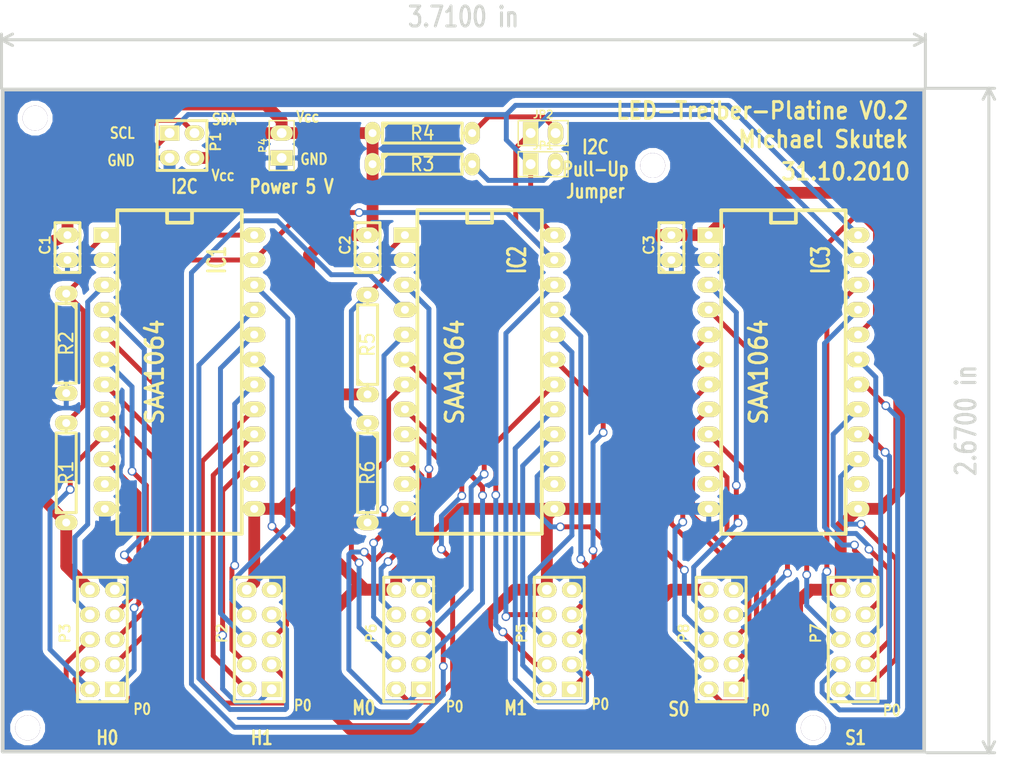
<source format=kicad_pcb>
(kicad_pcb (version 3) (host pcbnew "(2012-12-23 BZR 3868)-testing")

  (general
    (links 98)
    (no_connects 0)
    (area 76.727474 62.02934 189.481462 139.46886)
    (thickness 1.6002)
    (drawings 30)
    (tracks 512)
    (zones 0)
    (modules 26)
    (nets 57)
  )

  (page A4)
  (layers
    (15 Vorderseite signal)
    (0 Rückseite signal)
    (16 B.Adhes user)
    (17 F.Adhes user)
    (18 B.Paste user)
    (19 F.Paste user)
    (20 B.SilkS user)
    (21 F.SilkS user)
    (22 B.Mask user)
    (23 F.Mask user)
    (24 Dwgs.User user)
    (25 Cmts.User user)
    (26 Eco1.User user)
    (27 Eco2.User user)
    (28 Edge.Cuts user)
  )

  (setup
    (last_trace_width 0.50038)
    (trace_clearance 0.25146)
    (zone_clearance 0.508)
    (zone_45_only no)
    (trace_min 0.2032)
    (segment_width 0.381)
    (edge_width 0.381)
    (via_size 0.889)
    (via_drill 0.635)
    (via_min_size 0.889)
    (via_min_drill 0.508)
    (uvia_size 0.508)
    (uvia_drill 0.127)
    (uvias_allowed no)
    (uvia_min_size 0.508)
    (uvia_min_drill 0.127)
    (pcb_text_width 0.3048)
    (pcb_text_size 1.524 2.032)
    (mod_edge_width 0.381)
    (mod_text_size 1.524 1.524)
    (mod_text_width 0.3048)
    (pad_size 1.5748 2.286)
    (pad_drill 1.00076)
    (pad_to_mask_clearance 0.254)
    (aux_axis_origin 0 0)
    (visible_elements FFFFFFBF)
    (pcbplotparams
      (layerselection 15761409)
      (usegerberextensions true)
      (excludeedgelayer false)
      (linewidth 152400)
      (plotframeref false)
      (viasonmask false)
      (mode 1)
      (useauxorigin false)
      (hpglpennumber 1)
      (hpglpenspeed 20)
      (hpglpendiameter 15)
      (hpglpenoverlay 2)
      (psnegative false)
      (psa4output false)
      (plotreference true)
      (plotvalue true)
      (plotothertext true)
      (plotinvisibletext false)
      (padsonsilk false)
      (subtractmaskfromsilk false)
      (outputformat 1)
      (mirror false)
      (drillshape 0)
      (scaleselection 1)
      (outputdirectory ""))
  )

  (net 0 "")
  (net 1 Hour0_2)
  (net 2 Hour0_3)
  (net 3 Hour0_4)
  (net 4 Hour0_5)
  (net 5 Hour0_6)
  (net 6 Hour0_7)
  (net 7 Hour0_8)
  (net 8 Hour0_9)
  (net 9 Hour1_2)
  (net 10 Hour1_3)
  (net 11 Hour1_4)
  (net 12 Hour1_5)
  (net 13 Hour1_6)
  (net 14 Hour1_7)
  (net 15 Hour1_8)
  (net 16 Hour1_9)
  (net 17 Minute0_2)
  (net 18 Minute0_3)
  (net 19 Minute0_4)
  (net 20 Minute0_5)
  (net 21 Minute0_6)
  (net 22 Minute0_7)
  (net 23 Minute0_8)
  (net 24 Minute0_9)
  (net 25 Minute1_2)
  (net 26 Minute1_3)
  (net 27 Minute1_4)
  (net 28 Minute1_5)
  (net 29 Minute1_6)
  (net 30 Minute1_7)
  (net 31 Minute1_8)
  (net 32 Minute1_9)
  (net 33 N-000013)
  (net 34 N-000020)
  (net 35 N-000043)
  (net 36 N-000055)
  (net 37 N-000057)
  (net 38 N-000058)
  (net 39 N-000059)
  (net 40 N-000062)
  (net 41 Second0_2)
  (net 42 Second0_3)
  (net 43 Second0_4)
  (net 44 Second0_5)
  (net 45 Second0_6)
  (net 46 Second0_7)
  (net 47 Second0_8)
  (net 48 Second0_9)
  (net 49 Second1_2)
  (net 50 Second1_3)
  (net 51 Second1_4)
  (net 52 Second1_5)
  (net 53 Second1_6)
  (net 54 Second1_7)
  (net 55 Second1_8)
  (net 56 Second1_9)

  (net_class Default "Dies ist die voreingestellte Netzklasse."
    (clearance 0.25146)
    (trace_width 0.50038)
    (via_dia 0.889)
    (via_drill 0.635)
    (uvia_dia 0.508)
    (uvia_drill 0.127)
    (add_net "")
    (add_net Hour0_2)
    (add_net Hour0_3)
    (add_net Hour0_4)
    (add_net Hour0_5)
    (add_net Hour0_6)
    (add_net Hour0_7)
    (add_net Hour0_8)
    (add_net Hour0_9)
    (add_net Hour1_2)
    (add_net Hour1_3)
    (add_net Hour1_4)
    (add_net Hour1_5)
    (add_net Hour1_6)
    (add_net Hour1_7)
    (add_net Hour1_8)
    (add_net Hour1_9)
    (add_net Minute0_2)
    (add_net Minute0_3)
    (add_net Minute0_4)
    (add_net Minute0_5)
    (add_net Minute0_6)
    (add_net Minute0_7)
    (add_net Minute0_8)
    (add_net Minute0_9)
    (add_net Minute1_2)
    (add_net Minute1_3)
    (add_net Minute1_4)
    (add_net Minute1_5)
    (add_net Minute1_6)
    (add_net Minute1_7)
    (add_net Minute1_8)
    (add_net Minute1_9)
    (add_net N-000013)
    (add_net N-000020)
    (add_net N-000043)
    (add_net N-000055)
    (add_net N-000057)
    (add_net N-000058)
    (add_net N-000059)
    (add_net N-000062)
    (add_net Second0_2)
    (add_net Second0_3)
    (add_net Second0_4)
    (add_net Second0_5)
    (add_net Second0_6)
    (add_net Second0_7)
    (add_net Second0_8)
    (add_net Second0_9)
    (add_net Second1_2)
    (add_net Second1_3)
    (add_net Second1_4)
    (add_net Second1_5)
    (add_net Second1_6)
    (add_net Second1_7)
    (add_net Second1_8)
    (add_net Second1_9)
  )

  (net_class Power ""
    (clearance 0.25146)
    (trace_width 1.20396)
    (via_dia 0.889)
    (via_drill 0.635)
    (uvia_dia 0.508)
    (uvia_drill 0.127)
  )

  (module Bohrung (layer Vorderseite) (tedit 50E4ACFE) (tstamp 4C40D80F)
    (at 83.058 135.763)
    (fp_text reference Bohrung (at 0 -3.81) (layer F.SilkS) hide
      (effects (font (size 1.524 1.524) (thickness 0.3048)))
    )
    (fp_text value "" (at 0 2.54) (layer F.SilkS)
      (effects (font (size 1.524 1.524) (thickness 0.3048)))
    )
    (pad 1 thru_hole circle (at 0 0) (size 2.54 2.54) (drill 2.54)
      (layers)
    )
  )

  (module Bohrung (layer Vorderseite) (tedit 50E4ACF7) (tstamp 4C40D7B6)
    (at 83.82 73.533)
    (fp_text reference Bohrung (at 0 -3.81) (layer F.SilkS) hide
      (effects (font (size 1.524 1.524) (thickness 0.3048)))
    )
    (fp_text value "" (at 0 2.54) (layer F.SilkS)
      (effects (font (size 1.524 1.524) (thickness 0.3048)))
    )
    (pad 1 thru_hole circle (at 0 0) (size 2.54 2.54) (drill 2.54)
      (layers)
    )
  )

  (module Bohrung (layer Vorderseite) (tedit 50E4ACF2) (tstamp 4C40D7B4)
    (at 146.812 78.359)
    (fp_text reference Bohrung (at 0 -3.81) (layer F.SilkS) hide
      (effects (font (size 1.524 1.524) (thickness 0.3048)))
    )
    (fp_text value "" (at 0 2.54) (layer F.SilkS)
      (effects (font (size 1.524 1.524) (thickness 0.3048)))
    )
    (pad 1 thru_hole circle (at 0 0) (size 2.54 2.54) (drill 2.54)
      (layers)
    )
  )

  (module Bohrung (layer Vorderseite) (tedit 50E4AD08) (tstamp 4C40D7B0)
    (at 163.195 135.763)
    (fp_text reference Bohrung (at 0 -3.81) (layer F.SilkS) hide
      (effects (font (size 1.524 1.524) (thickness 0.3048)))
    )
    (fp_text value "" (at 0 2.54) (layer F.SilkS)
      (effects (font (size 1.524 1.524) (thickness 0.3048)))
    )
    (pad 1 thru_hole circle (at 0 0) (size 2.54 2.54) (drill 2.54)
      (layers)
    )
  )

  (module C1 (layer Vorderseite) (tedit 4C40A36C) (tstamp 4C3CD77B)
    (at 148.717 86.741 90)
    (descr "Condensateur e = 1 pas")
    (tags C)
    (path /4C30EC8F)
    (fp_text reference C3 (at 0.254 -2.286 90) (layer F.SilkS)
      (effects (font (size 1.016 1.016) (thickness 0.2032)))
    )
    (fp_text value 100_nF (at 0 -2.286 90) (layer F.SilkS) hide
      (effects (font (size 1.016 1.016) (thickness 0.2032)))
    )
    (fp_line (start -2.4892 -1.27) (end 2.54 -1.27) (layer F.SilkS) (width 0.3048))
    (fp_line (start 2.54 -1.27) (end 2.54 1.27) (layer F.SilkS) (width 0.3048))
    (fp_line (start 2.54 1.27) (end -2.54 1.27) (layer F.SilkS) (width 0.3048))
    (fp_line (start -2.54 1.27) (end -2.54 -1.27) (layer F.SilkS) (width 0.3048))
    (fp_line (start -2.54 -0.635) (end -1.905 -1.27) (layer F.SilkS) (width 0.3048))
    (pad 1 thru_hole oval (at -1.27 0 90) (size 1.5748 2.286) (drill 0.8128)
      (layers *.Cu *.Mask F.SilkS)
      (net 36 N-000055)
    )
    (pad 2 thru_hole oval (at 1.27 0 90) (size 1.5748 2.286) (drill 0.8128)
      (layers *.Cu *.Mask F.SilkS)
      (net 40 N-000062)
    )
    (model discret/capa_1_pas.wrl
      (at (xyz 0 0 0))
      (scale (xyz 1 1 1))
      (rotate (xyz 0 0 0))
    )
  )

  (module C1 (layer Vorderseite) (tedit 4C40A30E) (tstamp 4C3CD77D)
    (at 117.729 86.741 90)
    (descr "Condensateur e = 1 pas")
    (tags C)
    (path /4C30EC6C)
    (fp_text reference C2 (at 0.254 -2.286 90) (layer F.SilkS)
      (effects (font (size 1.016 1.016) (thickness 0.2032)))
    )
    (fp_text value 100_nF (at 0 -2.286 90) (layer F.SilkS) hide
      (effects (font (size 1.016 1.016) (thickness 0.2032)))
    )
    (fp_line (start -2.4892 -1.27) (end 2.54 -1.27) (layer F.SilkS) (width 0.3048))
    (fp_line (start 2.54 -1.27) (end 2.54 1.27) (layer F.SilkS) (width 0.3048))
    (fp_line (start 2.54 1.27) (end -2.54 1.27) (layer F.SilkS) (width 0.3048))
    (fp_line (start -2.54 1.27) (end -2.54 -1.27) (layer F.SilkS) (width 0.3048))
    (fp_line (start -2.54 -0.635) (end -1.905 -1.27) (layer F.SilkS) (width 0.3048))
    (pad 1 thru_hole oval (at -1.27 0 90) (size 1.5748 2.286) (drill 0.8128)
      (layers *.Cu *.Mask F.SilkS)
      (net 36 N-000055)
    )
    (pad 2 thru_hole oval (at 1.27 0 90) (size 1.5748 2.286) (drill 0.8128)
      (layers *.Cu *.Mask F.SilkS)
      (net 40 N-000062)
    )
    (model discret/capa_1_pas.wrl
      (at (xyz 0 0 0))
      (scale (xyz 1 1 1))
      (rotate (xyz 0 0 0))
    )
  )

  (module C1 (layer Vorderseite) (tedit 4C40A2D5) (tstamp 4C3CD77F)
    (at 87.122 86.741 90)
    (descr "Condensateur e = 1 pas")
    (tags C)
    (path /4C30EC3F)
    (fp_text reference C1 (at 0.254 -2.286 90) (layer F.SilkS)
      (effects (font (size 1.016 1.016) (thickness 0.2032)))
    )
    (fp_text value 100_nF (at 0 -2.286 90) (layer F.SilkS) hide
      (effects (font (size 1.016 1.016) (thickness 0.2032)))
    )
    (fp_line (start -2.4892 -1.27) (end 2.54 -1.27) (layer F.SilkS) (width 0.3048))
    (fp_line (start 2.54 -1.27) (end 2.54 1.27) (layer F.SilkS) (width 0.3048))
    (fp_line (start 2.54 1.27) (end -2.54 1.27) (layer F.SilkS) (width 0.3048))
    (fp_line (start -2.54 1.27) (end -2.54 -1.27) (layer F.SilkS) (width 0.3048))
    (fp_line (start -2.54 -0.635) (end -1.905 -1.27) (layer F.SilkS) (width 0.3048))
    (pad 1 thru_hole oval (at -1.27 0 90) (size 1.5748 2.286) (drill 0.8128)
      (layers *.Cu *.Mask F.SilkS)
      (net 36 N-000055)
    )
    (pad 2 thru_hole oval (at 1.27 0 90) (size 1.5748 2.286) (drill 0.8128)
      (layers *.Cu *.Mask F.SilkS)
      (net 40 N-000062)
    )
    (model discret/capa_1_pas.wrl
      (at (xyz 0 0 0))
      (scale (xyz 1 1 1))
      (rotate (xyz 0 0 0))
    )
  )

  (module DIP-24__600_ELL (layer Vorderseite) (tedit 200000) (tstamp 4C3CD780)
    (at 160.147 99.441 270)
    (descr "24 pins DIL package, elliptical pads")
    (tags DIL)
    (path /4C20FB6A)
    (fp_text reference IC3 (at -11.43 -3.81 270) (layer F.SilkS)
      (effects (font (size 1.778 1.143) (thickness 0.28702)))
    )
    (fp_text value SAA1064 (at 0 2.54 270) (layer F.SilkS)
      (effects (font (size 1.778 1.651) (thickness 0.3048)))
    )
    (fp_line (start -16.51 -1.27) (end -15.24 -1.27) (layer F.SilkS) (width 0.381))
    (fp_line (start -15.24 -1.27) (end -15.24 1.27) (layer F.SilkS) (width 0.381))
    (fp_line (start -15.24 1.27) (end -16.51 1.27) (layer F.SilkS) (width 0.381))
    (fp_line (start -16.51 -6.35) (end 16.51 -6.35) (layer F.SilkS) (width 0.381))
    (fp_line (start 16.51 -6.35) (end 16.51 6.35) (layer F.SilkS) (width 0.381))
    (fp_line (start 16.51 6.35) (end -16.51 6.35) (layer F.SilkS) (width 0.381))
    (fp_line (start -16.51 6.35) (end -16.51 -6.35) (layer F.SilkS) (width 0.381))
    (pad 1 thru_hole rect (at -13.97 7.62 270) (size 1.5748 2.286) (drill 0.8128)
      (layers *.Cu *.Mask F.SilkS)
      (net 40 N-000062)
    )
    (pad 2 thru_hole oval (at -11.43 7.62 270) (size 1.5748 2.286) (drill 0.8128)
      (layers *.Cu *.Mask F.SilkS)
      (net 36 N-000055)
    )
    (pad 3 thru_hole oval (at -8.89 7.62 270) (size 1.5748 2.286) (drill 0.8128)
      (layers *.Cu *.Mask F.SilkS)
      (net 41 Second0_2)
    )
    (pad 4 thru_hole oval (at -6.35 7.62 270) (size 1.5748 2.286) (drill 0.8128)
      (layers *.Cu *.Mask F.SilkS)
      (net 46 Second0_7)
    )
    (pad 5 thru_hole oval (at -3.81 7.62 270) (size 1.5748 2.286) (drill 0.8128)
      (layers *.Cu *.Mask F.SilkS)
      (net 45 Second0_6)
    )
    (pad 6 thru_hole oval (at -1.27 7.62 270) (size 1.5748 2.286) (drill 0.8128)
      (layers *.Cu *.Mask F.SilkS)
      (net 48 Second0_9)
    )
    (pad 7 thru_hole oval (at 1.27 7.62 270) (size 1.5748 2.286) (drill 0.8128)
      (layers *.Cu *.Mask F.SilkS)
      (net 47 Second0_8)
    )
    (pad 8 thru_hole oval (at 3.81 7.62 270) (size 1.5748 2.286) (drill 0.8128)
      (layers *.Cu *.Mask F.SilkS)
      (net 43 Second0_4)
    )
    (pad 9 thru_hole oval (at 6.35 7.62 270) (size 1.5748 2.286) (drill 0.8128)
      (layers *.Cu *.Mask F.SilkS)
      (net 42 Second0_3)
    )
    (pad 10 thru_hole oval (at 8.89 7.62 270) (size 1.5748 2.286) (drill 0.8128)
      (layers *.Cu *.Mask F.SilkS)
      (net 44 Second0_5)
    )
    (pad 11 thru_hole oval (at 11.43 7.62 270) (size 1.5748 2.286) (drill 0.8128)
      (layers *.Cu *.Mask F.SilkS)
    )
    (pad 12 thru_hole oval (at 13.97 7.62 270) (size 1.5748 2.286) (drill 0.8128)
      (layers *.Cu *.Mask F.SilkS)
      (net 36 N-000055)
    )
    (pad 13 thru_hole oval (at 13.97 -7.62 270) (size 1.5748 2.286) (drill 0.8128)
      (layers *.Cu *.Mask F.SilkS)
      (net 40 N-000062)
    )
    (pad 14 thru_hole oval (at 11.43 -7.62 270) (size 1.5748 2.286) (drill 0.8128)
      (layers *.Cu *.Mask F.SilkS)
    )
    (pad 15 thru_hole oval (at 8.89 -7.62 270) (size 1.5748 2.286) (drill 0.8128)
      (layers *.Cu *.Mask F.SilkS)
      (net 52 Second1_5)
    )
    (pad 16 thru_hole oval (at 6.35 -7.62 270) (size 1.5748 2.286) (drill 0.8128)
      (layers *.Cu *.Mask F.SilkS)
      (net 50 Second1_3)
    )
    (pad 17 thru_hole oval (at 3.81 -7.62 270) (size 1.5748 2.286) (drill 0.8128)
      (layers *.Cu *.Mask F.SilkS)
      (net 51 Second1_4)
    )
    (pad 18 thru_hole oval (at 1.27 -7.62 270) (size 1.5748 2.286) (drill 0.8128)
      (layers *.Cu *.Mask F.SilkS)
      (net 55 Second1_8)
    )
    (pad 19 thru_hole oval (at -1.27 -7.62 270) (size 1.5748 2.286) (drill 0.8128)
      (layers *.Cu *.Mask F.SilkS)
      (net 56 Second1_9)
    )
    (pad 20 thru_hole oval (at -3.81 -7.62 270) (size 1.5748 2.286) (drill 0.8128)
      (layers *.Cu *.Mask F.SilkS)
      (net 53 Second1_6)
    )
    (pad 21 thru_hole oval (at -6.35 -7.62 270) (size 1.5748 2.286) (drill 0.8128)
      (layers *.Cu *.Mask F.SilkS)
      (net 54 Second1_7)
    )
    (pad 22 thru_hole oval (at -8.89 -7.62 270) (size 1.5748 2.286) (drill 0.8128)
      (layers *.Cu *.Mask F.SilkS)
      (net 49 Second1_2)
    )
    (pad 23 thru_hole oval (at -11.43 -7.62 270) (size 1.5748 2.286) (drill 0.8128)
      (layers *.Cu *.Mask F.SilkS)
      (net 33 N-000013)
    )
    (pad 24 thru_hole oval (at -13.97 -7.62 270) (size 1.5748 2.286) (drill 0.8128)
      (layers *.Cu *.Mask F.SilkS)
      (net 39 N-000059)
    )
    (model dil/dil_24-w600.wrl
      (at (xyz 0 0 0))
      (scale (xyz 1 1 1))
      (rotate (xyz 0 0 0))
    )
  )

  (module DIP-24__600_ELL (layer Vorderseite) (tedit 200000) (tstamp 4C3CD782)
    (at 129.159 99.441 270)
    (descr "24 pins DIL package, elliptical pads")
    (tags DIL)
    (path /4C20FB5F)
    (fp_text reference IC2 (at -11.43 -3.81 270) (layer F.SilkS)
      (effects (font (size 1.778 1.143) (thickness 0.28702)))
    )
    (fp_text value SAA1064 (at 0 2.54 270) (layer F.SilkS)
      (effects (font (size 1.778 1.651) (thickness 0.3048)))
    )
    (fp_line (start -16.51 -1.27) (end -15.24 -1.27) (layer F.SilkS) (width 0.381))
    (fp_line (start -15.24 -1.27) (end -15.24 1.27) (layer F.SilkS) (width 0.381))
    (fp_line (start -15.24 1.27) (end -16.51 1.27) (layer F.SilkS) (width 0.381))
    (fp_line (start -16.51 -6.35) (end 16.51 -6.35) (layer F.SilkS) (width 0.381))
    (fp_line (start 16.51 -6.35) (end 16.51 6.35) (layer F.SilkS) (width 0.381))
    (fp_line (start 16.51 6.35) (end -16.51 6.35) (layer F.SilkS) (width 0.381))
    (fp_line (start -16.51 6.35) (end -16.51 -6.35) (layer F.SilkS) (width 0.381))
    (pad 1 thru_hole rect (at -13.97 7.62 270) (size 1.5748 2.286) (drill 0.8128)
      (layers *.Cu *.Mask F.SilkS)
      (net 34 N-000020)
    )
    (pad 2 thru_hole oval (at -11.43 7.62 270) (size 1.5748 2.286) (drill 0.8128)
      (layers *.Cu *.Mask F.SilkS)
      (net 36 N-000055)
    )
    (pad 3 thru_hole oval (at -8.89 7.62 270) (size 1.5748 2.286) (drill 0.8128)
      (layers *.Cu *.Mask F.SilkS)
      (net 17 Minute0_2)
    )
    (pad 4 thru_hole oval (at -6.35 7.62 270) (size 1.5748 2.286) (drill 0.8128)
      (layers *.Cu *.Mask F.SilkS)
      (net 22 Minute0_7)
    )
    (pad 5 thru_hole oval (at -3.81 7.62 270) (size 1.5748 2.286) (drill 0.8128)
      (layers *.Cu *.Mask F.SilkS)
      (net 21 Minute0_6)
    )
    (pad 6 thru_hole oval (at -1.27 7.62 270) (size 1.5748 2.286) (drill 0.8128)
      (layers *.Cu *.Mask F.SilkS)
      (net 24 Minute0_9)
    )
    (pad 7 thru_hole oval (at 1.27 7.62 270) (size 1.5748 2.286) (drill 0.8128)
      (layers *.Cu *.Mask F.SilkS)
      (net 23 Minute0_8)
    )
    (pad 8 thru_hole oval (at 3.81 7.62 270) (size 1.5748 2.286) (drill 0.8128)
      (layers *.Cu *.Mask F.SilkS)
      (net 19 Minute0_4)
    )
    (pad 9 thru_hole oval (at 6.35 7.62 270) (size 1.5748 2.286) (drill 0.8128)
      (layers *.Cu *.Mask F.SilkS)
      (net 18 Minute0_3)
    )
    (pad 10 thru_hole oval (at 8.89 7.62 270) (size 1.5748 2.286) (drill 0.8128)
      (layers *.Cu *.Mask F.SilkS)
      (net 20 Minute0_5)
    )
    (pad 11 thru_hole oval (at 11.43 7.62 270) (size 1.5748 2.286) (drill 0.8128)
      (layers *.Cu *.Mask F.SilkS)
    )
    (pad 12 thru_hole oval (at 13.97 7.62 270) (size 1.5748 2.286) (drill 0.8128)
      (layers *.Cu *.Mask F.SilkS)
      (net 36 N-000055)
    )
    (pad 13 thru_hole oval (at 13.97 -7.62 270) (size 1.5748 2.286) (drill 0.8128)
      (layers *.Cu *.Mask F.SilkS)
      (net 40 N-000062)
    )
    (pad 14 thru_hole oval (at 11.43 -7.62 270) (size 1.5748 2.286) (drill 0.8128)
      (layers *.Cu *.Mask F.SilkS)
    )
    (pad 15 thru_hole oval (at 8.89 -7.62 270) (size 1.5748 2.286) (drill 0.8128)
      (layers *.Cu *.Mask F.SilkS)
      (net 28 Minute1_5)
    )
    (pad 16 thru_hole oval (at 6.35 -7.62 270) (size 1.5748 2.286) (drill 0.8128)
      (layers *.Cu *.Mask F.SilkS)
      (net 26 Minute1_3)
    )
    (pad 17 thru_hole oval (at 3.81 -7.62 270) (size 1.5748 2.286) (drill 0.8128)
      (layers *.Cu *.Mask F.SilkS)
      (net 27 Minute1_4)
    )
    (pad 18 thru_hole oval (at 1.27 -7.62 270) (size 1.5748 2.286) (drill 0.8128)
      (layers *.Cu *.Mask F.SilkS)
      (net 31 Minute1_8)
    )
    (pad 19 thru_hole oval (at -1.27 -7.62 270) (size 1.5748 2.286) (drill 0.8128)
      (layers *.Cu *.Mask F.SilkS)
      (net 32 Minute1_9)
    )
    (pad 20 thru_hole oval (at -3.81 -7.62 270) (size 1.5748 2.286) (drill 0.8128)
      (layers *.Cu *.Mask F.SilkS)
      (net 29 Minute1_6)
    )
    (pad 21 thru_hole oval (at -6.35 -7.62 270) (size 1.5748 2.286) (drill 0.8128)
      (layers *.Cu *.Mask F.SilkS)
      (net 30 Minute1_7)
    )
    (pad 22 thru_hole oval (at -8.89 -7.62 270) (size 1.5748 2.286) (drill 0.8128)
      (layers *.Cu *.Mask F.SilkS)
      (net 25 Minute1_2)
    )
    (pad 23 thru_hole oval (at -11.43 -7.62 270) (size 1.5748 2.286) (drill 0.8128)
      (layers *.Cu *.Mask F.SilkS)
      (net 33 N-000013)
    )
    (pad 24 thru_hole oval (at -13.97 -7.62 270) (size 1.5748 2.286) (drill 0.8128)
      (layers *.Cu *.Mask F.SilkS)
      (net 39 N-000059)
    )
    (model dil/dil_24-w600.wrl
      (at (xyz 0 0 0))
      (scale (xyz 1 1 1))
      (rotate (xyz 0 0 0))
    )
  )

  (module DIP-24__600_ELL (layer Vorderseite) (tedit 200000) (tstamp 4C3CD784)
    (at 98.552 99.441 270)
    (descr "24 pins DIL package, elliptical pads")
    (tags DIL)
    (path /4C20FB34)
    (fp_text reference IC1 (at -11.43 -3.81 270) (layer F.SilkS)
      (effects (font (size 1.778 1.143) (thickness 0.28702)))
    )
    (fp_text value SAA1064 (at 0 2.54 270) (layer F.SilkS)
      (effects (font (size 1.778 1.651) (thickness 0.3048)))
    )
    (fp_line (start -16.51 -1.27) (end -15.24 -1.27) (layer F.SilkS) (width 0.381))
    (fp_line (start -15.24 -1.27) (end -15.24 1.27) (layer F.SilkS) (width 0.381))
    (fp_line (start -15.24 1.27) (end -16.51 1.27) (layer F.SilkS) (width 0.381))
    (fp_line (start -16.51 -6.35) (end 16.51 -6.35) (layer F.SilkS) (width 0.381))
    (fp_line (start 16.51 -6.35) (end 16.51 6.35) (layer F.SilkS) (width 0.381))
    (fp_line (start 16.51 6.35) (end -16.51 6.35) (layer F.SilkS) (width 0.381))
    (fp_line (start -16.51 6.35) (end -16.51 -6.35) (layer F.SilkS) (width 0.381))
    (pad 1 thru_hole rect (at -13.97 7.62 270) (size 1.5748 2.286) (drill 0.8128)
      (layers *.Cu *.Mask F.SilkS)
      (net 35 N-000043)
    )
    (pad 2 thru_hole oval (at -11.43 7.62 270) (size 1.5748 2.286) (drill 0.8128)
      (layers *.Cu *.Mask F.SilkS)
      (net 36 N-000055)
    )
    (pad 3 thru_hole oval (at -8.89 7.62 270) (size 1.5748 2.286) (drill 0.8128)
      (layers *.Cu *.Mask F.SilkS)
      (net 1 Hour0_2)
    )
    (pad 4 thru_hole oval (at -6.35 7.62 270) (size 1.5748 2.286) (drill 0.8128)
      (layers *.Cu *.Mask F.SilkS)
      (net 6 Hour0_7)
    )
    (pad 5 thru_hole oval (at -3.81 7.62 270) (size 1.5748 2.286) (drill 0.8128)
      (layers *.Cu *.Mask F.SilkS)
      (net 5 Hour0_6)
    )
    (pad 6 thru_hole oval (at -1.27 7.62 270) (size 1.5748 2.286) (drill 0.8128)
      (layers *.Cu *.Mask F.SilkS)
      (net 8 Hour0_9)
    )
    (pad 7 thru_hole oval (at 1.27 7.62 270) (size 1.5748 2.286) (drill 0.8128)
      (layers *.Cu *.Mask F.SilkS)
      (net 7 Hour0_8)
    )
    (pad 8 thru_hole oval (at 3.81 7.62 270) (size 1.5748 2.286) (drill 0.8128)
      (layers *.Cu *.Mask F.SilkS)
      (net 3 Hour0_4)
    )
    (pad 9 thru_hole oval (at 6.35 7.62 270) (size 1.5748 2.286) (drill 0.8128)
      (layers *.Cu *.Mask F.SilkS)
      (net 2 Hour0_3)
    )
    (pad 10 thru_hole oval (at 8.89 7.62 270) (size 1.5748 2.286) (drill 0.8128)
      (layers *.Cu *.Mask F.SilkS)
      (net 4 Hour0_5)
    )
    (pad 11 thru_hole oval (at 11.43 7.62 270) (size 1.5748 2.286) (drill 0.8128)
      (layers *.Cu *.Mask F.SilkS)
    )
    (pad 12 thru_hole oval (at 13.97 7.62 270) (size 1.5748 2.286) (drill 0.8128)
      (layers *.Cu *.Mask F.SilkS)
      (net 36 N-000055)
    )
    (pad 13 thru_hole oval (at 13.97 -7.62 270) (size 1.5748 2.286) (drill 0.8128)
      (layers *.Cu *.Mask F.SilkS)
      (net 40 N-000062)
    )
    (pad 14 thru_hole oval (at 11.43 -7.62 270) (size 1.5748 2.286) (drill 0.8128)
      (layers *.Cu *.Mask F.SilkS)
    )
    (pad 15 thru_hole oval (at 8.89 -7.62 270) (size 1.5748 2.286) (drill 0.8128)
      (layers *.Cu *.Mask F.SilkS)
      (net 12 Hour1_5)
    )
    (pad 16 thru_hole oval (at 6.35 -7.62 270) (size 1.5748 2.286) (drill 0.8128)
      (layers *.Cu *.Mask F.SilkS)
      (net 10 Hour1_3)
    )
    (pad 17 thru_hole oval (at 3.81 -7.62 270) (size 1.5748 2.286) (drill 0.8128)
      (layers *.Cu *.Mask F.SilkS)
      (net 11 Hour1_4)
    )
    (pad 18 thru_hole oval (at 1.27 -7.62 270) (size 1.5748 2.286) (drill 0.8128)
      (layers *.Cu *.Mask F.SilkS)
      (net 15 Hour1_8)
    )
    (pad 19 thru_hole oval (at -1.27 -7.62 270) (size 1.5748 2.286) (drill 0.8128)
      (layers *.Cu *.Mask F.SilkS)
      (net 16 Hour1_9)
    )
    (pad 20 thru_hole oval (at -3.81 -7.62 270) (size 1.5748 2.286) (drill 0.8128)
      (layers *.Cu *.Mask F.SilkS)
      (net 13 Hour1_6)
    )
    (pad 21 thru_hole oval (at -6.35 -7.62 270) (size 1.5748 2.286) (drill 0.8128)
      (layers *.Cu *.Mask F.SilkS)
      (net 14 Hour1_7)
    )
    (pad 22 thru_hole oval (at -8.89 -7.62 270) (size 1.5748 2.286) (drill 0.8128)
      (layers *.Cu *.Mask F.SilkS)
      (net 9 Hour1_2)
    )
    (pad 23 thru_hole oval (at -11.43 -7.62 270) (size 1.5748 2.286) (drill 0.8128)
      (layers *.Cu *.Mask F.SilkS)
      (net 33 N-000013)
    )
    (pad 24 thru_hole oval (at -13.97 -7.62 270) (size 1.5748 2.286) (drill 0.8128)
      (layers *.Cu *.Mask F.SilkS)
      (net 39 N-000059)
    )
    (model dil/dil_24-w600.wrl
      (at (xyz 0 0 0))
      (scale (xyz 1 1 1))
      (rotate (xyz 0 0 0))
    )
  )

  (module PIN_ARRAY_2X1 (layer Vorderseite) (tedit 4CCC8D8E) (tstamp 4C3CD785)
    (at 108.966 76.327 90)
    (descr "Connecteurs 2 pins")
    (tags "CONN DEV")
    (path /4C20FF60)
    (fp_text reference P4 (at 0 -1.905 90) (layer F.SilkS)
      (effects (font (size 0.762 0.762) (thickness 0.1524)))
    )
    (fp_text value CONN_2 (at 0 -1.905 90) (layer F.SilkS) hide
      (effects (font (size 0.762 0.762) (thickness 0.1524)))
    )
    (fp_line (start -2.54 1.27) (end -2.54 -1.27) (layer F.SilkS) (width 0.1524))
    (fp_line (start -2.54 -1.27) (end 2.54 -1.27) (layer F.SilkS) (width 0.1524))
    (fp_line (start 2.54 -1.27) (end 2.54 1.27) (layer F.SilkS) (width 0.1524))
    (fp_line (start 2.54 1.27) (end -2.54 1.27) (layer F.SilkS) (width 0.1524))
    (pad 1 thru_hole rect (at -1.27 0 90) (size 1.5748 2.286) (drill 1.00076)
      (layers *.Cu *.Mask F.SilkS)
      (net 36 N-000055)
    )
    (pad 2 thru_hole oval (at 1.27 0 90) (size 1.5748 2.286) (drill 1.00076)
      (layers *.Cu *.Mask F.SilkS)
      (net 40 N-000062)
    )
    (model pin_array/pins_array_2x1.wrl
      (at (xyz 0 0 0))
      (scale (xyz 1 1 1))
      (rotate (xyz 0 0 0))
    )
  )

  (module PIN_ARRAY_2X1 (layer Vorderseite) (tedit 50E4B304) (tstamp 4C3CD787)
    (at 135.636 75.057)
    (descr "Connecteurs 2 pins")
    (tags "CONN DEV")
    (path /4C20FD0B)
    (fp_text reference JP2 (at 0 -1.905) (layer F.SilkS)
      (effects (font (size 0.762 0.762) (thickness 0.1524)))
    )
    (fp_text value JUMPER (at 0 -1.905) (layer F.SilkS) hide
      (effects (font (size 0.762 0.762) (thickness 0.1524)))
    )
    (fp_line (start -2.54 1.27) (end -2.54 -1.27) (layer F.SilkS) (width 0.1524))
    (fp_line (start -2.54 -1.27) (end 2.54 -1.27) (layer F.SilkS) (width 0.1524))
    (fp_line (start 2.54 -1.27) (end 2.54 1.27) (layer F.SilkS) (width 0.1524))
    (fp_line (start 2.54 1.27) (end -2.54 1.27) (layer F.SilkS) (width 0.1524))
    (pad 1 thru_hole rect (at -1.27 0) (size 1.5748 2.286) (drill 1.00076)
      (layers *.Cu *.Mask F.SilkS)
      (net 33 N-000013)
    )
    (pad 2 thru_hole oval (at 1.27 0) (size 1.5748 2.286) (drill 1.00076)
      (layers *.Cu *.Mask F.SilkS)
      (net 38 N-000058)
    )
    (model pin_array/pins_array_2x1.wrl
      (at (xyz 0 0 0))
      (scale (xyz 1 1 1))
      (rotate (xyz 0 0 0))
    )
  )

  (module PIN_ARRAY_2X1 (layer Vorderseite) (tedit 4CCC8D9E) (tstamp 4C3CD789)
    (at 135.636 78.232)
    (descr "Connecteurs 2 pins")
    (tags "CONN DEV")
    (path /4C20FCD6)
    (fp_text reference JP1 (at 0 -1.905) (layer F.SilkS)
      (effects (font (size 0.762 0.762) (thickness 0.1524)))
    )
    (fp_text value JUMPER (at 0 -1.905) (layer F.SilkS) hide
      (effects (font (size 0.762 0.762) (thickness 0.1524)))
    )
    (fp_line (start -2.54 1.27) (end -2.54 -1.27) (layer F.SilkS) (width 0.1524))
    (fp_line (start -2.54 -1.27) (end 2.54 -1.27) (layer F.SilkS) (width 0.1524))
    (fp_line (start 2.54 -1.27) (end 2.54 1.27) (layer F.SilkS) (width 0.1524))
    (fp_line (start 2.54 1.27) (end -2.54 1.27) (layer F.SilkS) (width 0.1524))
    (pad 1 thru_hole rect (at -1.27 0) (size 1.5748 2.286) (drill 1.00076)
      (layers *.Cu *.Mask F.SilkS)
      (net 39 N-000059)
    )
    (pad 2 thru_hole oval (at 1.27 0) (size 1.5748 2.286) (drill 1.00076)
      (layers *.Cu *.Mask F.SilkS)
      (net 37 N-000057)
    )
    (model pin_array/pins_array_2x1.wrl
      (at (xyz 0 0 0))
      (scale (xyz 1 1 1))
      (rotate (xyz 0 0 0))
    )
  )

  (module PIN_ARRAY_2X2 (layer Vorderseite) (tedit 4CCC8DD2) (tstamp 4C3CD78A)
    (at 98.806 76.327 270)
    (descr "Double rangee de contacts 2 x 2 pins")
    (tags CONN)
    (path /4C20FBC1)
    (fp_text reference P1 (at -0.381 -3.429 270) (layer F.SilkS)
      (effects (font (size 1.016 1.016) (thickness 0.2032)))
    )
    (fp_text value CONN_2X2 (at 0 3.048 270) (layer F.SilkS) hide
      (effects (font (size 1.016 1.016) (thickness 0.2032)))
    )
    (fp_line (start -2.54 -2.54) (end 2.54 -2.54) (layer F.SilkS) (width 0.3048))
    (fp_line (start 2.54 -2.54) (end 2.54 2.54) (layer F.SilkS) (width 0.3048))
    (fp_line (start 2.54 2.54) (end -2.54 2.54) (layer F.SilkS) (width 0.3048))
    (fp_line (start -2.54 2.54) (end -2.54 -2.54) (layer F.SilkS) (width 0.3048))
    (pad 1 thru_hole rect (at -1.27 1.27 270) (size 1.5748 1.99898) (drill 1.00076)
      (layers *.Cu *.Mask F.SilkS)
      (net 39 N-000059)
    )
    (pad 2 thru_hole oval (at -1.27 -1.27 270) (size 1.5748 1.99898) (drill 1.00076)
      (layers *.Cu *.Mask F.SilkS)
      (net 33 N-000013)
    )
    (pad 3 thru_hole oval (at 1.27 1.27 270) (size 1.5748 1.99898) (drill 1.00076)
      (layers *.Cu *.Mask F.SilkS)
      (net 36 N-000055)
    )
    (pad 4 thru_hole oval (at 1.27 -1.27 270) (size 1.5748 1.99898) (drill 1.00076)
      (layers *.Cu *.Mask F.SilkS)
      (net 40 N-000062)
    )
    (model pin_array/pins_array_2x2.wrl
      (at (xyz 0 0 0))
      (scale (xyz 1 1 1))
      (rotate (xyz 0 0 0))
    )
  )

  (module PIN_ARRAY_5x2 (layer Vorderseite) (tedit 4CCC8E90) (tstamp 4C3CD78B)
    (at 153.797 126.746 90)
    (descr "Double rangee de contacts 2 x 5 pins")
    (tags CONN)
    (path /4C339D51)
    (fp_text reference P8 (at 0.635 -3.81 90) (layer F.SilkS)
      (effects (font (size 1.016 1.016) (thickness 0.2032)))
    )
    (fp_text value CONN_5X2 (at 0 -3.81 90) (layer F.SilkS) hide
      (effects (font (size 1.016 1.016) (thickness 0.2032)))
    )
    (fp_line (start -6.35 -2.54) (end 6.35 -2.54) (layer F.SilkS) (width 0.3048))
    (fp_line (start 6.35 -2.54) (end 6.35 2.54) (layer F.SilkS) (width 0.3048))
    (fp_line (start 6.35 2.54) (end -6.35 2.54) (layer F.SilkS) (width 0.3048))
    (fp_line (start -6.35 2.54) (end -6.35 -2.54) (layer F.SilkS) (width 0.3048))
    (pad 1 thru_hole rect (at -5.08 1.27 90) (size 1.5748 1.99898) (drill 1.00076)
      (layers *.Cu *.Mask F.SilkS)
      (net 44 Second0_5)
    )
    (pad 2 thru_hole oval (at -5.08 -1.27 90) (size 1.5748 1.99898) (drill 1.00076)
      (layers *.Cu *.Mask F.SilkS)
      (net 42 Second0_3)
    )
    (pad 3 thru_hole oval (at -2.54 1.27 90) (size 1.5748 1.99898) (drill 1.00076)
      (layers *.Cu *.Mask F.SilkS)
      (net 43 Second0_4)
    )
    (pad 4 thru_hole oval (at -2.54 -1.27 90) (size 1.5748 1.99898) (drill 1.00076)
      (layers *.Cu *.Mask F.SilkS)
      (net 47 Second0_8)
    )
    (pad 5 thru_hole oval (at 0 1.27 90) (size 1.5748 1.99898) (drill 1.00076)
      (layers *.Cu *.Mask F.SilkS)
      (net 48 Second0_9)
    )
    (pad 6 thru_hole oval (at 0 -1.27 90) (size 1.5748 1.99898) (drill 1.00076)
      (layers *.Cu *.Mask F.SilkS)
      (net 45 Second0_6)
    )
    (pad 7 thru_hole oval (at 2.54 1.27 90) (size 1.5748 1.99898) (drill 1.00076)
      (layers *.Cu *.Mask F.SilkS)
      (net 46 Second0_7)
    )
    (pad 8 thru_hole oval (at 2.54 -1.27 90) (size 1.5748 1.99898) (drill 1.00076)
      (layers *.Cu *.Mask F.SilkS)
      (net 41 Second0_2)
    )
    (pad 9 thru_hole oval (at 5.08 1.27 90) (size 1.5748 1.99898) (drill 1.00076)
      (layers *.Cu *.Mask F.SilkS)
      (net 36 N-000055)
    )
    (pad 10 thru_hole oval (at 5.08 -1.27 90) (size 1.5748 1.99898) (drill 1.00076)
      (layers *.Cu *.Mask F.SilkS)
      (net 40 N-000062)
    )
    (model pin_array/pins_array_5x2.wrl
      (at (xyz 0 0 0))
      (scale (xyz 1 1 1))
      (rotate (xyz 0 0 0))
    )
  )

  (module PIN_ARRAY_5x2 (layer Vorderseite) (tedit 4CCC8EAF) (tstamp 4C3CD78D)
    (at 167.259 126.746 90)
    (descr "Double rangee de contacts 2 x 5 pins")
    (tags CONN)
    (path /4C339D44)
    (fp_text reference P7 (at 0.635 -3.81 90) (layer F.SilkS)
      (effects (font (size 1.016 1.016) (thickness 0.2032)))
    )
    (fp_text value CONN_5X2 (at 0 -3.81 90) (layer F.SilkS) hide
      (effects (font (size 1.016 1.016) (thickness 0.2032)))
    )
    (fp_line (start -6.35 -2.54) (end 6.35 -2.54) (layer F.SilkS) (width 0.3048))
    (fp_line (start 6.35 -2.54) (end 6.35 2.54) (layer F.SilkS) (width 0.3048))
    (fp_line (start 6.35 2.54) (end -6.35 2.54) (layer F.SilkS) (width 0.3048))
    (fp_line (start -6.35 2.54) (end -6.35 -2.54) (layer F.SilkS) (width 0.3048))
    (pad 1 thru_hole rect (at -5.08 1.27 90) (size 1.5748 1.99898) (drill 1.00076)
      (layers *.Cu *.Mask F.SilkS)
      (net 52 Second1_5)
    )
    (pad 2 thru_hole oval (at -5.08 -1.27 90) (size 1.5748 1.99898) (drill 1.00076)
      (layers *.Cu *.Mask F.SilkS)
      (net 50 Second1_3)
    )
    (pad 3 thru_hole oval (at -2.54 1.27 90) (size 1.5748 1.99898) (drill 1.00076)
      (layers *.Cu *.Mask F.SilkS)
      (net 51 Second1_4)
    )
    (pad 4 thru_hole oval (at -2.54 -1.27 90) (size 1.5748 1.99898) (drill 1.00076)
      (layers *.Cu *.Mask F.SilkS)
      (net 55 Second1_8)
    )
    (pad 5 thru_hole oval (at 0 1.27 90) (size 1.5748 1.99898) (drill 1.00076)
      (layers *.Cu *.Mask F.SilkS)
      (net 56 Second1_9)
    )
    (pad 6 thru_hole oval (at 0 -1.27 90) (size 1.5748 1.99898) (drill 1.00076)
      (layers *.Cu *.Mask F.SilkS)
      (net 53 Second1_6)
    )
    (pad 7 thru_hole oval (at 2.54 1.27 90) (size 1.5748 1.99898) (drill 1.00076)
      (layers *.Cu *.Mask F.SilkS)
      (net 54 Second1_7)
    )
    (pad 8 thru_hole oval (at 2.54 -1.27 90) (size 1.5748 1.99898) (drill 1.00076)
      (layers *.Cu *.Mask F.SilkS)
      (net 49 Second1_2)
    )
    (pad 9 thru_hole oval (at 5.08 1.27 90) (size 1.5748 1.99898) (drill 1.00076)
      (layers *.Cu *.Mask F.SilkS)
      (net 36 N-000055)
    )
    (pad 10 thru_hole oval (at 5.08 -1.27 90) (size 1.5748 1.99898) (drill 1.00076)
      (layers *.Cu *.Mask F.SilkS)
      (net 40 N-000062)
    )
    (model pin_array/pins_array_5x2.wrl
      (at (xyz 0 0 0))
      (scale (xyz 1 1 1))
      (rotate (xyz 0 0 0))
    )
  )

  (module PIN_ARRAY_5x2 (layer Vorderseite) (tedit 4CCC8E48) (tstamp 4C3CD78F)
    (at 121.92 126.746 90)
    (descr "Double rangee de contacts 2 x 5 pins")
    (tags CONN)
    (path /4C339D3E)
    (fp_text reference P6 (at 0.635 -3.81 90) (layer F.SilkS)
      (effects (font (size 1.016 1.016) (thickness 0.2032)))
    )
    (fp_text value CONN_5X2 (at 0 -3.81 90) (layer F.SilkS) hide
      (effects (font (size 1.016 1.016) (thickness 0.2032)))
    )
    (fp_line (start -6.35 -2.54) (end 6.35 -2.54) (layer F.SilkS) (width 0.3048))
    (fp_line (start 6.35 -2.54) (end 6.35 2.54) (layer F.SilkS) (width 0.3048))
    (fp_line (start 6.35 2.54) (end -6.35 2.54) (layer F.SilkS) (width 0.3048))
    (fp_line (start -6.35 2.54) (end -6.35 -2.54) (layer F.SilkS) (width 0.3048))
    (pad 1 thru_hole rect (at -5.08 1.27 90) (size 1.5748 1.99898) (drill 1.00076)
      (layers *.Cu *.Mask F.SilkS)
      (net 20 Minute0_5)
    )
    (pad 2 thru_hole oval (at -5.08 -1.27 90) (size 1.5748 1.99898) (drill 1.00076)
      (layers *.Cu *.Mask F.SilkS)
      (net 18 Minute0_3)
    )
    (pad 3 thru_hole oval (at -2.54 1.27 90) (size 1.5748 1.99898) (drill 1.00076)
      (layers *.Cu *.Mask F.SilkS)
      (net 19 Minute0_4)
    )
    (pad 4 thru_hole oval (at -2.54 -1.27 90) (size 1.5748 1.99898) (drill 1.00076)
      (layers *.Cu *.Mask F.SilkS)
      (net 23 Minute0_8)
    )
    (pad 5 thru_hole oval (at 0 1.27 90) (size 1.5748 1.99898) (drill 1.00076)
      (layers *.Cu *.Mask F.SilkS)
      (net 24 Minute0_9)
    )
    (pad 6 thru_hole oval (at 0 -1.27 90) (size 1.5748 1.99898) (drill 1.00076)
      (layers *.Cu *.Mask F.SilkS)
      (net 21 Minute0_6)
    )
    (pad 7 thru_hole oval (at 2.54 1.27 90) (size 1.5748 1.99898) (drill 1.00076)
      (layers *.Cu *.Mask F.SilkS)
      (net 22 Minute0_7)
    )
    (pad 8 thru_hole oval (at 2.54 -1.27 90) (size 1.5748 1.99898) (drill 1.00076)
      (layers *.Cu *.Mask F.SilkS)
      (net 17 Minute0_2)
    )
    (pad 9 thru_hole oval (at 5.08 1.27 90) (size 1.5748 1.99898) (drill 1.00076)
      (layers *.Cu *.Mask F.SilkS)
      (net 36 N-000055)
    )
    (pad 10 thru_hole oval (at 5.08 -1.27 90) (size 1.5748 1.99898) (drill 1.00076)
      (layers *.Cu *.Mask F.SilkS)
      (net 40 N-000062)
    )
    (model pin_array/pins_array_5x2.wrl
      (at (xyz 0 0 0))
      (scale (xyz 1 1 1))
      (rotate (xyz 0 0 0))
    )
  )

  (module PIN_ARRAY_5x2 (layer Vorderseite) (tedit 4CCC8E6E) (tstamp 4C3CD791)
    (at 137.287 126.746 90)
    (descr "Double rangee de contacts 2 x 5 pins")
    (tags CONN)
    (path /4C339D42)
    (fp_text reference P5 (at 0.635 -3.81 90) (layer F.SilkS)
      (effects (font (size 1.016 1.016) (thickness 0.2032)))
    )
    (fp_text value CONN_5X2 (at 0 -3.81 90) (layer F.SilkS) hide
      (effects (font (size 1.016 1.016) (thickness 0.2032)))
    )
    (fp_line (start -6.35 -2.54) (end 6.35 -2.54) (layer F.SilkS) (width 0.3048))
    (fp_line (start 6.35 -2.54) (end 6.35 2.54) (layer F.SilkS) (width 0.3048))
    (fp_line (start 6.35 2.54) (end -6.35 2.54) (layer F.SilkS) (width 0.3048))
    (fp_line (start -6.35 2.54) (end -6.35 -2.54) (layer F.SilkS) (width 0.3048))
    (pad 1 thru_hole rect (at -5.08 1.27 90) (size 1.5748 1.99898) (drill 1.00076)
      (layers *.Cu *.Mask F.SilkS)
      (net 28 Minute1_5)
    )
    (pad 2 thru_hole oval (at -5.08 -1.27 90) (size 1.5748 1.99898) (drill 1.00076)
      (layers *.Cu *.Mask F.SilkS)
      (net 26 Minute1_3)
    )
    (pad 3 thru_hole oval (at -2.54 1.27 90) (size 1.5748 1.99898) (drill 1.00076)
      (layers *.Cu *.Mask F.SilkS)
      (net 27 Minute1_4)
    )
    (pad 4 thru_hole oval (at -2.54 -1.27 90) (size 1.5748 1.99898) (drill 1.00076)
      (layers *.Cu *.Mask F.SilkS)
      (net 31 Minute1_8)
    )
    (pad 5 thru_hole oval (at 0 1.27 90) (size 1.5748 1.99898) (drill 1.00076)
      (layers *.Cu *.Mask F.SilkS)
      (net 32 Minute1_9)
    )
    (pad 6 thru_hole oval (at 0 -1.27 90) (size 1.5748 1.99898) (drill 1.00076)
      (layers *.Cu *.Mask F.SilkS)
      (net 29 Minute1_6)
    )
    (pad 7 thru_hole oval (at 2.54 1.27 90) (size 1.5748 1.99898) (drill 1.00076)
      (layers *.Cu *.Mask F.SilkS)
      (net 30 Minute1_7)
    )
    (pad 8 thru_hole oval (at 2.54 -1.27 90) (size 1.5748 1.99898) (drill 1.00076)
      (layers *.Cu *.Mask F.SilkS)
      (net 25 Minute1_2)
    )
    (pad 9 thru_hole oval (at 5.08 1.27 90) (size 1.5748 1.99898) (drill 1.00076)
      (layers *.Cu *.Mask F.SilkS)
      (net 36 N-000055)
    )
    (pad 10 thru_hole oval (at 5.08 -1.27 90) (size 1.5748 1.99898) (drill 1.00076)
      (layers *.Cu *.Mask F.SilkS)
      (net 40 N-000062)
    )
    (model pin_array/pins_array_5x2.wrl
      (at (xyz 0 0 0))
      (scale (xyz 1 1 1))
      (rotate (xyz 0 0 0))
    )
  )

  (module PIN_ARRAY_5x2 (layer Vorderseite) (tedit 4CCC8E02) (tstamp 4C3CD793)
    (at 90.678 126.746 90)
    (descr "Double rangee de contacts 2 x 5 pins")
    (tags CONN)
    (path /4C339887)
    (fp_text reference P3 (at 0.635 -3.81 90) (layer F.SilkS)
      (effects (font (size 1.016 1.016) (thickness 0.2032)))
    )
    (fp_text value CONN_5X2 (at 0 -3.81 90) (layer F.SilkS) hide
      (effects (font (size 1.016 1.016) (thickness 0.2032)))
    )
    (fp_line (start -6.35 -2.54) (end 6.35 -2.54) (layer F.SilkS) (width 0.3048))
    (fp_line (start 6.35 -2.54) (end 6.35 2.54) (layer F.SilkS) (width 0.3048))
    (fp_line (start 6.35 2.54) (end -6.35 2.54) (layer F.SilkS) (width 0.3048))
    (fp_line (start -6.35 2.54) (end -6.35 -2.54) (layer F.SilkS) (width 0.3048))
    (pad 1 thru_hole rect (at -5.08 1.27 90) (size 1.5748 1.99898) (drill 1.00076)
      (layers *.Cu *.Mask F.SilkS)
      (net 4 Hour0_5)
    )
    (pad 2 thru_hole oval (at -5.08 -1.27 90) (size 1.5748 1.99898) (drill 1.00076)
      (layers *.Cu *.Mask F.SilkS)
      (net 2 Hour0_3)
    )
    (pad 3 thru_hole oval (at -2.54 1.27 90) (size 1.5748 1.99898) (drill 1.00076)
      (layers *.Cu *.Mask F.SilkS)
      (net 3 Hour0_4)
    )
    (pad 4 thru_hole oval (at -2.54 -1.27 90) (size 1.5748 1.99898) (drill 1.00076)
      (layers *.Cu *.Mask F.SilkS)
      (net 7 Hour0_8)
    )
    (pad 5 thru_hole oval (at 0 1.27 90) (size 1.5748 1.99898) (drill 1.00076)
      (layers *.Cu *.Mask F.SilkS)
      (net 8 Hour0_9)
    )
    (pad 6 thru_hole oval (at 0 -1.27 90) (size 1.5748 1.99898) (drill 1.00076)
      (layers *.Cu *.Mask F.SilkS)
      (net 5 Hour0_6)
    )
    (pad 7 thru_hole oval (at 2.54 1.27 90) (size 1.5748 1.99898) (drill 1.00076)
      (layers *.Cu *.Mask F.SilkS)
      (net 6 Hour0_7)
    )
    (pad 8 thru_hole oval (at 2.54 -1.27 90) (size 1.5748 1.99898) (drill 1.00076)
      (layers *.Cu *.Mask F.SilkS)
      (net 1 Hour0_2)
    )
    (pad 9 thru_hole oval (at 5.08 1.27 90) (size 1.5748 1.99898) (drill 1.00076)
      (layers *.Cu *.Mask F.SilkS)
      (net 36 N-000055)
    )
    (pad 10 thru_hole oval (at 5.08 -1.27 90) (size 1.5748 1.99898) (drill 1.00076)
      (layers *.Cu *.Mask F.SilkS)
      (net 40 N-000062)
    )
    (model pin_array/pins_array_5x2.wrl
      (at (xyz 0 0 0))
      (scale (xyz 1 1 1))
      (rotate (xyz 0 0 0))
    )
  )

  (module PIN_ARRAY_5x2 (layer Vorderseite) (tedit 4CCC8E22) (tstamp 4C3CD795)
    (at 106.68 126.746 90)
    (descr "Double rangee de contacts 2 x 5 pins")
    (tags CONN)
    (path /4C3398A9)
    (fp_text reference P2 (at 0.635 -3.81 90) (layer F.SilkS)
      (effects (font (size 1.016 1.016) (thickness 0.2032)))
    )
    (fp_text value CONN_5X2 (at 0 -3.81 90) (layer F.SilkS) hide
      (effects (font (size 1.016 1.016) (thickness 0.2032)))
    )
    (fp_line (start -6.35 -2.54) (end 6.35 -2.54) (layer F.SilkS) (width 0.3048))
    (fp_line (start 6.35 -2.54) (end 6.35 2.54) (layer F.SilkS) (width 0.3048))
    (fp_line (start 6.35 2.54) (end -6.35 2.54) (layer F.SilkS) (width 0.3048))
    (fp_line (start -6.35 2.54) (end -6.35 -2.54) (layer F.SilkS) (width 0.3048))
    (pad 1 thru_hole rect (at -5.08 1.27 90) (size 1.5748 1.99898) (drill 1.00076)
      (layers *.Cu *.Mask F.SilkS)
      (net 12 Hour1_5)
    )
    (pad 2 thru_hole oval (at -5.08 -1.27 90) (size 1.5748 1.99898) (drill 1.00076)
      (layers *.Cu *.Mask F.SilkS)
      (net 10 Hour1_3)
    )
    (pad 3 thru_hole oval (at -2.54 1.27 90) (size 1.5748 1.99898) (drill 1.00076)
      (layers *.Cu *.Mask F.SilkS)
      (net 11 Hour1_4)
    )
    (pad 4 thru_hole oval (at -2.54 -1.27 90) (size 1.5748 1.99898) (drill 1.00076)
      (layers *.Cu *.Mask F.SilkS)
      (net 15 Hour1_8)
    )
    (pad 5 thru_hole oval (at 0 1.27 90) (size 1.5748 1.99898) (drill 1.00076)
      (layers *.Cu *.Mask F.SilkS)
      (net 16 Hour1_9)
    )
    (pad 6 thru_hole oval (at 0 -1.27 90) (size 1.5748 1.99898) (drill 1.00076)
      (layers *.Cu *.Mask F.SilkS)
      (net 13 Hour1_6)
    )
    (pad 7 thru_hole oval (at 2.54 1.27 90) (size 1.5748 1.99898) (drill 1.00076)
      (layers *.Cu *.Mask F.SilkS)
      (net 14 Hour1_7)
    )
    (pad 8 thru_hole oval (at 2.54 -1.27 90) (size 1.5748 1.99898) (drill 1.00076)
      (layers *.Cu *.Mask F.SilkS)
      (net 9 Hour1_2)
    )
    (pad 9 thru_hole oval (at 5.08 1.27 90) (size 1.5748 1.99898) (drill 1.00076)
      (layers *.Cu *.Mask F.SilkS)
      (net 36 N-000055)
    )
    (pad 10 thru_hole oval (at 5.08 -1.27 90) (size 1.5748 1.99898) (drill 1.00076)
      (layers *.Cu *.Mask F.SilkS)
      (net 40 N-000062)
    )
    (model pin_array/pins_array_5x2.wrl
      (at (xyz 0 0 0))
      (scale (xyz 1 1 1))
      (rotate (xyz 0 0 0))
    )
  )

  (module R4 (layer Vorderseite) (tedit 4C40A2FA) (tstamp 4C3CD796)
    (at 117.729 109.728 270)
    (descr "Resitance 4 pas")
    (tags R)
    (path /4C30F3BE)
    (autoplace_cost180 10)
    (fp_text reference R6 (at 0 0 270) (layer F.SilkS)
      (effects (font (size 1.397 1.27) (thickness 0.2032)))
    )
    (fp_text value 16_k (at 0 0 270) (layer F.SilkS) hide
      (effects (font (size 1.397 1.27) (thickness 0.2032)))
    )
    (fp_line (start -5.08 0) (end -4.064 0) (layer F.SilkS) (width 0.3048))
    (fp_line (start -4.064 0) (end -4.064 -1.016) (layer F.SilkS) (width 0.3048))
    (fp_line (start -4.064 -1.016) (end 4.064 -1.016) (layer F.SilkS) (width 0.3048))
    (fp_line (start 4.064 -1.016) (end 4.064 1.016) (layer F.SilkS) (width 0.3048))
    (fp_line (start 4.064 1.016) (end -4.064 1.016) (layer F.SilkS) (width 0.3048))
    (fp_line (start -4.064 1.016) (end -4.064 0) (layer F.SilkS) (width 0.3048))
    (fp_line (start -4.064 -0.508) (end -3.556 -1.016) (layer F.SilkS) (width 0.3048))
    (fp_line (start 5.08 0) (end 4.064 0) (layer F.SilkS) (width 0.3048))
    (pad 1 thru_hole oval (at -5.08 0 270) (size 1.5748 2.286) (drill 0.8128)
      (layers *.Cu *.Mask F.SilkS)
      (net 34 N-000020)
    )
    (pad 2 thru_hole oval (at 5.08 0 270) (size 1.5748 2.286) (drill 0.8128)
      (layers *.Cu *.Mask F.SilkS)
      (net 36 N-000055)
    )
    (model discret/resistor.wrl
      (at (xyz 0 0 0))
      (scale (xyz 0.4 0.4 0.4))
      (rotate (xyz 0 0 0))
    )
  )

  (module R4 (layer Vorderseite) (tedit 4C40A304) (tstamp 4C3CD798)
    (at 117.729 96.647 90)
    (descr "Resitance 4 pas")
    (tags R)
    (path /4C30F3CD)
    (autoplace_cost180 10)
    (fp_text reference R5 (at 0 0 90) (layer F.SilkS)
      (effects (font (size 1.397 1.27) (thickness 0.2032)))
    )
    (fp_text value 10_k (at 0 0 90) (layer F.SilkS) hide
      (effects (font (size 1.397 1.27) (thickness 0.2032)))
    )
    (fp_line (start -5.08 0) (end -4.064 0) (layer F.SilkS) (width 0.3048))
    (fp_line (start -4.064 0) (end -4.064 -1.016) (layer F.SilkS) (width 0.3048))
    (fp_line (start -4.064 -1.016) (end 4.064 -1.016) (layer F.SilkS) (width 0.3048))
    (fp_line (start 4.064 -1.016) (end 4.064 1.016) (layer F.SilkS) (width 0.3048))
    (fp_line (start 4.064 1.016) (end -4.064 1.016) (layer F.SilkS) (width 0.3048))
    (fp_line (start -4.064 1.016) (end -4.064 0) (layer F.SilkS) (width 0.3048))
    (fp_line (start -4.064 -0.508) (end -3.556 -1.016) (layer F.SilkS) (width 0.3048))
    (fp_line (start 5.08 0) (end 4.064 0) (layer F.SilkS) (width 0.3048))
    (pad 1 thru_hole oval (at -5.08 0 90) (size 1.5748 2.286) (drill 0.8128)
      (layers *.Cu *.Mask F.SilkS)
      (net 40 N-000062)
    )
    (pad 2 thru_hole oval (at 5.08 0 90) (size 1.5748 2.286) (drill 0.8128)
      (layers *.Cu *.Mask F.SilkS)
      (net 34 N-000020)
    )
    (model discret/resistor.wrl
      (at (xyz 0 0 0))
      (scale (xyz 0.4 0.4 0.4))
      (rotate (xyz 0 0 0))
    )
  )

  (module R4 (layer Vorderseite) (tedit 4C40A322) (tstamp 4C3CD79A)
    (at 123.317 75.057)
    (descr "Resitance 4 pas")
    (tags R)
    (path /4C20FCC1)
    (autoplace_cost180 10)
    (fp_text reference R4 (at 0 0) (layer F.SilkS)
      (effects (font (size 1.397 1.27) (thickness 0.2032)))
    )
    (fp_text value 2,2_k (at 0 0) (layer F.SilkS) hide
      (effects (font (size 1.397 1.27) (thickness 0.2032)))
    )
    (fp_line (start -5.08 0) (end -4.064 0) (layer F.SilkS) (width 0.3048))
    (fp_line (start -4.064 0) (end -4.064 -1.016) (layer F.SilkS) (width 0.3048))
    (fp_line (start -4.064 -1.016) (end 4.064 -1.016) (layer F.SilkS) (width 0.3048))
    (fp_line (start 4.064 -1.016) (end 4.064 1.016) (layer F.SilkS) (width 0.3048))
    (fp_line (start 4.064 1.016) (end -4.064 1.016) (layer F.SilkS) (width 0.3048))
    (fp_line (start -4.064 1.016) (end -4.064 0) (layer F.SilkS) (width 0.3048))
    (fp_line (start -4.064 -0.508) (end -3.556 -1.016) (layer F.SilkS) (width 0.3048))
    (fp_line (start 5.08 0) (end 4.064 0) (layer F.SilkS) (width 0.3048))
    (pad 1 thru_hole oval (at -5.08 0) (size 1.5748 2.286) (drill 0.8128)
      (layers *.Cu *.Mask F.SilkS)
      (net 40 N-000062)
    )
    (pad 2 thru_hole oval (at 5.08 0) (size 1.5748 2.286) (drill 0.8128)
      (layers *.Cu *.Mask F.SilkS)
      (net 38 N-000058)
    )
    (model discret/resistor.wrl
      (at (xyz 0 0 0))
      (scale (xyz 0.4 0.4 0.4))
      (rotate (xyz 0 0 0))
    )
  )

  (module R4 (layer Vorderseite) (tedit 4C40A316) (tstamp 4C3CD79C)
    (at 123.317 78.232)
    (descr "Resitance 4 pas")
    (tags R)
    (path /4C20FCAC)
    (autoplace_cost180 10)
    (fp_text reference R3 (at 0 0) (layer F.SilkS)
      (effects (font (size 1.397 1.27) (thickness 0.2032)))
    )
    (fp_text value 2,2_k (at 0 0) (layer F.SilkS) hide
      (effects (font (size 1.397 1.27) (thickness 0.2032)))
    )
    (fp_line (start -5.08 0) (end -4.064 0) (layer F.SilkS) (width 0.3048))
    (fp_line (start -4.064 0) (end -4.064 -1.016) (layer F.SilkS) (width 0.3048))
    (fp_line (start -4.064 -1.016) (end 4.064 -1.016) (layer F.SilkS) (width 0.3048))
    (fp_line (start 4.064 -1.016) (end 4.064 1.016) (layer F.SilkS) (width 0.3048))
    (fp_line (start 4.064 1.016) (end -4.064 1.016) (layer F.SilkS) (width 0.3048))
    (fp_line (start -4.064 1.016) (end -4.064 0) (layer F.SilkS) (width 0.3048))
    (fp_line (start -4.064 -0.508) (end -3.556 -1.016) (layer F.SilkS) (width 0.3048))
    (fp_line (start 5.08 0) (end 4.064 0) (layer F.SilkS) (width 0.3048))
    (pad 1 thru_hole oval (at -5.08 0) (size 1.5748 2.286) (drill 0.8128)
      (layers *.Cu *.Mask F.SilkS)
      (net 40 N-000062)
    )
    (pad 2 thru_hole oval (at 5.08 0) (size 1.5748 2.286) (drill 0.8128)
      (layers *.Cu *.Mask F.SilkS)
      (net 37 N-000057)
    )
    (model discret/resistor.wrl
      (at (xyz 0 0 0))
      (scale (xyz 0.4 0.4 0.4))
      (rotate (xyz 0 0 0))
    )
  )

  (module R4 (layer Vorderseite) (tedit 4C40A2DC) (tstamp 4C3CD79E)
    (at 86.995 96.52 270)
    (descr "Resitance 4 pas")
    (tags R)
    (path /4C30F0E1)
    (autoplace_cost180 10)
    (fp_text reference R2 (at 0 0 270) (layer F.SilkS)
      (effects (font (size 1.397 1.27) (thickness 0.2032)))
    )
    (fp_text value 5,6_k (at 0 0 270) (layer F.SilkS) hide
      (effects (font (size 1.397 1.27) (thickness 0.2032)))
    )
    (fp_line (start -5.08 0) (end -4.064 0) (layer F.SilkS) (width 0.3048))
    (fp_line (start -4.064 0) (end -4.064 -1.016) (layer F.SilkS) (width 0.3048))
    (fp_line (start -4.064 -1.016) (end 4.064 -1.016) (layer F.SilkS) (width 0.3048))
    (fp_line (start 4.064 -1.016) (end 4.064 1.016) (layer F.SilkS) (width 0.3048))
    (fp_line (start 4.064 1.016) (end -4.064 1.016) (layer F.SilkS) (width 0.3048))
    (fp_line (start -4.064 1.016) (end -4.064 0) (layer F.SilkS) (width 0.3048))
    (fp_line (start -4.064 -0.508) (end -3.556 -1.016) (layer F.SilkS) (width 0.3048))
    (fp_line (start 5.08 0) (end 4.064 0) (layer F.SilkS) (width 0.3048))
    (pad 1 thru_hole oval (at -5.08 0 270) (size 1.5748 2.286) (drill 0.8128)
      (layers *.Cu *.Mask F.SilkS)
      (net 35 N-000043)
    )
    (pad 2 thru_hole oval (at 5.08 0 270) (size 1.5748 2.286) (drill 0.8128)
      (layers *.Cu *.Mask F.SilkS)
      (net 36 N-000055)
    )
    (model discret/resistor.wrl
      (at (xyz 0 0 0))
      (scale (xyz 0.4 0.4 0.4))
      (rotate (xyz 0 0 0))
    )
  )

  (module R4 (layer Vorderseite) (tedit 4C40A2ED) (tstamp 4C3CD7A0)
    (at 86.995 109.728 90)
    (descr "Resitance 4 pas")
    (tags R)
    (path /4C30F0EE)
    (autoplace_cost180 10)
    (fp_text reference R1 (at 0 0 90) (layer F.SilkS)
      (effects (font (size 1.397 1.27) (thickness 0.2032)))
    )
    (fp_text value 15_k (at 0 0 90) (layer F.SilkS) hide
      (effects (font (size 1.397 1.27) (thickness 0.2032)))
    )
    (fp_line (start -5.08 0) (end -4.064 0) (layer F.SilkS) (width 0.3048))
    (fp_line (start -4.064 0) (end -4.064 -1.016) (layer F.SilkS) (width 0.3048))
    (fp_line (start -4.064 -1.016) (end 4.064 -1.016) (layer F.SilkS) (width 0.3048))
    (fp_line (start 4.064 -1.016) (end 4.064 1.016) (layer F.SilkS) (width 0.3048))
    (fp_line (start 4.064 1.016) (end -4.064 1.016) (layer F.SilkS) (width 0.3048))
    (fp_line (start -4.064 1.016) (end -4.064 0) (layer F.SilkS) (width 0.3048))
    (fp_line (start -4.064 -0.508) (end -3.556 -1.016) (layer F.SilkS) (width 0.3048))
    (fp_line (start 5.08 0) (end 4.064 0) (layer F.SilkS) (width 0.3048))
    (pad 1 thru_hole oval (at -5.08 0 90) (size 1.5748 2.286) (drill 0.8128)
      (layers *.Cu *.Mask F.SilkS)
      (net 40 N-000062)
    )
    (pad 2 thru_hole oval (at 5.08 0 90) (size 1.5748 2.286) (drill 0.8128)
      (layers *.Cu *.Mask F.SilkS)
      (net 35 N-000043)
    )
    (model discret/resistor.wrl
      (at (xyz 0 0 0))
      (scale (xyz 0.4 0.4 0.4))
      (rotate (xyz 0 0 0))
    )
  )

  (gr_line (start 80.518 138.176) (end 80.518 70.612) (angle 90) (layer Edge.Cuts) (width 0.381))
  (gr_line (start 174.498 138.176) (end 80.518 138.176) (angle 90) (layer Edge.Cuts) (width 0.381))
  (gr_line (start 174.498 70.612) (end 174.498 138.176) (angle 90) (layer Edge.Cuts) (width 0.381))
  (gr_line (start 80.518 70.612) (end 174.498 70.612) (angle 90) (layer Edge.Cuts) (width 0.381))
  (gr_text S1 (at 167.513 136.779) (layer F.SilkS)
    (effects (font (size 1.39954 1.09982) (thickness 0.24892)))
  )
  (gr_text S0 (at 149.479 133.858) (layer F.SilkS)
    (effects (font (size 1.39954 1.09982) (thickness 0.24892)))
  )
  (gr_text M1 (at 132.842 133.731) (layer F.SilkS)
    (effects (font (size 1.39954 1.09982) (thickness 0.24892)))
  )
  (gr_text M0 (at 117.348 133.731) (layer F.SilkS)
    (effects (font (size 1.39954 1.09982) (thickness 0.24892)))
  )
  (gr_text H1 (at 106.934 136.779) (layer F.SilkS)
    (effects (font (size 1.39954 1.09982) (thickness 0.24892)))
  )
  (gr_text H0 (at 91.186 136.779) (layer F.SilkS)
    (effects (font (size 1.39954 1.09982) (thickness 0.24892)))
  )
  (gr_text Vcc (at 102.997 79.375) (layer F.SilkS)
    (effects (font (size 1.09982 0.89916) (thickness 0.20066)))
  )
  (gr_text GND (at 92.583 77.851) (layer F.SilkS)
    (effects (font (size 1.09982 0.89916) (thickness 0.20066)))
  )
  (gr_text SDA (at 103.124 73.66) (layer F.SilkS)
    (effects (font (size 1.09982 0.89916) (thickness 0.20066)))
  )
  (gr_text SCL (at 92.71 75.057) (layer F.SilkS)
    (effects (font (size 1.09982 0.89916) (thickness 0.20066)))
  )
  (gr_text Vcc (at 111.633 73.406) (layer F.SilkS)
    (effects (font (size 1.09982 0.89916) (thickness 0.20066)))
  )
  (gr_text GND (at 112.268 77.724) (layer F.SilkS)
    (effects (font (size 1.09982 0.89916) (thickness 0.20066)))
  )
  (gr_text "Power 5 V" (at 109.982 80.518) (layer F.SilkS)
    (effects (font (size 1.39954 1.09982) (thickness 0.24892)))
  )
  (gr_text "I2C\nPull-Up\nJumper" (at 140.97 78.74) (layer F.SilkS)
    (effects (font (size 1.39954 1.09982) (thickness 0.24892)))
  )
  (gr_text I2C (at 99.06 80.518) (layer F.SilkS)
    (effects (font (size 1.39954 1.09982) (thickness 0.24892)))
  )
  (dimension 94.234 (width 0.3048) (layer Edge.Cuts)
    (gr_text "94,234 mm" (at 127.508 63.90894) (layer Edge.Cuts)
      (effects (font (size 2.032 1.524) (thickness 0.3048)))
    )
    (feature1 (pts (xy 174.625 70.485) (xy 174.625 62.28334)))
    (feature2 (pts (xy 80.391 70.485) (xy 80.391 62.28334)))
    (crossbar (pts (xy 80.391 65.53454) (xy 174.625 65.53454)))
    (arrow1a (pts (xy 174.625 65.53454) (xy 173.49978 66.11874)))
    (arrow1b (pts (xy 174.625 65.53454) (xy 173.49978 64.95034)))
    (arrow2a (pts (xy 80.391 65.53454) (xy 81.51622 66.11874)))
    (arrow2b (pts (xy 80.391 65.53454) (xy 81.51622 64.95034)))
  )
  (gr_text P0 (at 171.196 133.985) (layer F.SilkS)
    (effects (font (size 1.09982 0.89916) (thickness 0.20066)))
  )
  (gr_text P0 (at 94.742 133.858) (layer F.SilkS)
    (effects (font (size 1.09982 0.89916) (thickness 0.20066)))
  )
  (gr_text P0 (at 157.861 133.985) (layer F.SilkS)
    (effects (font (size 1.09982 0.89916) (thickness 0.20066)))
  )
  (gr_text P0 (at 141.478 133.35) (layer F.SilkS)
    (effects (font (size 1.09982 0.89916) (thickness 0.20066)))
  )
  (gr_text P0 (at 126.619 133.604) (layer F.SilkS)
    (effects (font (size 1.09982 0.89916) (thickness 0.20066)))
  )
  (gr_text P0 (at 111.125 133.477) (layer F.SilkS)
    (effects (font (size 1.09982 0.89916) (thickness 0.20066)))
  )
  (gr_text 31.10.2010 (at 166.497 78.994) (layer F.SilkS)
    (effects (font (size 1.69926 1.524) (thickness 0.3048)))
  )
  (gr_text "Michael Skutek" (at 164.211 75.692) (layer F.SilkS)
    (effects (font (size 1.69926 1.524) (thickness 0.3048)))
  )
  (gr_text "LED-Treiber-Platine V0.2" (at 157.988 72.771) (layer F.SilkS)
    (effects (font (size 1.69926 1.524) (thickness 0.3048)))
  )
  (dimension 67.818 (width 0.3048) (layer Edge.Cuts)
    (gr_text "67,818 mm" (at 182.72506 104.394 270.1) (layer Edge.Cuts)
      (effects (font (size 2.032 1.524) (thickness 0.3048)))
    )
    (feature1 (pts (xy 174.752 138.303) (xy 184.35066 138.303)))
    (feature2 (pts (xy 174.752 70.485) (xy 184.35066 70.485)))
    (crossbar (pts (xy 181.09946 70.485) (xy 181.09946 138.303)))
    (arrow1a (pts (xy 181.09946 138.303) (xy 180.51526 137.17778)))
    (arrow1b (pts (xy 181.09946 138.303) (xy 181.68366 137.17778)))
    (arrow2a (pts (xy 181.09946 70.485) (xy 180.51526 71.61022)))
    (arrow2b (pts (xy 181.09946 70.485) (xy 181.68366 71.61022)))
  )

  (segment (start 89.18448 92.29852) (end 90.932 90.551) (width 0.50292) (layer Rückseite) (net 1) (status 400))
  (segment (start 89.18448 114.99342) (end 89.18448 92.29852) (width 0.50292) (layer Rückseite) (net 1))
  (segment (start 87.88146 116.29644) (end 89.18448 114.99342) (width 0.50292) (layer Rückseite) (net 1))
  (segment (start 87.88146 122.67946) (end 87.88146 116.29644) (width 0.50292) (layer Rückseite) (net 1))
  (segment (start 89.408 124.206) (end 87.88146 122.67946) (width 0.50292) (layer Rückseite) (net 1) (status 800))
  (via (at 87.40394 111.43234) (size 0.889) (layers Vorderseite Rückseite) (net 2))
  (segment (start 85.34146 113.49482) (end 87.40394 111.43234) (width 0.50292) (layer Rückseite) (net 2))
  (segment (start 85.34146 127.75946) (end 85.34146 113.49482) (width 0.50292) (layer Rückseite) (net 2))
  (segment (start 89.408 131.826) (end 85.34146 127.75946) (width 0.50292) (layer Rückseite) (net 2) (status 800))
  (segment (start 87.40394 109.31906) (end 90.932 105.791) (width 0.50292) (layer Vorderseite) (net 2) (status 400))
  (segment (start 87.40394 111.43234) (end 87.40394 109.31906) (width 0.50292) (layer Vorderseite) (net 2))
  (segment (start 95.92818 125.30582) (end 91.948 129.286) (width 0.50292) (layer Vorderseite) (net 3) (status 400))
  (segment (start 95.92818 108.24718) (end 95.92818 125.30582) (width 0.50292) (layer Vorderseite) (net 3))
  (segment (start 90.932 103.251) (end 95.92818 108.24718) (width 0.50292) (layer Vorderseite) (net 3) (status 800))
  (via (at 93.92158 123.52528) (size 0.889) (layers Vorderseite Rückseite) (net 4))
  (segment (start 93.92158 129.85242) (end 93.92158 123.52528) (width 0.50292) (layer Rückseite) (net 4))
  (segment (start 91.948 131.826) (end 93.92158 129.85242) (width 0.50292) (layer Rückseite) (net 4) (status 800))
  (segment (start 94.40418 111.80318) (end 90.932 108.331) (width 0.50292) (layer Vorderseite) (net 4) (status 400))
  (segment (start 94.40418 123.04268) (end 94.40418 111.80318) (width 0.50292) (layer Vorderseite) (net 4))
  (segment (start 93.92158 123.52528) (end 94.40418 123.04268) (width 0.50292) (layer Vorderseite) (net 4))
  (segment (start 98.552 103.251) (end 90.932 95.631) (width 0.50292) (layer Vorderseite) (net 5) (status 400))
  (segment (start 98.552 132.715) (end 98.552 103.251) (width 0.50292) (layer Vorderseite) (net 5))
  (segment (start 96.139 135.128) (end 98.552 132.715) (width 0.50292) (layer Vorderseite) (net 5))
  (segment (start 88.392 135.128) (end 96.139 135.128) (width 0.50292) (layer Vorderseite) (net 5))
  (segment (start 86.98992 133.74116) (end 88.392 135.128) (width 0.50292) (layer Vorderseite) (net 5))
  (segment (start 86.98992 129.16408) (end 86.98992 133.74116) (width 0.50292) (layer Vorderseite) (net 5))
  (segment (start 89.408 126.746) (end 86.98992 129.16408) (width 0.50292) (layer Vorderseite) (net 5) (status 800))
  (via (at 92.9259 118.11254) (size 0.889) (layers Vorderseite Rückseite) (net 6))
  (segment (start 94.9579 97.1169) (end 90.932 93.091) (width 0.50292) (layer Rückseite) (net 6) (status 400))
  (segment (start 94.9579 116.08054) (end 94.9579 97.1169) (width 0.50292) (layer Rückseite) (net 6))
  (segment (start 92.9259 118.11254) (end 94.9579 116.08054) (width 0.50292) (layer Rückseite) (net 6))
  (segment (start 91.948 124.15266) (end 91.948 124.206) (width 0.50292) (layer Vorderseite) (net 6) (status 400))
  (segment (start 93.58884 122.51182) (end 91.948 124.15266) (width 0.50292) (layer Vorderseite) (net 6))
  (segment (start 93.58884 118.77548) (end 93.58884 122.51182) (width 0.50292) (layer Vorderseite) (net 6))
  (segment (start 92.9259 118.11254) (end 93.58884 118.77548) (width 0.50292) (layer Vorderseite) (net 6))
  (segment (start 96.69018 106.46918) (end 90.932 100.711) (width 0.50292) (layer Vorderseite) (net 7) (status 400))
  (segment (start 96.69018 129.58826) (end 96.69018 106.46918) (width 0.50292) (layer Vorderseite) (net 7))
  (segment (start 92.5576 133.72084) (end 96.69018 129.58826) (width 0.50292) (layer Vorderseite) (net 7))
  (segment (start 88.87714 133.72084) (end 92.5576 133.72084) (width 0.50292) (layer Vorderseite) (net 7))
  (segment (start 87.8967 132.7404) (end 88.87714 133.72084) (width 0.50292) (layer Vorderseite) (net 7))
  (segment (start 87.8967 130.7973) (end 87.8967 132.7404) (width 0.50292) (layer Vorderseite) (net 7))
  (segment (start 89.408 129.286) (end 87.8967 130.7973) (width 0.50292) (layer Vorderseite) (net 7) (status 800))
  (via (at 93.70822 109.56544) (size 0.889) (layers Vorderseite Rückseite) (net 8))
  (segment (start 93.70822 100.94722) (end 90.932 98.171) (width 0.50292) (layer Rückseite) (net 8) (status 400))
  (segment (start 93.70822 109.56544) (end 93.70822 100.94722) (width 0.50292) (layer Rückseite) (net 8))
  (segment (start 95.16618 111.0234) (end 93.70822 109.56544) (width 0.50292) (layer Vorderseite) (net 8))
  (segment (start 95.16618 123.62942) (end 95.16618 111.0234) (width 0.50292) (layer Vorderseite) (net 8))
  (segment (start 92.0496 126.746) (end 95.16618 123.62942) (width 0.50292) (layer Vorderseite) (net 8))
  (segment (start 91.948 126.746) (end 92.0496 126.746) (width 0.50292) (layer Vorderseite) (net 8) (status 800))
  (segment (start 109.59846 93.97746) (end 106.172 90.551) (width 0.50292) (layer Rückseite) (net 9) (status 400))
  (segment (start 109.59846 115.11026) (end 109.59846 93.97746) (width 0.50292) (layer Rückseite) (net 9))
  (segment (start 103.87838 120.83034) (end 109.59846 115.11026) (width 0.50292) (layer Rückseite) (net 9))
  (segment (start 103.87838 122.67438) (end 103.87838 120.83034) (width 0.50292) (layer Rückseite) (net 9))
  (segment (start 105.41 124.206) (end 103.87838 122.67438) (width 0.50292) (layer Rückseite) (net 9) (status 800))
  (segment (start 101.99116 128.40716) (end 105.41 131.826) (width 0.50292) (layer Vorderseite) (net 10) (status 400))
  (segment (start 101.99116 109.97184) (end 101.99116 128.40716) (width 0.50292) (layer Vorderseite) (net 10))
  (segment (start 106.172 105.791) (end 101.99116 109.97184) (width 0.50292) (layer Vorderseite) (net 10) (status 800))
  (segment (start 109.45876 130.79476) (end 107.95 129.286) (width 0.50292) (layer Vorderseite) (net 11) (status 400))
  (segment (start 109.45876 133.0833) (end 109.45876 130.79476) (width 0.50292) (layer Vorderseite) (net 11))
  (segment (start 109.31398 133.22808) (end 109.45876 133.0833) (width 0.50292) (layer Vorderseite) (net 11))
  (segment (start 103.11638 133.22808) (end 109.31398 133.22808) (width 0.50292) (layer Vorderseite) (net 11))
  (segment (start 100.88118 130.99288) (end 103.11638 133.22808) (width 0.50292) (layer Vorderseite) (net 11))
  (segment (start 100.88118 108.54182) (end 100.88118 130.99288) (width 0.50292) (layer Vorderseite) (net 11))
  (segment (start 106.172 103.251) (end 100.88118 108.54182) (width 0.50292) (layer Vorderseite) (net 11) (status 800))
  (via (at 102.94366 126.29642) (size 0.889) (layers Vorderseite Rückseite) (net 12))
  (segment (start 102.94366 111.55934) (end 106.172 108.331) (width 0.50292) (layer Vorderseite) (net 12) (status 400))
  (segment (start 102.94366 126.29642) (end 102.94366 111.55934) (width 0.50292) (layer Vorderseite) (net 12))
  (segment (start 102.94366 131.78536) (end 102.94366 126.29642) (width 0.50292) (layer Rückseite) (net 12))
  (segment (start 104.28224 133.12394) (end 102.94366 131.78536) (width 0.50292) (layer Rückseite) (net 12))
  (segment (start 106.65206 133.12394) (end 104.28224 133.12394) (width 0.50292) (layer Rückseite) (net 12))
  (segment (start 107.95 131.826) (end 106.65206 133.12394) (width 0.50292) (layer Rückseite) (net 12) (status 800))
  (segment (start 102.72522 99.07778) (end 106.172 95.631) (width 0.50292) (layer Rückseite) (net 13) (status 400))
  (segment (start 102.72522 124.06122) (end 102.72522 99.07778) (width 0.50292) (layer Rückseite) (net 13))
  (segment (start 105.41 126.746) (end 102.72522 124.06122) (width 0.50292) (layer Rückseite) (net 13) (status 800))
  (segment (start 100.52558 98.73742) (end 106.172 93.091) (width 0.50292) (layer Rückseite) (net 14) (status 400))
  (segment (start 100.52558 130.70332) (end 100.52558 98.73742) (width 0.50292) (layer Rückseite) (net 14))
  (segment (start 103.7082 133.88594) (end 100.52558 130.70332) (width 0.50292) (layer Rückseite) (net 14))
  (segment (start 109.3216 133.88594) (end 103.7082 133.88594) (width 0.50292) (layer Rückseite) (net 14))
  (segment (start 109.46638 133.74116) (end 109.3216 133.88594) (width 0.50292) (layer Rückseite) (net 14))
  (segment (start 109.46638 125.72238) (end 109.46638 133.74116) (width 0.50292) (layer Rückseite) (net 14))
  (segment (start 107.95 124.206) (end 109.46638 125.72238) (width 0.50292) (layer Rückseite) (net 14) (status 800))
  (via (at 104.18318 119.1768) (size 0.889) (layers Vorderseite Rückseite) (net 15))
  (segment (start 104.18318 102.69982) (end 106.172 100.711) (width 0.50292) (layer Rückseite) (net 15) (status 400))
  (segment (start 104.18318 119.1768) (end 104.18318 102.69982) (width 0.50292) (layer Rückseite) (net 15))
  (segment (start 103.89616 119.46382) (end 104.18318 119.1768) (width 0.50292) (layer Vorderseite) (net 15))
  (segment (start 103.89616 127.77216) (end 103.89616 119.46382) (width 0.50292) (layer Vorderseite) (net 15))
  (segment (start 105.41 129.286) (end 103.89616 127.77216) (width 0.50292) (layer Vorderseite) (net 15) (status 800))
  (via (at 107.97794 115.17884) (size 0.889) (layers Vorderseite Rückseite) (net 16))
  (segment (start 109.4613 116.6622) (end 107.97794 115.17884) (width 0.50292) (layer Vorderseite) (net 16))
  (segment (start 109.4613 125.2347) (end 109.4613 116.6622) (width 0.50292) (layer Vorderseite) (net 16))
  (segment (start 107.95 126.746) (end 109.4613 125.2347) (width 0.50292) (layer Vorderseite) (net 16) (status 800))
  (segment (start 107.97794 99.97694) (end 106.172 98.171) (width 0.50292) (layer Rückseite) (net 16) (status 400))
  (segment (start 107.97794 115.17884) (end 107.97794 99.97694) (width 0.50292) (layer Rückseite) (net 16))
  (via (at 119.82196 118.7958) (size 0.889) (layers Vorderseite Rückseite) (net 17))
  (via (at 123.98756 109.31652) (size 0.889) (layers Vorderseite Rückseite) (net 17))
  (segment (start 119.10822 119.50954) (end 119.82196 118.7958) (width 0.50292) (layer Rückseite) (net 17))
  (segment (start 119.10822 122.66422) (end 119.10822 119.50954) (width 0.50292) (layer Rückseite) (net 17))
  (segment (start 120.65 124.206) (end 119.10822 122.66422) (width 0.50292) (layer Rückseite) (net 17) (status 800))
  (segment (start 124.01804 109.347) (end 123.98756 109.31652) (width 0.50292) (layer Vorderseite) (net 17))
  (segment (start 124.01804 114.59972) (end 124.01804 109.347) (width 0.50292) (layer Vorderseite) (net 17))
  (segment (start 119.82196 118.7958) (end 124.01804 114.59972) (width 0.50292) (layer Vorderseite) (net 17))
  (segment (start 123.98756 92.99956) (end 121.539 90.551) (width 0.50292) (layer Rückseite) (net 17) (status 400))
  (segment (start 123.98756 109.31652) (end 123.98756 92.99956) (width 0.50292) (layer Rückseite) (net 17))
  (via (at 125.2601 117.51818) (size 0.889) (layers Vorderseite Rückseite) (net 18))
  (via (at 127.34036 112.0775) (size 0.889) (layers Vorderseite Rückseite) (net 18))
  (segment (start 126.40818 118.66626) (end 125.2601 117.51818) (width 0.50292) (layer Vorderseite) (net 18))
  (segment (start 126.40818 131.11226) (end 126.40818 118.66626) (width 0.50292) (layer Vorderseite) (net 18))
  (segment (start 124.3965 133.12394) (end 126.40818 131.11226) (width 0.50292) (layer Vorderseite) (net 18))
  (segment (start 121.94794 133.12394) (end 124.3965 133.12394) (width 0.50292) (layer Vorderseite) (net 18))
  (segment (start 120.65 131.826) (end 121.94794 133.12394) (width 0.50292) (layer Vorderseite) (net 18) (status 800))
  (segment (start 125.2601 114.15776) (end 127.34036 112.0775) (width 0.50292) (layer Rückseite) (net 18))
  (segment (start 125.2601 117.51818) (end 125.2601 114.15776) (width 0.50292) (layer Rückseite) (net 18))
  (segment (start 122.44324 105.791) (end 121.539 105.791) (width 0.50292) (layer Vorderseite) (net 18) (status 400))
  (segment (start 127.34036 110.68812) (end 122.44324 105.791) (width 0.50292) (layer Vorderseite) (net 18))
  (segment (start 127.34036 112.0775) (end 127.34036 110.68812) (width 0.50292) (layer Vorderseite) (net 18))
  (via (at 129.45618 112.0521) (size 0.889) (layers Vorderseite Rückseite) (net 19))
  (segment (start 129.45618 123.01982) (end 129.45618 112.0521) (width 0.50292) (layer Rückseite) (net 19))
  (segment (start 123.19 129.286) (end 129.45618 123.01982) (width 0.50292) (layer Rückseite) (net 19) (status 800))
  (segment (start 129.45618 111.16818) (end 121.539 103.251) (width 0.50292) (layer Vorderseite) (net 19) (status 400))
  (segment (start 129.45618 112.0521) (end 129.45618 111.16818) (width 0.50292) (layer Vorderseite) (net 19))
  (via (at 117.38864 117.81536) (size 0.889) (layers Vorderseite Rückseite) (net 20))
  (segment (start 116.07038 117.81536) (end 117.38864 117.81536) (width 0.50292) (layer Rückseite) (net 20))
  (segment (start 115.82146 118.06428) (end 116.07038 117.81536) (width 0.50292) (layer Rückseite) (net 20))
  (segment (start 115.82146 129.8067) (end 115.82146 118.06428) (width 0.50292) (layer Rückseite) (net 20))
  (segment (start 119.1387 133.12394) (end 115.82146 129.8067) (width 0.50292) (layer Rückseite) (net 20))
  (segment (start 121.89206 133.12394) (end 119.1387 133.12394) (width 0.50292) (layer Rückseite) (net 20))
  (segment (start 123.19 131.826) (end 121.89206 133.12394) (width 0.50292) (layer Rückseite) (net 20) (status 800))
  (segment (start 123.25604 110.04804) (end 121.539 108.331) (width 0.50292) (layer Vorderseite) (net 20) (status 400))
  (segment (start 123.25604 113.88598) (end 123.25604 110.04804) (width 0.50292) (layer Vorderseite) (net 20))
  (segment (start 118.5418 118.60022) (end 123.25604 113.88598) (width 0.50292) (layer Vorderseite) (net 20))
  (segment (start 118.1735 118.60022) (end 118.5418 118.60022) (width 0.50292) (layer Vorderseite) (net 20))
  (segment (start 117.38864 117.81536) (end 118.1735 118.60022) (width 0.50292) (layer Vorderseite) (net 20))
  (via (at 118.34622 116.8908) (size 0.889) (layers Vorderseite Rückseite) (net 21))
  (via (at 119.4054 113.3983) (size 0.889) (layers Vorderseite Rückseite) (net 21))
  (segment (start 119.4054 97.7646) (end 121.539 95.631) (width 0.50292) (layer Rückseite) (net 21) (status 400))
  (segment (start 119.4054 113.3983) (end 119.4054 97.7646) (width 0.50292) (layer Rückseite) (net 21))
  (segment (start 118.34622 124.44222) (end 118.34622 116.8908) (width 0.50292) (layer Rückseite) (net 21))
  (segment (start 120.65 126.746) (end 118.34622 124.44222) (width 0.50292) (layer Rückseite) (net 21) (status 800))
  (segment (start 119.4054 115.83162) (end 118.34622 116.8908) (width 0.50292) (layer Vorderseite) (net 21))
  (segment (start 119.4054 113.3983) (end 119.4054 115.83162) (width 0.50292) (layer Vorderseite) (net 21))
  (via (at 125.45314 129.49174) (size 0.889) (layers Vorderseite Rückseite) (net 22))
  (segment (start 125.45314 126.46914) (end 125.45314 129.49174) (width 0.50292) (layer Vorderseite) (net 22))
  (segment (start 123.19 124.206) (end 125.45314 126.46914) (width 0.50292) (layer Vorderseite) (net 22) (status 800))
  (segment (start 117.96268 89.51468) (end 121.539 93.091) (width 0.50292) (layer Rückseite) (net 22) (status 400))
  (segment (start 114.03076 89.51468) (end 117.96268 89.51468) (width 0.50292) (layer Rückseite) (net 22))
  (segment (start 108.52658 84.0105) (end 114.03076 89.51468) (width 0.50292) (layer Rückseite) (net 22))
  (segment (start 105.06456 84.0105) (end 108.52658 84.0105) (width 0.50292) (layer Rückseite) (net 22))
  (segment (start 99.76358 89.31148) (end 105.06456 84.0105) (width 0.50292) (layer Rückseite) (net 22))
  (segment (start 99.76358 131.2799) (end 99.76358 89.31148) (width 0.50292) (layer Rückseite) (net 22))
  (segment (start 104.18826 135.70458) (end 99.76358 131.2799) (width 0.50292) (layer Rückseite) (net 22))
  (segment (start 122.11304 135.70458) (end 104.18826 135.70458) (width 0.50292) (layer Rückseite) (net 22))
  (segment (start 125.45314 132.36448) (end 122.11304 135.70458) (width 0.50292) (layer Rückseite) (net 22))
  (segment (start 125.45314 129.49174) (end 125.45314 132.36448) (width 0.50292) (layer Rückseite) (net 22))
  (via (at 116.86286 118.92534) (size 0.889) (layers Vorderseite Rückseite) (net 23))
  (segment (start 116.86286 125.49886) (end 116.86286 118.92534) (width 0.50292) (layer Rückseite) (net 23))
  (segment (start 120.65 129.286) (end 116.86286 125.49886) (width 0.50292) (layer Rückseite) (net 23) (status 800))
  (segment (start 119.87276 102.37724) (end 121.539 100.711) (width 0.50292) (layer Vorderseite) (net 23) (status 400))
  (segment (start 119.87276 108.13034) (end 119.87276 102.37724) (width 0.50292) (layer Vorderseite) (net 23))
  (segment (start 116.07546 111.92764) (end 119.87276 108.13034) (width 0.50292) (layer Vorderseite) (net 23))
  (segment (start 116.07546 118.13794) (end 116.07546 111.92764) (width 0.50292) (layer Vorderseite) (net 23))
  (segment (start 116.86286 118.92534) (end 116.07546 118.13794) (width 0.50292) (layer Vorderseite) (net 23))
  (via (at 129.62636 109.86008) (size 0.889) (layers Vorderseite Rückseite) (net 24))
  (segment (start 128.2954 111.19104) (end 129.62636 109.86008) (width 0.50292) (layer Rückseite) (net 24))
  (segment (start 128.2954 121.6406) (end 128.2954 111.19104) (width 0.50292) (layer Rückseite) (net 24))
  (segment (start 123.19 126.746) (end 128.2954 121.6406) (width 0.50292) (layer Rückseite) (net 24) (status 800))
  (segment (start 129.62636 106.25836) (end 129.62636 109.86008) (width 0.50292) (layer Vorderseite) (net 24))
  (segment (start 121.539 98.171) (end 129.62636 106.25836) (width 0.50292) (layer Vorderseite) (net 24) (status 800))
  (via (at 131.8387 124.40666) (size 0.889) (layers Vorderseite Rückseite) (net 25))
  (segment (start 131.8387 95.4913) (end 136.779 90.551) (width 0.50292) (layer Rückseite) (net 25) (status 400))
  (segment (start 131.8387 124.40666) (end 131.8387 95.4913) (width 0.50292) (layer Rückseite) (net 25))
  (segment (start 132.03936 124.206) (end 131.8387 124.40666) (width 0.50292) (layer Vorderseite) (net 25))
  (segment (start 136.017 124.206) (end 132.03936 124.206) (width 0.50292) (layer Vorderseite) (net 25) (status 800))
  (segment (start 133.5532 109.0168) (end 136.779 105.791) (width 0.50292) (layer Rückseite) (net 26) (status 400))
  (segment (start 133.5532 129.3622) (end 133.5532 109.0168) (width 0.50292) (layer Rückseite) (net 26))
  (segment (start 136.017 131.826) (end 133.5532 129.3622) (width 0.50292) (layer Rückseite) (net 26) (status 800))
  (segment (start 132.7912 107.2388) (end 136.779 103.251) (width 0.50292) (layer Rückseite) (net 27) (status 400))
  (segment (start 132.7912 130.7719) (end 132.7912 107.2388) (width 0.50292) (layer Rückseite) (net 27))
  (segment (start 135.14324 133.12394) (end 132.7912 130.7719) (width 0.50292) (layer Rückseite) (net 27))
  (segment (start 139.92098 133.12394) (end 135.14324 133.12394) (width 0.50292) (layer Rückseite) (net 27))
  (segment (start 140.06576 132.97916) (end 139.92098 133.12394) (width 0.50292) (layer Rückseite) (net 27))
  (segment (start 140.06576 130.79476) (end 140.06576 132.97916) (width 0.50292) (layer Rückseite) (net 27))
  (segment (start 138.557 129.286) (end 140.06576 130.79476) (width 0.50292) (layer Rückseite) (net 27) (status 800))
  (via (at 137.38352 115.24488) (size 0.889) (layers Vorderseite Rückseite) (net 28))
  (segment (start 135.02894 110.08106) (end 136.779 108.331) (width 0.50292) (layer Rückseite) (net 28) (status 400))
  (segment (start 135.02894 113.85296) (end 135.02894 110.08106) (width 0.50292) (layer Rückseite) (net 28))
  (segment (start 136.42086 115.24488) (end 135.02894 113.85296) (width 0.50292) (layer Rückseite) (net 28))
  (segment (start 137.38352 115.24488) (end 136.42086 115.24488) (width 0.50292) (layer Rückseite) (net 28))
  (segment (start 140.462 115.24488) (end 137.38352 115.24488) (width 0.50292) (layer Vorderseite) (net 28))
  (segment (start 142.0241 116.80698) (end 140.462 115.24488) (width 0.50292) (layer Vorderseite) (net 28))
  (segment (start 142.0241 128.3589) (end 142.0241 116.80698) (width 0.50292) (layer Vorderseite) (net 28))
  (segment (start 138.557 131.826) (end 142.0241 128.3589) (width 0.50292) (layer Vorderseite) (net 28) (status 800))
  (segment (start 138.5697 97.4217) (end 136.779 95.631) (width 0.50292) (layer Rückseite) (net 29) (status 400))
  (segment (start 138.5697 116.1161) (end 138.5697 97.4217) (width 0.50292) (layer Rückseite) (net 29))
  (segment (start 134.3152 120.3706) (end 138.5697 116.1161) (width 0.50292) (layer Rückseite) (net 29))
  (segment (start 134.3152 125.0442) (end 134.3152 120.3706) (width 0.50292) (layer Rückseite) (net 29))
  (segment (start 136.017 126.746) (end 134.3152 125.0442) (width 0.50292) (layer Rückseite) (net 29) (status 800))
  (via (at 139.47648 118.53164) (size 0.889) (layers Vorderseite Rückseite) (net 30))
  (segment (start 140.0683 122.6947) (end 138.557 124.206) (width 0.50292) (layer Vorderseite) (net 30) (status 400))
  (segment (start 140.0683 119.12346) (end 140.0683 122.6947) (width 0.50292) (layer Vorderseite) (net 30))
  (segment (start 139.47648 118.53164) (end 140.0683 119.12346) (width 0.50292) (layer Vorderseite) (net 30))
  (segment (start 139.47648 95.78848) (end 136.779 93.091) (width 0.50292) (layer Rückseite) (net 30) (status 400))
  (segment (start 139.47648 118.53164) (end 139.47648 95.78848) (width 0.50292) (layer Rückseite) (net 30))
  (via (at 131.53136 125.96876) (size 0.889) (layers Vorderseite Rückseite) (net 31))
  (via (at 130.80746 111.99876) (size 0.889) (layers Vorderseite Rückseite) (net 31))
  (segment (start 134.8486 129.286) (end 131.53136 125.96876) (width 0.50292) (layer Vorderseite) (net 31))
  (segment (start 136.017 129.286) (end 134.8486 129.286) (width 0.50292) (layer Vorderseite) (net 31) (status 800))
  (segment (start 130.80746 125.24486) (end 130.80746 111.99876) (width 0.50292) (layer Rückseite) (net 31))
  (segment (start 131.53136 125.96876) (end 130.80746 125.24486) (width 0.50292) (layer Rückseite) (net 31))
  (segment (start 130.80746 106.68254) (end 136.779 100.711) (width 0.50292) (layer Vorderseite) (net 31) (status 400))
  (segment (start 130.80746 111.99876) (end 130.80746 106.68254) (width 0.50292) (layer Vorderseite) (net 31))
  (via (at 140.72616 117.64264) (size 0.889) (layers Vorderseite Rückseite) (net 32))
  (via (at 141.76248 105.61828) (size 0.889) (layers Vorderseite Rückseite) (net 32))
  (segment (start 140.82776 117.74424) (end 140.72616 117.64264) (width 0.50292) (layer Vorderseite) (net 32))
  (segment (start 140.82776 124.47524) (end 140.82776 117.74424) (width 0.50292) (layer Vorderseite) (net 32))
  (segment (start 138.557 126.746) (end 140.82776 124.47524) (width 0.50292) (layer Vorderseite) (net 32) (status 800))
  (segment (start 140.72616 106.6546) (end 141.76248 105.61828) (width 0.50292) (layer Rückseite) (net 32))
  (segment (start 140.72616 117.64264) (end 140.72616 106.6546) (width 0.50292) (layer Rückseite) (net 32))
  (segment (start 141.76248 103.15448) (end 136.779 98.171) (width 0.50292) (layer Vorderseite) (net 32) (status 400))
  (segment (start 141.76248 105.61828) (end 141.76248 103.15448) (width 0.50292) (layer Vorderseite) (net 32))
  (via (at 116.87556 83.16976) (size 0.889) (layers Vorderseite Rückseite) (net 33))
  (segment (start 101.6 88.011) (end 106.172 88.011) (width 0.50292) (layer Vorderseite) (net 33) (status 400))
  (segment (start 94.742 84.963) (end 97.155 88.011) (width 0.50292) (layer Vorderseite) (net 33))
  (segment (start 97.155 88.011) (end 101.6 88.011) (width 0.50292) (layer Vorderseite) (net 33))
  (segment (start 94.67342 75.36688) (end 94.742 84.963) (width 0.50292) (layer Vorderseite) (net 33))
  (segment (start 96.28124 73.75906) (end 94.67342 75.36688) (width 0.50292) (layer Vorderseite) (net 33))
  (segment (start 98.77806 73.75906) (end 96.28124 73.75906) (width 0.50292) (layer Vorderseite) (net 33))
  (segment (start 100.076 75.057) (end 98.77806 73.75906) (width 0.50292) (layer Vorderseite) (net 33) (status 800))
  (segment (start 131.93776 83.16976) (end 136.779 88.011) (width 0.50292) (layer Rückseite) (net 33) (status 400))
  (segment (start 116.87556 83.16976) (end 131.93776 83.16976) (width 0.50292) (layer Rückseite) (net 33))
  (segment (start 111.01324 83.16976) (end 116.87556 83.16976) (width 0.50292) (layer Vorderseite) (net 33))
  (segment (start 106.172 88.011) (end 111.01324 83.16976) (width 0.50292) (layer Vorderseite) (net 33) (status 800))
  (segment (start 132.84454 76.57846) (end 134.366 75.057) (width 0.50292) (layer Vorderseite) (net 33) (status 400))
  (segment (start 132.84454 84.07654) (end 132.84454 76.57846) (width 0.50292) (layer Vorderseite) (net 33))
  (segment (start 136.779 88.011) (end 132.84454 84.07654) (width 0.50292) (layer Vorderseite) (net 33) (status 800))
  (segment (start 152.9207 73.1647) (end 167.767 88.011) (width 0.50292) (layer Rückseite) (net 33) (status 400))
  (segment (start 136.2583 73.1647) (end 152.9207 73.1647) (width 0.50292) (layer Rückseite) (net 33))
  (segment (start 134.366 75.057) (end 136.2583 73.1647) (width 0.50292) (layer Rückseite) (net 33) (status 800))
  (segment (start 116.078 102.997) (end 117.729 104.648) (width 0.50292) (layer Rückseite) (net 34) (status 400))
  (segment (start 116.078 93.218) (end 116.078 102.997) (width 0.50292) (layer Rückseite) (net 34))
  (segment (start 117.729 91.567) (end 116.078 93.218) (width 0.50292) (layer Rückseite) (net 34) (status 800))
  (segment (start 119.634 87.376) (end 121.539 85.471) (width 0.50292) (layer Vorderseite) (net 34) (status 400))
  (segment (start 119.634 89.662) (end 119.634 87.376) (width 0.50292) (layer Vorderseite) (net 34))
  (segment (start 117.729 91.567) (end 119.634 89.662) (width 0.50292) (layer Vorderseite) (net 34) (status 800))
  (segment (start 88.74252 102.90048) (end 86.995 104.648) (width 0.50292) (layer Vorderseite) (net 35) (status 400))
  (segment (start 88.74252 93.18752) (end 88.74252 102.90048) (width 0.50292) (layer Vorderseite) (net 35))
  (segment (start 86.995 91.44) (end 88.74252 93.18752) (width 0.50292) (layer Vorderseite) (net 35) (status 800))
  (segment (start 89.027 87.376) (end 90.932 85.471) (width 0.50292) (layer Vorderseite) (net 35) (status 400))
  (segment (start 89.027 89.408) (end 89.027 87.376) (width 0.50292) (layer Vorderseite) (net 35))
  (segment (start 86.995 91.44) (end 89.027 89.408) (width 0.50292) (layer Vorderseite) (net 35) (status 800))
  (segment (start 146.812 113.411) (end 138.557 121.666) (width 1.20396) (layer Rückseite) (net 36) (status 400))
  (segment (start 152.527 113.411) (end 146.812 113.411) (width 1.20396) (layer Rückseite) (net 36) (status 800))
  (segment (start 168.529 119.253) (end 168.529 121.666) (width 1.20396) (layer Rückseite) (net 36) (status 400))
  (segment (start 167.767 118.491) (end 168.529 119.253) (width 1.20396) (layer Rückseite) (net 36))
  (segment (start 158.242 118.491) (end 167.767 118.491) (width 1.20396) (layer Rückseite) (net 36))
  (segment (start 148.717 88.011) (end 152.527 88.011) (width 1.20396) (layer Rückseite) (net 36) (status C00))
  (segment (start 144.399 88.011) (end 148.717 88.011) (width 1.20396) (layer Rückseite) (net 36) (status 400))
  (segment (start 137.414 81.026) (end 144.399 88.011) (width 1.20396) (layer Rückseite) (net 36))
  (segment (start 108.966 81.026) (end 137.414 81.026) (width 1.20396) (layer Rückseite) (net 36))
  (segment (start 123.19 117.856) (end 123.19 121.666) (width 1.20396) (layer Rückseite) (net 36) (status 400))
  (segment (start 121.539 116.205) (end 123.19 117.856) (width 1.20396) (layer Rückseite) (net 36))
  (segment (start 121.539 113.411) (end 121.539 116.205) (width 1.20396) (layer Rückseite) (net 36) (status 800))
  (segment (start 114.808 114.808) (end 107.95 121.666) (width 1.20396) (layer Rückseite) (net 36) (status 400))
  (segment (start 117.729 114.808) (end 114.808 114.808) (width 1.20396) (layer Rückseite) (net 36) (status 800))
  (segment (start 90.932 120.65) (end 91.948 121.666) (width 1.20396) (layer Rückseite) (net 36) (status 400))
  (segment (start 90.932 113.411) (end 90.932 120.65) (width 1.20396) (layer Rückseite) (net 36) (status 800))
  (segment (start 96.266 121.666) (end 91.948 121.666) (width 1.20396) (layer Rückseite) (net 36) (status 400))
  (segment (start 97.917 123.317) (end 96.266 121.666) (width 1.20396) (layer Rückseite) (net 36))
  (segment (start 97.917 131.826) (end 97.917 123.317) (width 1.20396) (layer Rückseite) (net 36))
  (segment (start 94.361 135.382) (end 97.917 131.826) (width 1.20396) (layer Rückseite) (net 36))
  (segment (start 86.741 135.382) (end 94.361 135.382) (width 1.20396) (layer Rückseite) (net 36))
  (segment (start 83.312 131.953) (end 86.741 135.382) (width 1.20396) (layer Rückseite) (net 36))
  (segment (start 83.312 100.203) (end 83.312 131.953) (width 1.20396) (layer Rückseite) (net 36))
  (segment (start 84.963 88.011) (end 87.122 88.011) (width 1.20396) (layer Rückseite) (net 36) (status 400))
  (segment (start 83.312 89.662) (end 84.963 88.011) (width 1.20396) (layer Rückseite) (net 36))
  (segment (start 83.312 100.203) (end 83.312 89.662) (width 1.20396) (layer Rückseite) (net 36))
  (segment (start 84.709 101.6) (end 83.312 100.203) (width 1.20396) (layer Rückseite) (net 36))
  (segment (start 86.995 101.6) (end 84.709 101.6) (width 1.20396) (layer Rückseite) (net 36) (status 800))
  (segment (start 97.536 84.963) (end 97.536 80.01) (width 1.20396) (layer Rückseite) (net 36))
  (segment (start 94.488 88.011) (end 97.536 84.963) (width 1.20396) (layer Rückseite) (net 36))
  (segment (start 90.932 88.011) (end 94.488 88.011) (width 1.20396) (layer Rückseite) (net 36) (status 800))
  (segment (start 90.932 88.011) (end 87.122 88.011) (width 1.20396) (layer Rückseite) (net 36) (status C00))
  (segment (start 121.539 88.011) (end 117.729 88.011) (width 1.20396) (layer Rückseite) (net 36) (status C00))
  (segment (start 108.966 82.804) (end 108.966 81.026) (width 1.20396) (layer Rückseite) (net 36))
  (segment (start 114.173 88.011) (end 108.966 82.804) (width 1.20396) (layer Rückseite) (net 36))
  (segment (start 117.729 88.011) (end 114.173 88.011) (width 1.20396) (layer Rückseite) (net 36) (status 800))
  (segment (start 108.966 81.026) (end 108.966 77.597) (width 1.20396) (layer Rückseite) (net 36) (status 400))
  (segment (start 97.536 80.01) (end 97.536 77.597) (width 1.20396) (layer Rückseite) (net 36) (status 400))
  (segment (start 98.552 81.026) (end 97.536 80.01) (width 1.20396) (layer Rückseite) (net 36))
  (segment (start 108.966 81.026) (end 98.552 81.026) (width 1.20396) (layer Rückseite) (net 36))
  (segment (start 97.536 80.01) (end 97.536 77.597) (width 1.20396) (layer Rückseite) (net 36) (status 400))
  (segment (start 120.142 114.808) (end 121.539 113.411) (width 1.20396) (layer Rückseite) (net 36) (status 400))
  (segment (start 117.729 114.808) (end 120.142 114.808) (width 1.20396) (layer Rückseite) (net 36) (status 800))
  (segment (start 126.873 88.011) (end 121.539 88.011) (width 1.20396) (layer Rückseite) (net 36) (status 400))
  (segment (start 128.397 89.535) (end 126.873 88.011) (width 1.20396) (layer Rückseite) (net 36))
  (segment (start 128.397 109.093) (end 128.397 89.535) (width 1.20396) (layer Rückseite) (net 36))
  (segment (start 124.079 113.411) (end 128.397 109.093) (width 1.20396) (layer Rückseite) (net 36))
  (segment (start 121.539 113.411) (end 124.079 113.411) (width 1.20396) (layer Rückseite) (net 36) (status 800))
  (segment (start 158.496 113.411) (end 158.242 113.411) (width 1.20396) (layer Rückseite) (net 36))
  (segment (start 160.909 110.998) (end 158.496 113.411) (width 1.20396) (layer Rückseite) (net 36))
  (segment (start 160.909 91.694) (end 160.909 110.998) (width 1.20396) (layer Rückseite) (net 36))
  (segment (start 157.226 88.011) (end 160.909 91.694) (width 1.20396) (layer Rückseite) (net 36))
  (segment (start 152.527 88.011) (end 157.226 88.011) (width 1.20396) (layer Rückseite) (net 36) (status 800))
  (segment (start 158.242 113.411) (end 152.527 113.411) (width 1.20396) (layer Rückseite) (net 36) (status 400))
  (segment (start 158.242 113.411) (end 158.242 118.491) (width 1.20396) (layer Rückseite) (net 36))
  (segment (start 158.242 118.491) (end 155.067 121.666) (width 1.20396) (layer Rückseite) (net 36) (status 400))
  (segment (start 136.906 78.64348) (end 136.906 78.232) (width 0.50292) (layer Rückseite) (net 37) (status 400))
  (segment (start 135.66394 79.88554) (end 136.906 78.64348) (width 0.50292) (layer Rückseite) (net 37))
  (segment (start 130.05054 79.88554) (end 135.66394 79.88554) (width 0.50292) (layer Rückseite) (net 37))
  (segment (start 128.397 78.232) (end 130.05054 79.88554) (width 0.50292) (layer Rückseite) (net 37) (status 800))
  (segment (start 136.906 74.64552) (end 136.906 75.057) (width 0.50292) (layer Vorderseite) (net 38) (status 400))
  (segment (start 135.66394 73.40346) (end 136.906 74.64552) (width 0.50292) (layer Vorderseite) (net 38))
  (segment (start 130.05054 73.40346) (end 135.66394 73.40346) (width 0.50292) (layer Vorderseite) (net 38))
  (segment (start 128.397 75.057) (end 130.05054 73.40346) (width 0.50292) (layer Vorderseite) (net 38) (status 800))
  (segment (start 100.965 85.471) (end 106.172 85.471) (width 0.50292) (layer Vorderseite) (net 39) (status 400))
  (segment (start 96.012 82.931) (end 98.171 85.471) (width 0.50292) (layer Vorderseite) (net 39))
  (segment (start 98.171 85.471) (end 100.965 85.471) (width 0.50292) (layer Vorderseite) (net 39))
  (segment (start 95.92564 76.66736) (end 96.012 82.931) (width 0.50292) (layer Vorderseite) (net 39))
  (segment (start 97.536 75.057) (end 95.92564 76.66736) (width 0.50292) (layer Vorderseite) (net 39) (status 800))
  (segment (start 134.366 83.058) (end 134.366 78.232) (width 0.50292) (layer Vorderseite) (net 39) (status 400))
  (segment (start 136.779 85.471) (end 134.366 83.058) (width 0.50292) (layer Vorderseite) (net 39) (status 800))
  (segment (start 154.5209 72.2249) (end 167.767 85.471) (width 0.50292) (layer Rückseite) (net 39) (status 400))
  (segment (start 132.82168 72.2249) (end 154.5209 72.2249) (width 0.50292) (layer Rückseite) (net 39))
  (segment (start 131.88188 73.1647) (end 132.82168 72.2249) (width 0.50292) (layer Rückseite) (net 39))
  (segment (start 99.4283 73.1647) (end 131.88188 73.1647) (width 0.50292) (layer Rückseite) (net 39))
  (segment (start 97.536 75.057) (end 99.4283 73.1647) (width 0.50292) (layer Rückseite) (net 39) (status 800))
  (segment (start 131.88188 75.74788) (end 134.366 78.232) (width 0.50292) (layer Rückseite) (net 39) (status 400))
  (segment (start 131.88188 73.1647) (end 131.88188 75.74788) (width 0.50292) (layer Rückseite) (net 39))
  (segment (start 83.82 111.506) (end 86.995 114.808) (width 1.20396) (layer Vorderseite) (net 40) (status 400))
  (segment (start 83.82 89.789) (end 83.82 111.506) (width 1.20396) (layer Vorderseite) (net 40))
  (segment (start 83.82 86.868) (end 83.82 89.789) (width 1.20396) (layer Vorderseite) (net 40))
  (segment (start 87.122 85.471) (end 83.82 86.868) (width 1.20396) (layer Vorderseite) (net 40) (status 800))
  (segment (start 127.254 113.411) (end 136.779 113.411) (width 1.20396) (layer Vorderseite) (net 40) (status 400))
  (segment (start 120.65 120.015) (end 127.254 113.411) (width 1.20396) (layer Vorderseite) (net 40))
  (segment (start 120.65 121.666) (end 120.65 120.015) (width 1.20396) (layer Vorderseite) (net 40) (status 800))
  (segment (start 141.732 113.411) (end 136.779 113.411) (width 1.20396) (layer Vorderseite) (net 40) (status 400))
  (segment (start 144.399 110.744) (end 141.732 113.411) (width 1.20396) (layer Vorderseite) (net 40))
  (segment (start 144.399 88.265) (end 144.399 110.744) (width 1.20396) (layer Vorderseite) (net 40))
  (segment (start 147.193 85.471) (end 144.399 88.265) (width 1.20396) (layer Vorderseite) (net 40))
  (segment (start 148.717 85.471) (end 147.193 85.471) (width 1.20396) (layer Vorderseite) (net 40) (status 800))
  (segment (start 87.122 77.47) (end 87.122 85.471) (width 1.20396) (layer Vorderseite) (net 40) (status 400))
  (segment (start 92.456 72.136) (end 87.122 77.47) (width 1.20396) (layer Vorderseite) (net 40))
  (segment (start 107.315 72.136) (end 92.456 72.136) (width 1.20396) (layer Vorderseite) (net 40))
  (segment (start 108.966 73.787) (end 107.315 72.136) (width 1.20396) (layer Vorderseite) (net 40))
  (segment (start 108.966 75.057) (end 108.966 73.787) (width 1.20396) (layer Vorderseite) (net 40) (status 800))
  (segment (start 108.966 113.411) (end 109.22 113.411) (width 1.20396) (layer Vorderseite) (net 40))
  (segment (start 111.8235 110.5535) (end 108.966 113.411) (width 1.20396) (layer Vorderseite) (net 40))
  (segment (start 111.8235 98.9965) (end 111.8235 110.5535) (width 1.20396) (layer Vorderseite) (net 40))
  (segment (start 152.527 85.471) (end 148.717 85.471) (width 1.20396) (layer Vorderseite) (net 40) (status C00))
  (segment (start 156.845 81.153) (end 152.527 85.471) (width 1.20396) (layer Vorderseite) (net 40) (status 400))
  (segment (start 170.053 81.153) (end 156.845 81.153) (width 1.20396) (layer Vorderseite) (net 40))
  (segment (start 171.958 83.058) (end 170.053 81.153) (width 1.20396) (layer Vorderseite) (net 40))
  (segment (start 171.958 111.506) (end 171.958 83.058) (width 1.20396) (layer Vorderseite) (net 40))
  (segment (start 170.053 113.411) (end 171.958 111.506) (width 1.20396) (layer Vorderseite) (net 40))
  (segment (start 167.767 113.411) (end 170.053 113.411) (width 1.20396) (layer Vorderseite) (net 40) (status 800))
  (segment (start 158.369 135.89) (end 143.637 135.89) (width 1.20396) (layer Vorderseite) (net 40))
  (segment (start 161.544 132.715) (end 158.369 135.89) (width 1.20396) (layer Vorderseite) (net 40))
  (segment (start 161.544 122.936) (end 161.544 132.715) (width 1.20396) (layer Vorderseite) (net 40))
  (segment (start 162.941 121.666) (end 161.544 122.936) (width 1.20396) (layer Vorderseite) (net 40))
  (segment (start 165.989 121.666) (end 162.941 121.666) (width 1.20396) (layer Vorderseite) (net 40) (status 800))
  (segment (start 165.989 115.189) (end 167.767 113.411) (width 1.20396) (layer Vorderseite) (net 40) (status 400))
  (segment (start 165.989 121.666) (end 165.989 115.189) (width 1.20396) (layer Vorderseite) (net 40) (status 800))
  (segment (start 136.017 114.173) (end 136.779 113.411) (width 1.20396) (layer Vorderseite) (net 40) (status 400))
  (segment (start 136.017 121.666) (end 136.017 114.173) (width 1.20396) (layer Vorderseite) (net 40) (status 800))
  (segment (start 86.995 119.253) (end 89.408 121.666) (width 1.20396) (layer Vorderseite) (net 40) (status 400))
  (segment (start 86.995 114.808) (end 86.995 119.253) (width 1.20396) (layer Vorderseite) (net 40) (status 800))
  (segment (start 106.172 120.904) (end 105.41 121.666) (width 1.20396) (layer Vorderseite) (net 40) (status 400))
  (segment (start 106.172 113.411) (end 106.172 120.904) (width 1.20396) (layer Vorderseite) (net 40) (status 800))
  (segment (start 132.715 121.666) (end 136.017 121.666) (width 1.20396) (layer Vorderseite) (net 40) (status 400))
  (segment (start 129.921 124.46) (end 132.715 121.666) (width 1.20396) (layer Vorderseite) (net 40))
  (segment (start 129.921 132.969) (end 129.921 124.46) (width 1.20396) (layer Vorderseite) (net 40))
  (segment (start 127 135.89) (end 129.921 132.969) (width 1.20396) (layer Vorderseite) (net 40))
  (segment (start 118.237 84.963) (end 117.729 85.471) (width 1.20396) (layer Vorderseite) (net 40) (status 400))
  (segment (start 118.237 78.232) (end 118.237 84.963) (width 1.20396) (layer Vorderseite) (net 40) (status 800))
  (segment (start 118.237 75.057) (end 118.237 78.232) (width 1.20396) (layer Vorderseite) (net 40) (status C00))
  (segment (start 108.966 75.057) (end 118.237 75.057) (width 1.20396) (layer Vorderseite) (net 40) (status C00))
  (segment (start 105.029 75.057) (end 108.966 75.057) (width 1.20396) (layer Vorderseite) (net 40) (status 400))
  (segment (start 102.489 77.597) (end 105.029 75.057) (width 1.20396) (layer Vorderseite) (net 40))
  (segment (start 100.076 77.597) (end 102.489 77.597) (width 1.20396) (layer Vorderseite) (net 40) (status 800))
  (segment (start 111.76 98.933) (end 111.8235 98.9965) (width 1.20396) (layer Vorderseite) (net 40))
  (segment (start 111.76 87.503) (end 111.76 98.933) (width 1.20396) (layer Vorderseite) (net 40))
  (segment (start 113.792 85.471) (end 111.76 87.503) (width 1.20396) (layer Vorderseite) (net 40))
  (segment (start 117.729 85.471) (end 113.792 85.471) (width 1.20396) (layer Vorderseite) (net 40) (status 800))
  (segment (start 114.554 101.727) (end 117.729 101.727) (width 1.20396) (layer Vorderseite) (net 40) (status 400))
  (segment (start 111.8235 98.9965) (end 114.554 101.727) (width 1.20396) (layer Vorderseite) (net 40))
  (segment (start 120.65 121.666) (end 117.475 121.666) (width 1.20396) (layer Vorderseite) (net 40) (status 800))
  (segment (start 120.65 121.666) (end 117.475 121.666) (width 1.20396) (layer Vorderseite) (net 40) (status 800))
  (segment (start 115.951 135.89) (end 127 135.89) (width 1.20396) (layer Vorderseite) (net 40))
  (segment (start 113.919 133.858) (end 115.951 135.89) (width 1.20396) (layer Vorderseite) (net 40))
  (segment (start 113.919 124.206) (end 113.919 133.858) (width 1.20396) (layer Vorderseite) (net 40))
  (segment (start 116.459 121.666) (end 113.919 124.206) (width 1.20396) (layer Vorderseite) (net 40))
  (segment (start 117.475 121.666) (end 116.459 121.666) (width 1.20396) (layer Vorderseite) (net 40))
  (segment (start 146.431 133.096) (end 143.637 135.89) (width 1.20396) (layer Vorderseite) (net 40))
  (segment (start 146.431 123.952) (end 146.431 133.096) (width 1.20396) (layer Vorderseite) (net 40))
  (segment (start 148.717 121.666) (end 146.431 123.952) (width 1.20396) (layer Vorderseite) (net 40))
  (segment (start 152.527 121.666) (end 148.717 121.666) (width 1.20396) (layer Vorderseite) (net 40) (status 800))
  (segment (start 143.637 135.89) (end 127 135.89) (width 1.20396) (layer Vorderseite) (net 40))
  (segment (start 108.966 113.411) (end 106.172 113.411) (width 1.20396) (layer Vorderseite) (net 40) (status 400))
  (segment (start 117.475 121.666) (end 109.22 113.411) (width 1.20396) (layer Vorderseite) (net 40))
  (segment (start 109.22 113.411) (end 108.966 113.411) (width 1.20396) (layer Vorderseite) (net 40))
  (via (at 155.51658 114.83594) (size 0.889) (layers Vorderseite Rückseite) (net 41))
  (via (at 155.34132 111.00816) (size 0.889) (layers Vorderseite Rückseite) (net 41))
  (segment (start 155.34132 114.66068) (end 155.34132 111.00816) (width 0.50292) (layer Vorderseite) (net 41))
  (segment (start 155.51658 114.83594) (end 155.34132 114.66068) (width 0.50292) (layer Vorderseite) (net 41))
  (segment (start 155.34132 93.36532) (end 152.527 90.551) (width 0.50292) (layer Rückseite) (net 41) (status 400))
  (segment (start 155.34132 111.00816) (end 155.34132 93.36532) (width 0.50292) (layer Rückseite) (net 41))
  (segment (start 150.99538 119.35714) (end 155.51658 114.83594) (width 0.50292) (layer Rückseite) (net 41))
  (segment (start 150.99538 122.67438) (end 150.99538 119.35714) (width 0.50292) (layer Rückseite) (net 41))
  (segment (start 152.527 124.206) (end 150.99538 122.67438) (width 0.50292) (layer Rückseite) (net 41) (status 800))
  (segment (start 153.82494 133.12394) (end 152.527 131.826) (width 0.50292) (layer Vorderseite) (net 42) (status 400))
  (segment (start 156.40304 133.12394) (end 153.82494 133.12394) (width 0.50292) (layer Vorderseite) (net 42))
  (segment (start 159.0929 130.43408) (end 156.40304 133.12394) (width 0.50292) (layer Vorderseite) (net 42))
  (segment (start 159.0929 112.3569) (end 159.0929 130.43408) (width 0.50292) (layer Vorderseite) (net 42))
  (segment (start 152.527 105.791) (end 159.0929 112.3569) (width 0.50292) (layer Vorderseite) (net 42) (status 800))
  (segment (start 150.876 104.902) (end 152.527 103.251) (width 0.50292) (layer Vorderseite) (net 43) (status 400))
  (segment (start 150.876 114.09172) (end 150.876 104.902) (width 0.50292) (layer Vorderseite) (net 43))
  (segment (start 157.39618 120.6119) (end 150.876 114.09172) (width 0.50292) (layer Vorderseite) (net 43))
  (segment (start 157.39618 126.95682) (end 157.39618 120.6119) (width 0.50292) (layer Vorderseite) (net 43))
  (segment (start 155.067 129.286) (end 157.39618 126.95682) (width 0.50292) (layer Vorderseite) (net 43) (status 800))
  (segment (start 154.38628 110.19028) (end 152.527 108.331) (width 0.50292) (layer Vorderseite) (net 44) (status 400))
  (segment (start 154.38628 115.63604) (end 154.38628 110.19028) (width 0.50292) (layer Vorderseite) (net 44))
  (segment (start 158.15818 119.40794) (end 154.38628 115.63604) (width 0.50292) (layer Vorderseite) (net 44))
  (segment (start 158.15818 128.73482) (end 158.15818 119.40794) (width 0.50292) (layer Vorderseite) (net 44))
  (segment (start 155.067 131.826) (end 158.15818 128.73482) (width 0.50292) (layer Vorderseite) (net 44) (status 800))
  (via (at 150.04288 119.66194) (size 0.889) (layers Vorderseite Rückseite) (net 45))
  (segment (start 150.04288 124.26188) (end 150.04288 119.66194) (width 0.50292) (layer Rückseite) (net 45))
  (segment (start 152.527 126.746) (end 150.04288 124.26188) (width 0.50292) (layer Rückseite) (net 45) (status 800))
  (segment (start 147.66544 117.2845) (end 150.04288 119.66194) (width 0.50292) (layer Vorderseite) (net 45))
  (segment (start 147.66544 100.49256) (end 147.66544 117.2845) (width 0.50292) (layer Vorderseite) (net 45))
  (segment (start 152.527 95.631) (end 147.66544 100.49256) (width 0.50292) (layer Vorderseite) (net 45) (status 800))
  (via (at 160.55848 119.96674) (size 0.889) (layers Vorderseite Rückseite) (net 46))
  (segment (start 156.31922 124.206) (end 160.55848 119.96674) (width 0.50292) (layer Rückseite) (net 46))
  (segment (start 155.067 124.206) (end 156.31922 124.206) (width 0.50292) (layer Rückseite) (net 46) (status 800))
  (segment (start 160.55848 101.12248) (end 152.527 93.091) (width 0.50292) (layer Vorderseite) (net 46) (status 400))
  (segment (start 160.55848 119.96674) (end 160.55848 101.12248) (width 0.50292) (layer Vorderseite) (net 46))
  (via (at 149.88032 114.74958) (size 0.889) (layers Vorderseite Rückseite) (net 47))
  (segment (start 149.08784 115.54206) (end 149.88032 114.74958) (width 0.50292) (layer Rückseite) (net 47))
  (segment (start 149.08784 125.84684) (end 149.08784 115.54206) (width 0.50292) (layer Rückseite) (net 47))
  (segment (start 152.527 129.286) (end 149.08784 125.84684) (width 0.50292) (layer Rückseite) (net 47) (status 800))
  (segment (start 149.88032 103.35768) (end 152.527 100.711) (width 0.50292) (layer Vorderseite) (net 47) (status 400))
  (segment (start 149.88032 114.74958) (end 149.88032 103.35768) (width 0.50292) (layer Vorderseite) (net 47))
  (segment (start 148.71192 101.98608) (end 152.527 98.171) (width 0.50292) (layer Vorderseite) (net 48) (status 400))
  (segment (start 148.71192 114.93246) (end 148.71192 101.98608) (width 0.50292) (layer Vorderseite) (net 48))
  (segment (start 150.46706 116.6876) (end 148.71192 114.93246) (width 0.50292) (layer Vorderseite) (net 48))
  (segment (start 152.39238 116.6876) (end 150.46706 116.6876) (width 0.50292) (layer Vorderseite) (net 48))
  (segment (start 156.63418 120.9294) (end 152.39238 116.6876) (width 0.50292) (layer Vorderseite) (net 48))
  (segment (start 156.63418 125.17882) (end 156.63418 120.9294) (width 0.50292) (layer Vorderseite) (net 48))
  (segment (start 155.067 126.746) (end 156.63418 125.17882) (width 0.50292) (layer Vorderseite) (net 48) (status 800))
  (via (at 164.57676 119.80418) (size 0.889) (layers Vorderseite Rückseite) (net 49))
  (segment (start 164.28974 120.0912) (end 164.57676 119.80418) (width 0.50292) (layer Rückseite) (net 49))
  (segment (start 164.28974 122.50674) (end 164.28974 120.0912) (width 0.50292) (layer Rückseite) (net 49))
  (segment (start 165.989 124.206) (end 164.28974 122.50674) (width 0.50292) (layer Rückseite) (net 49) (status 800))
  (segment (start 164.57676 93.74124) (end 167.767 90.551) (width 0.50292) (layer Vorderseite) (net 49) (status 400))
  (segment (start 164.57676 119.80418) (end 164.57676 93.74124) (width 0.50292) (layer Vorderseite) (net 49))
  (via (at 170.51782 107.62488) (size 0.889) (layers Vorderseite Rückseite) (net 50))
  (segment (start 170.9674 108.07446) (end 170.51782 107.62488) (width 0.50292) (layer Rückseite) (net 50))
  (segment (start 170.9674 132.99694) (end 170.9674 108.07446) (width 0.50292) (layer Rückseite) (net 50))
  (segment (start 170.82262 133.14172) (end 170.9674 132.99694) (width 0.50292) (layer Rückseite) (net 50))
  (segment (start 167.30472 133.14172) (end 170.82262 133.14172) (width 0.50292) (layer Rückseite) (net 50))
  (segment (start 165.989 131.826) (end 167.30472 133.14172) (width 0.50292) (layer Rückseite) (net 50) (status 800))
  (segment (start 168.68394 105.791) (end 167.767 105.791) (width 0.50292) (layer Vorderseite) (net 50) (status 400))
  (segment (start 170.51782 107.62488) (end 168.68394 105.791) (width 0.50292) (layer Vorderseite) (net 50))
  (via (at 168.8719 117.52326) (size 0.889) (layers Vorderseite Rückseite) (net 51))
  (segment (start 170.8912 119.54256) (end 168.8719 117.52326) (width 0.50292) (layer Vorderseite) (net 51))
  (segment (start 170.8912 126.9238) (end 170.8912 119.54256) (width 0.50292) (layer Vorderseite) (net 51))
  (segment (start 168.529 129.286) (end 170.8912 126.9238) (width 0.50292) (layer Vorderseite) (net 51) (status 800))
  (segment (start 165.21938 105.79862) (end 167.767 103.251) (width 0.50292) (layer Rückseite) (net 51) (status 400))
  (segment (start 165.21938 115.07978) (end 165.21938 105.79862) (width 0.50292) (layer Rückseite) (net 51))
  (segment (start 166.06266 115.92306) (end 165.21938 115.07978) (width 0.50292) (layer Rückseite) (net 51))
  (segment (start 167.5638 115.92306) (end 166.06266 115.92306) (width 0.50292) (layer Rückseite) (net 51))
  (segment (start 168.8719 117.23116) (end 167.5638 115.92306) (width 0.50292) (layer Rückseite) (net 51))
  (segment (start 168.8719 117.52326) (end 168.8719 117.23116) (width 0.50292) (layer Rückseite) (net 51))
  (via (at 168.07434 114.96802) (size 0.889) (layers Vorderseite Rückseite) (net 52))
  (segment (start 165.98138 110.11662) (end 167.767 108.331) (width 0.50292) (layer Rückseite) (net 52) (status 400))
  (segment (start 165.98138 114.554) (end 165.98138 110.11662) (width 0.50292) (layer Rückseite) (net 52))
  (segment (start 166.3954 114.96802) (end 165.98138 114.554) (width 0.50292) (layer Rückseite) (net 52))
  (segment (start 168.07434 114.96802) (end 166.3954 114.96802) (width 0.50292) (layer Rückseite) (net 52))
  (segment (start 171.65066 118.54434) (end 168.07434 114.96802) (width 0.50292) (layer Vorderseite) (net 52))
  (segment (start 171.65066 128.70434) (end 171.65066 118.54434) (width 0.50292) (layer Vorderseite) (net 52))
  (segment (start 168.529 131.826) (end 171.65066 128.70434) (width 0.50292) (layer Vorderseite) (net 52) (status 800))
  (via (at 162.5219 120.14454) (size 0.889) (layers Vorderseite Rückseite) (net 53))
  (segment (start 162.5219 123.2789) (end 162.5219 120.14454) (width 0.50292) (layer Rückseite) (net 53))
  (segment (start 165.989 126.746) (end 162.5219 123.2789) (width 0.50292) (layer Rückseite) (net 53) (status 800))
  (segment (start 169.53738 93.86062) (end 167.767 95.631) (width 0.50292) (layer Vorderseite) (net 53) (status 400))
  (segment (start 169.53738 85.04428) (end 169.53738 93.86062) (width 0.50292) (layer Vorderseite) (net 53))
  (segment (start 167.84574 83.35264) (end 169.53738 85.04428) (width 0.50292) (layer Vorderseite) (net 53))
  (segment (start 167.64254 83.35264) (end 167.84574 83.35264) (width 0.50292) (layer Vorderseite) (net 53))
  (segment (start 162.5219 88.47328) (end 167.64254 83.35264) (width 0.50292) (layer Vorderseite) (net 53))
  (segment (start 162.5219 120.14454) (end 162.5219 88.47328) (width 0.50292) (layer Vorderseite) (net 53))
  (via (at 167.38854 117.09654) (size 0.889) (layers Vorderseite Rückseite) (net 54))
  (segment (start 167.38854 117.63502) (end 167.38854 117.09654) (width 0.50292) (layer Vorderseite) (net 54))
  (segment (start 170.0403 120.28678) (end 167.38854 117.63502) (width 0.50292) (layer Vorderseite) (net 54))
  (segment (start 170.0403 122.6947) (end 170.0403 120.28678) (width 0.50292) (layer Vorderseite) (net 54))
  (segment (start 168.529 124.206) (end 170.0403 122.6947) (width 0.50292) (layer Vorderseite) (net 54) (status 800))
  (segment (start 164.33546 96.52254) (end 167.767 93.091) (width 0.50292) (layer Rückseite) (net 54) (status 400))
  (segment (start 164.33546 115.27028) (end 164.33546 96.52254) (width 0.50292) (layer Rückseite) (net 54))
  (segment (start 166.16172 117.09654) (end 164.33546 115.27028) (width 0.50292) (layer Rückseite) (net 54))
  (segment (start 167.38854 117.09654) (end 166.16172 117.09654) (width 0.50292) (layer Rückseite) (net 54))
  (via (at 170.5864 102.88016) (size 0.889) (layers Vorderseite Rückseite) (net 55))
  (segment (start 171.79798 104.09174) (end 170.5864 102.88016) (width 0.50292) (layer Rückseite) (net 55))
  (segment (start 171.79798 133.71576) (end 171.79798 104.09174) (width 0.50292) (layer Rückseite) (net 55))
  (segment (start 171.58462 133.92912) (end 171.79798 133.71576) (width 0.50292) (layer Rückseite) (net 55))
  (segment (start 165.87216 133.92912) (end 171.58462 133.92912) (width 0.50292) (layer Rückseite) (net 55))
  (segment (start 164.09416 132.15112) (end 165.87216 133.92912) (width 0.50292) (layer Rückseite) (net 55))
  (segment (start 164.09416 131.18084) (end 164.09416 132.15112) (width 0.50292) (layer Rückseite) (net 55))
  (segment (start 165.989 129.286) (end 164.09416 131.18084) (width 0.50292) (layer Rückseite) (net 55) (status 800))
  (segment (start 168.41724 100.711) (end 167.767 100.711) (width 0.50292) (layer Vorderseite) (net 55) (status 400))
  (segment (start 170.5864 102.88016) (end 168.41724 100.711) (width 0.50292) (layer Vorderseite) (net 55))
  (segment (start 170.0657 125.2093) (end 168.529 126.746) (width 0.50292) (layer Rückseite) (net 56) (status 400))
  (segment (start 170.0657 108.51896) (end 170.0657 125.2093) (width 0.50292) (layer Rückseite) (net 56))
  (segment (start 169.56532 108.01858) (end 170.0657 108.51896) (width 0.50292) (layer Rückseite) (net 56))
  (segment (start 169.56532 99.96932) (end 169.56532 108.01858) (width 0.50292) (layer Rückseite) (net 56))
  (segment (start 167.767 98.171) (end 169.56532 99.96932) (width 0.50292) (layer Rückseite) (net 56) (status 800))

  (zone (net 36) (net_name N-000055) (layer Rückseite) (tstamp 4C409D09) (hatch edge 0.508)
    (connect_pads (clearance 0.508))
    (min_thickness 0.254)
    (fill (mode segment) (arc_segments 16) (thermal_gap 0.508) (thermal_bridge_width 0.508))
    (polygon
      (pts
        (xy 174.625 138.176) (xy 174.625 70.612) (xy 80.518 70.612) (xy 80.645 138.176)
      )
    )
    (filled_polygon
      (pts
        (xy 174.498 138.049) (xy 172.68444 138.049) (xy 172.68444 133.71576) (xy 172.68444 104.09174) (xy 172.684439 104.091739)
        (xy 172.68444 104.091739) (xy 172.616962 103.752506) (xy 172.424802 103.464918) (xy 172.424798 103.464915) (xy 171.666052 102.706168)
        (xy 171.666087 102.666376) (xy 171.502089 102.269471) (xy 171.198686 101.965538) (xy 170.802068 101.800847) (xy 170.45178 101.800541)
        (xy 170.45178 99.96932) (xy 170.384302 99.630087) (xy 170.384302 99.630086) (xy 170.192142 99.342498) (xy 169.487057 98.637413)
        (xy 169.579833 98.171) (xy 169.471559 97.626671) (xy 169.163222 97.165211) (xy 168.767801 96.900999) (xy 169.163222 96.636789)
        (xy 169.471559 96.175329) (xy 169.579833 95.631) (xy 169.471559 95.086671) (xy 169.163222 94.625211) (xy 168.767801 94.360999)
        (xy 169.163222 94.096789) (xy 169.471559 93.635329) (xy 169.579833 93.091) (xy 169.471559 92.546671) (xy 169.163222 92.085211)
        (xy 168.767801 91.820999) (xy 169.163222 91.556789) (xy 169.471559 91.095329) (xy 169.579833 90.551) (xy 169.471559 90.006671)
        (xy 169.163222 89.545211) (xy 168.767801 89.280999) (xy 169.163222 89.016789) (xy 169.471559 88.555329) (xy 169.579833 88.011)
        (xy 169.471559 87.466671) (xy 169.163222 87.005211) (xy 168.767801 86.740999) (xy 169.163222 86.476789) (xy 169.471559 86.015329)
        (xy 169.579833 85.471) (xy 169.471559 84.926671) (xy 169.163222 84.465211) (xy 168.701762 84.156874) (xy 168.157433 84.0486)
        (xy 167.598243 84.0486) (xy 155.147722 71.598078) (xy 154.860134 71.405918) (xy 154.5209 71.33844) (xy 132.82168 71.33844)
        (xy 132.821679 71.33844) (xy 132.482446 71.405918) (xy 132.194858 71.598078) (xy 132.194857 71.598078) (xy 132.194857 71.598079)
        (xy 131.514695 72.27824) (xy 99.4283 72.27824) (xy 99.089066 72.345718) (xy 98.801478 72.537878) (xy 97.704866 73.63449)
        (xy 96.410755 73.63449) (xy 96.177281 73.730959) (xy 95.998497 73.909432) (xy 95.901621 74.142736) (xy 95.9014 74.395355)
        (xy 95.9014 75.970155) (xy 95.997869 76.203629) (xy 96.176342 76.382413) (xy 96.409646 76.479289) (xy 96.476997 76.479347)
        (xy 96.220116 76.68987) (xy 95.956994 77.181325) (xy 95.9445 77.24994) (xy 96.066659 77.47) (xy 97.282 77.47)
        (xy 97.409 77.47) (xy 97.663 77.47) (xy 97.663 77.724) (xy 97.663 77.851) (xy 97.663 78.864436)
        (xy 97.887152 79.018938) (xy 98.420719 78.857483) (xy 98.792626 78.552692) (xy 98.8261 78.602789) (xy 99.28756 78.911126)
        (xy 99.831889 79.0194) (xy 100.320111 79.0194) (xy 100.86444 78.911126) (xy 101.3259 78.602789) (xy 101.634237 78.141329)
        (xy 101.742511 77.597) (xy 101.634237 77.052671) (xy 101.3259 76.591211) (xy 100.930479 76.327) (xy 101.3259 76.062789)
        (xy 101.634237 75.601329) (xy 101.742511 75.057) (xy 101.634237 74.512671) (xy 101.3259 74.051211) (xy 101.325823 74.05116)
        (xy 107.569854 74.05116) (xy 107.569778 74.051211) (xy 107.261441 74.512671) (xy 107.153167 75.057) (xy 107.261441 75.601329)
        (xy 107.569778 76.062789) (xy 107.737227 76.174675) (xy 107.696136 76.174711) (xy 107.462832 76.271587) (xy 107.284359 76.450371)
        (xy 107.18789 76.683845) (xy 107.188 77.31125) (xy 107.34675 77.47) (xy 108.712 77.47) (xy 108.839 77.47)
        (xy 109.093 77.47) (xy 109.22 77.47) (xy 110.58525 77.47) (xy 110.744 77.31125) (xy 110.74411 76.683845)
        (xy 110.647641 76.450371) (xy 110.469168 76.271587) (xy 110.235864 76.174711) (xy 110.194772 76.174675) (xy 110.362222 76.062789)
        (xy 110.670559 75.601329) (xy 110.778833 75.057) (xy 110.670559 74.512671) (xy 110.362222 74.051211) (xy 110.362145 74.05116)
        (xy 116.970366 74.05116) (xy 116.922874 74.122238) (xy 116.8146 74.666567) (xy 116.8146 75.447433) (xy 116.922874 75.991762)
        (xy 117.231211 76.453222) (xy 117.517479 76.6445) (xy 117.231211 76.835778) (xy 116.922874 77.297238) (xy 116.8146 77.841567)
        (xy 116.8146 78.622433) (xy 116.922874 79.166762) (xy 117.231211 79.628222) (xy 117.692671 79.936559) (xy 118.237 80.044833)
        (xy 118.781329 79.936559) (xy 119.242789 79.628222) (xy 119.551126 79.166762) (xy 119.6594 78.622433) (xy 119.6594 77.841567)
        (xy 119.551126 77.297238) (xy 119.242789 76.835778) (xy 118.95652 76.6445) (xy 119.242789 76.453222) (xy 119.551126 75.991762)
        (xy 119.6594 75.447433) (xy 119.6594 74.666567) (xy 119.551126 74.122238) (xy 119.503633 74.05116) (xy 127.130366 74.05116)
        (xy 127.082874 74.122238) (xy 126.9746 74.666567) (xy 126.9746 75.447433) (xy 127.082874 75.991762) (xy 127.391211 76.453222)
        (xy 127.677479 76.6445) (xy 127.391211 76.835778) (xy 127.082874 77.297238) (xy 126.9746 77.841567) (xy 126.9746 78.622433)
        (xy 127.082874 79.166762) (xy 127.391211 79.628222) (xy 127.852671 79.936559) (xy 128.397 80.044833) (xy 128.863413 79.952057)
        (xy 129.423715 80.512358) (xy 129.423718 80.512362) (xy 129.711306 80.704522) (xy 130.05054 80.772) (xy 135.66394 80.772)
        (xy 136.003173 80.704522) (xy 136.003174 80.704522) (xy 136.290762 80.512362) (xy 136.782797 80.020326) (xy 136.906 80.044833)
        (xy 137.450329 79.936559) (xy 137.911789 79.628222) (xy 138.220126 79.166762) (xy 138.3284 78.622433) (xy 138.3284 77.841567)
        (xy 138.220126 77.297238) (xy 137.911789 76.835778) (xy 137.62552 76.6445) (xy 137.911789 76.453222) (xy 138.220126 75.991762)
        (xy 138.3284 75.447433) (xy 138.3284 74.666567) (xy 138.220126 74.122238) (xy 138.172633 74.05116) (xy 152.553516 74.05116)
        (xy 166.046942 87.544585) (xy 165.954167 88.011) (xy 166.062441 88.555329) (xy 166.370778 89.016789) (xy 166.766198 89.280999)
        (xy 166.370778 89.545211) (xy 166.062441 90.006671) (xy 165.954167 90.551) (xy 166.062441 91.095329) (xy 166.370778 91.556789)
        (xy 166.766198 91.820999) (xy 166.370778 92.085211) (xy 166.062441 92.546671) (xy 165.954167 93.091) (xy 166.046942 93.557413)
        (xy 163.708638 95.895718) (xy 163.516478 96.183306) (xy 163.449 96.52254) (xy 163.449 115.27028) (xy 163.516478 115.609514)
        (xy 163.708638 115.897102) (xy 165.534895 117.723358) (xy 165.534898 117.723362) (xy 165.822486 117.915522) (xy 166.16172 117.983)
        (xy 166.748141 117.983) (xy 166.776254 118.011162) (xy 167.172872 118.175853) (xy 167.602324 118.176227) (xy 167.919524 118.045162)
        (xy 167.956211 118.133949) (xy 168.259614 118.437882) (xy 168.656232 118.602573) (xy 169.085684 118.602947) (xy 169.17924 118.56429)
        (xy 169.17924 120.334564) (xy 168.880152 120.244062) (xy 168.656 120.398564) (xy 168.656 121.412) (xy 168.656 121.539)
        (xy 168.656 121.793) (xy 168.402 121.793) (xy 168.402 121.539) (xy 168.402 121.412) (xy 168.402 120.398564)
        (xy 168.177848 120.244062) (xy 167.644281 120.405517) (xy 167.272373 120.710307) (xy 167.2389 120.660211) (xy 166.77744 120.351874)
        (xy 166.233111 120.2436) (xy 165.744889 120.2436) (xy 165.546801 120.283002) (xy 165.656073 120.019848) (xy 165.656447 119.590396)
        (xy 165.492449 119.193491) (xy 165.189046 118.889558) (xy 164.792428 118.724867) (xy 164.362976 118.724493) (xy 163.966071 118.888491)
        (xy 163.662138 119.191894) (xy 163.497447 119.588512) (xy 163.497368 119.678528) (xy 163.437589 119.533851) (xy 163.134186 119.229918)
        (xy 162.737568 119.065227) (xy 162.308116 119.064853) (xy 161.911211 119.228851) (xy 161.607278 119.532254) (xy 161.577051 119.605046)
        (xy 161.474169 119.356051) (xy 161.170766 119.052118) (xy 160.774148 118.887427) (xy 160.344696 118.887053) (xy 159.947791 119.051051)
        (xy 159.643858 119.354454) (xy 159.479167 119.751072) (xy 159.47913 119.792445) (xy 156.169712 123.101863) (xy 155.921101 122.935747)
        (xy 155.951719 122.926483) (xy 156.382884 122.57313) (xy 156.646006 122.081675) (xy 156.6585 122.01306) (xy 156.6585 121.31894)
        (xy 156.646006 121.250325) (xy 156.382884 120.75887) (xy 155.951719 120.405517) (xy 155.418152 120.244062) (xy 155.194 120.398564)
        (xy 155.194 121.539) (xy 156.536341 121.539) (xy 156.6585 121.31894) (xy 156.6585 122.01306) (xy 156.536341 121.793)
        (xy 155.321 121.793) (xy 155.194 121.793) (xy 154.94 121.793) (xy 154.94 121.539) (xy 154.94 121.412)
        (xy 154.94 120.398564) (xy 154.715848 120.244062) (xy 154.182281 120.405517) (xy 153.810373 120.710307) (xy 153.7769 120.660211)
        (xy 153.31544 120.351874) (xy 152.771111 120.2436) (xy 152.282889 120.2436) (xy 151.88184 120.323373) (xy 151.88184 119.724324)
        (xy 155.690571 115.915592) (xy 155.730364 115.915627) (xy 156.127269 115.751629) (xy 156.431202 115.448226) (xy 156.595893 115.051608)
        (xy 156.596267 114.622156) (xy 156.432269 114.225251) (xy 156.421007 114.213969) (xy 156.421007 110.794376) (xy 156.257009 110.397471)
        (xy 156.22778 110.36819) (xy 156.22778 93.36532) (xy 156.160302 93.026087) (xy 156.160302 93.026086) (xy 155.968142 92.738498)
        (xy 154.247057 91.017413) (xy 154.339833 90.551) (xy 154.30511 90.376436) (xy 154.30511 86.132645) (xy 154.30511 84.557845)
        (xy 154.208641 84.324371) (xy 154.030168 84.145587) (xy 153.796864 84.048711) (xy 153.544245 84.04849) (xy 151.258245 84.04849)
        (xy 151.024771 84.144959) (xy 150.845987 84.323432) (xy 150.749111 84.556736) (xy 150.74889 84.809355) (xy 150.74889 86.384155)
        (xy 150.845359 86.617629) (xy 151.023832 86.796413) (xy 151.257136 86.893289) (xy 151.326161 86.893349) (xy 151.075809 87.095014)
        (xy 150.808673 87.584004) (xy 150.79199 87.66394) (xy 150.914149 87.884) (xy 152.273 87.884) (xy 152.4 87.884)
        (xy 152.654 87.884) (xy 152.781 87.884) (xy 154.139851 87.884) (xy 154.26201 87.66394) (xy 154.245327 87.584004)
        (xy 153.978191 87.095014) (xy 153.728037 86.89351) (xy 153.795755 86.89351) (xy 154.029229 86.797041) (xy 154.208013 86.618568)
        (xy 154.304889 86.385264) (xy 154.30511 86.132645) (xy 154.30511 90.376436) (xy 154.231559 90.006671) (xy 153.923222 89.545211)
        (xy 153.52817 89.281246) (xy 153.544262 89.276525) (xy 153.978191 88.926986) (xy 154.245327 88.437996) (xy 154.26201 88.35806)
        (xy 154.139851 88.138) (xy 152.781 88.138) (xy 152.654 88.138) (xy 152.4 88.138) (xy 152.273 88.138)
        (xy 150.914149 88.138) (xy 150.79199 88.35806) (xy 150.808673 88.437996) (xy 151.075809 88.926986) (xy 151.509738 89.276525)
        (xy 151.525829 89.281246) (xy 151.130778 89.545211) (xy 150.822441 90.006671) (xy 150.714167 90.551) (xy 150.822441 91.095329)
        (xy 151.130778 91.556789) (xy 151.526198 91.820999) (xy 151.130778 92.085211) (xy 150.822441 92.546671) (xy 150.714167 93.091)
        (xy 150.822441 93.635329) (xy 151.130778 94.096789) (xy 151.526198 94.360999) (xy 151.130778 94.625211) (xy 150.822441 95.086671)
        (xy 150.714167 95.631) (xy 150.822441 96.175329) (xy 151.130778 96.636789) (xy 151.526198 96.900999) (xy 151.130778 97.165211)
        (xy 150.822441 97.626671) (xy 150.714167 98.171) (xy 150.822441 98.715329) (xy 151.130778 99.176789) (xy 151.526198 99.440999)
        (xy 151.130778 99.705211) (xy 150.822441 100.166671) (xy 150.714167 100.711) (xy 150.822441 101.255329) (xy 151.130778 101.716789)
        (xy 151.526198 101.980999) (xy 151.130778 102.245211) (xy 150.822441 102.706671) (xy 150.714167 103.251) (xy 150.822441 103.795329)
        (xy 151.130778 104.256789) (xy 151.526198 104.520999) (xy 151.130778 104.785211) (xy 150.822441 105.246671) (xy 150.714167 105.791)
        (xy 150.822441 106.335329) (xy 151.130778 106.796789) (xy 151.526198 107.060999) (xy 151.130778 107.325211) (xy 150.822441 107.786671)
        (xy 150.714167 108.331) (xy 150.822441 108.875329) (xy 151.130778 109.336789) (xy 151.526198 109.600999) (xy 151.130778 109.865211)
        (xy 150.822441 110.326671) (xy 150.714167 110.871) (xy 150.822441 111.415329) (xy 151.130778 111.876789) (xy 151.525829 112.140753)
        (xy 151.509738 112.145475) (xy 151.075809 112.495014) (xy 150.808673 112.984004) (xy 150.79199 113.06394) (xy 150.914149 113.284)
        (xy 152.273 113.284) (xy 152.4 113.284) (xy 152.654 113.284) (xy 152.781 113.284) (xy 154.139851 113.284)
        (xy 154.26201 113.06394) (xy 154.245327 112.984004) (xy 153.978191 112.495014) (xy 153.544262 112.145475) (xy 153.52817 112.140753)
        (xy 153.923222 111.876789) (xy 154.231559 111.415329) (xy 154.267298 111.235655) (xy 154.425631 111.618849) (xy 154.729034 111.922782)
        (xy 155.125652 112.087473) (xy 155.555104 112.087847) (xy 155.952009 111.923849) (xy 156.255942 111.620446) (xy 156.420633 111.223828)
        (xy 156.421007 110.794376) (xy 156.421007 114.213969) (xy 156.128866 113.921318) (xy 155.732248 113.756627) (xy 155.302796 113.756253)
        (xy 154.905891 113.920251) (xy 154.601958 114.223654) (xy 154.437267 114.620272) (xy 154.43723 114.661645) (xy 154.26201 114.836865)
        (xy 154.26201 113.75806) (xy 154.139851 113.538) (xy 152.654 113.538) (xy 152.654 114.8334) (xy 153.0096 114.8334)
        (xy 153.544262 114.676525) (xy 153.978191 114.326986) (xy 154.245327 113.837996) (xy 154.26201 113.75806) (xy 154.26201 114.836865)
        (xy 152.4 116.698875) (xy 152.4 114.8334) (xy 152.4 113.538) (xy 150.914149 113.538) (xy 150.79199 113.75806)
        (xy 150.808673 113.837996) (xy 151.075809 114.326986) (xy 151.509738 114.676525) (xy 152.0444 114.8334) (xy 152.4 114.8334)
        (xy 152.4 116.698875) (xy 150.440638 118.658237) (xy 150.258548 118.582627) (xy 149.9743 118.582379) (xy 149.9743 115.909244)
        (xy 150.054311 115.829232) (xy 150.094104 115.829267) (xy 150.491009 115.665269) (xy 150.794942 115.361866) (xy 150.959633 114.965248)
        (xy 150.960007 114.535796) (xy 150.796009 114.138891) (xy 150.529833 113.87225) (xy 150.529833 85.471) (xy 150.421559 84.926671)
        (xy 150.113222 84.465211) (xy 149.651762 84.156874) (xy 149.107433 84.0486) (xy 148.71733 84.0486) (xy 148.71733 77.981735)
        (xy 148.427922 77.281314) (xy 147.892505 76.744961) (xy 147.19259 76.454332) (xy 146.434735 76.45367) (xy 145.734314 76.743078)
        (xy 145.197961 77.278495) (xy 144.907332 77.97841) (xy 144.90667 78.736265) (xy 145.196078 79.436686) (xy 145.731495 79.973039)
        (xy 146.43141 80.263668) (xy 147.189265 80.26433) (xy 147.889686 79.974922) (xy 148.426039 79.439505) (xy 148.716668 78.73959)
        (xy 148.71733 77.981735) (xy 148.71733 84.0486) (xy 148.326567 84.0486) (xy 147.782238 84.156874) (xy 147.320778 84.465211)
        (xy 147.012441 84.926671) (xy 146.904167 85.471) (xy 147.012441 86.015329) (xy 147.320778 86.476789) (xy 147.715829 86.740753)
        (xy 147.699738 86.745475) (xy 147.265809 87.095014) (xy 146.998673 87.584004) (xy 146.98199 87.66394) (xy 147.104149 87.884)
        (xy 148.463 87.884) (xy 148.59 87.884) (xy 148.844 87.884) (xy 148.971 87.884) (xy 150.329851 87.884)
        (xy 150.45201 87.66394) (xy 150.435327 87.584004) (xy 150.168191 87.095014) (xy 149.734262 86.745475) (xy 149.71817 86.740753)
        (xy 150.113222 86.476789) (xy 150.421559 86.015329) (xy 150.529833 85.471) (xy 150.529833 113.87225) (xy 150.492606 113.834958)
        (xy 150.45201 113.8181) (xy 150.45201 88.35806) (xy 150.329851 88.138) (xy 148.844 88.138) (xy 148.844 89.4334)
        (xy 149.1996 89.4334) (xy 149.734262 89.276525) (xy 150.168191 88.926986) (xy 150.435327 88.437996) (xy 150.45201 88.35806)
        (xy 150.45201 113.8181) (xy 150.095988 113.670267) (xy 149.666536 113.669893) (xy 149.269631 113.833891) (xy 148.965698 114.137294)
        (xy 148.801007 114.533912) (xy 148.80097 114.575285) (xy 148.59 114.786255) (xy 148.59 89.4334) (xy 148.59 88.138)
        (xy 147.104149 88.138) (xy 146.98199 88.35806) (xy 146.998673 88.437996) (xy 147.265809 88.926986) (xy 147.699738 89.276525)
        (xy 148.2344 89.4334) (xy 148.59 89.4334) (xy 148.59 114.786255) (xy 148.461018 114.915238) (xy 148.268858 115.202826)
        (xy 148.20138 115.54206) (xy 148.20138 125.84684) (xy 148.268858 126.186074) (xy 148.461018 126.473662) (xy 150.928988 128.941631)
        (xy 150.860489 129.286) (xy 150.968763 129.830329) (xy 151.2771 130.291789) (xy 151.67252 130.556) (xy 151.2771 130.820211)
        (xy 150.968763 131.281671) (xy 150.860489 131.826) (xy 150.968763 132.370329) (xy 151.2771 132.831789) (xy 151.73856 133.140126)
        (xy 152.282889 133.2484) (xy 152.771111 133.2484) (xy 153.31544 133.140126) (xy 153.543773 132.987559) (xy 153.707342 133.151413)
        (xy 153.940646 133.248289) (xy 154.193265 133.24851) (xy 156.192245 133.24851) (xy 156.425719 133.152041) (xy 156.604503 132.973568)
        (xy 156.701379 132.740264) (xy 156.7016 132.487645) (xy 156.7016 130.912845) (xy 156.605131 130.679371) (xy 156.426658 130.500587)
        (xy 156.193354 130.403711) (xy 156.149453 130.403672) (xy 156.3169 130.291789) (xy 156.625237 129.830329) (xy 156.733511 129.286)
        (xy 156.625237 128.741671) (xy 156.3169 128.280211) (xy 155.921479 128.016) (xy 156.3169 127.751789) (xy 156.625237 127.290329)
        (xy 156.733511 126.746) (xy 156.625237 126.201671) (xy 156.3169 125.740211) (xy 155.921479 125.476) (xy 156.3169 125.211789)
        (xy 156.408498 125.074701) (xy 156.658453 125.024982) (xy 156.658454 125.024982) (xy 156.946042 124.832822) (xy 160.732471 121.046392)
        (xy 160.772264 121.046427) (xy 161.169169 120.882429) (xy 161.473102 120.579026) (xy 161.503328 120.506233) (xy 161.606211 120.755229)
        (xy 161.63544 120.784509) (xy 161.63544 123.2789) (xy 161.702918 123.618134) (xy 161.895078 123.905722) (xy 164.390988 126.401631)
        (xy 164.322489 126.746) (xy 164.430763 127.290329) (xy 164.7391 127.751789) (xy 165.13452 128.016) (xy 164.7391 128.280211)
        (xy 164.430763 128.741671) (xy 164.322489 129.286) (xy 164.390988 129.630367) (xy 163.467338 130.554018) (xy 163.275178 130.841606)
        (xy 163.2077 131.18084) (xy 163.2077 132.15112) (xy 163.275178 132.490354) (xy 163.467338 132.777942) (xy 165.245335 134.555938)
        (xy 165.245338 134.555942) (xy 165.532926 134.748102) (xy 165.872159 134.81558) (xy 165.872159 134.815579) (xy 165.87216 134.81558)
        (xy 171.58462 134.81558) (xy 171.923853 134.748102) (xy 171.923854 134.748102) (xy 172.211442 134.555942) (xy 172.424798 134.342584)
        (xy 172.424801 134.342582) (xy 172.424802 134.342582) (xy 172.616962 134.054994) (xy 172.616962 134.054993) (xy 172.68444 133.71576)
        (xy 172.68444 138.049) (xy 165.10033 138.049) (xy 165.10033 135.385735) (xy 164.810922 134.685314) (xy 164.275505 134.148961)
        (xy 163.57559 133.858332) (xy 162.817735 133.85767) (xy 162.117314 134.147078) (xy 161.580961 134.682495) (xy 161.290332 135.38241)
        (xy 161.28967 136.140265) (xy 161.579078 136.840686) (xy 162.114495 137.377039) (xy 162.81441 137.667668) (xy 163.572265 137.66833)
        (xy 164.272686 137.378922) (xy 164.809039 136.843505) (xy 165.099668 136.14359) (xy 165.10033 135.385735) (xy 165.10033 138.049)
        (xy 142.842167 138.049) (xy 142.842167 105.404496) (xy 142.678169 105.007591) (xy 142.374766 104.703658) (xy 141.978148 104.538967)
        (xy 141.548696 104.538593) (xy 141.151791 104.702591) (xy 140.847858 105.005994) (xy 140.683167 105.402612) (xy 140.68313 105.443985)
        (xy 140.36294 105.764176) (xy 140.36294 95.78848) (xy 140.362939 95.788479) (xy 140.36294 95.788479) (xy 140.295462 95.449246)
        (xy 140.103302 95.161658) (xy 140.103298 95.161655) (xy 138.499057 93.557413) (xy 138.591833 93.091) (xy 138.483559 92.546671)
        (xy 138.175222 92.085211) (xy 137.779801 91.820999) (xy 138.175222 91.556789) (xy 138.483559 91.095329) (xy 138.591833 90.551)
        (xy 138.483559 90.006671) (xy 138.175222 89.545211) (xy 137.779801 89.280999) (xy 138.175222 89.016789) (xy 138.483559 88.555329)
        (xy 138.591833 88.011) (xy 138.483559 87.466671) (xy 138.175222 87.005211) (xy 137.779801 86.740999) (xy 138.175222 86.476789)
        (xy 138.483559 86.015329) (xy 138.591833 85.471) (xy 138.483559 84.926671) (xy 138.175222 84.465211) (xy 137.713762 84.156874)
        (xy 137.169433 84.0486) (xy 136.388567 84.0486) (xy 135.844238 84.156874) (xy 135.382778 84.465211) (xy 135.074441 84.926671)
        (xy 135.053515 85.031871) (xy 132.564582 82.542938) (xy 132.276994 82.350778) (xy 131.93776 82.2833) (xy 117.515958 82.2833)
        (xy 117.487846 82.255138) (xy 117.091228 82.090447) (xy 116.661776 82.090073) (xy 116.264871 82.254071) (xy 115.960938 82.557474)
        (xy 115.796247 82.954092) (xy 115.795873 83.383544) (xy 115.959871 83.780449) (xy 116.263274 84.084382) (xy 116.657647 84.24814)
        (xy 116.332778 84.465211) (xy 116.024441 84.926671) (xy 115.916167 85.471) (xy 116.024441 86.015329) (xy 116.332778 86.476789)
        (xy 116.727829 86.740753) (xy 116.711738 86.745475) (xy 116.277809 87.095014) (xy 116.010673 87.584004) (xy 115.99399 87.66394)
        (xy 116.116149 87.884) (xy 117.475 87.884) (xy 117.602 87.884) (xy 117.856 87.884) (xy 117.983 87.884)
        (xy 119.341851 87.884) (xy 119.46401 87.66394) (xy 119.447327 87.584004) (xy 119.180191 87.095014) (xy 118.746262 86.745475)
        (xy 118.73017 86.740753) (xy 119.125222 86.476789) (xy 119.433559 86.015329) (xy 119.541833 85.471) (xy 119.433559 84.926671)
        (xy 119.125222 84.465211) (xy 118.663762 84.156874) (xy 118.157741 84.05622) (xy 120.251536 84.05622) (xy 120.036771 84.144959)
        (xy 119.857987 84.323432) (xy 119.761111 84.556736) (xy 119.76089 84.809355) (xy 119.76089 86.384155) (xy 119.857359 86.617629)
        (xy 120.035832 86.796413) (xy 120.269136 86.893289) (xy 120.338161 86.893349) (xy 120.087809 87.095014) (xy 119.820673 87.584004)
        (xy 119.80399 87.66394) (xy 119.926149 87.884) (xy 121.285 87.884) (xy 121.412 87.884) (xy 121.666 87.884)
        (xy 121.793 87.884) (xy 123.151851 87.884) (xy 123.27401 87.66394) (xy 123.257327 87.584004) (xy 122.990191 87.095014)
        (xy 122.740037 86.89351) (xy 122.807755 86.89351) (xy 123.041229 86.797041) (xy 123.220013 86.618568) (xy 123.316889 86.385264)
        (xy 123.31711 86.132645) (xy 123.31711 84.557845) (xy 123.220641 84.324371) (xy 123.042168 84.145587) (xy 122.826947 84.05622)
        (xy 131.570576 84.05622) (xy 135.058942 87.544586) (xy 134.966167 88.011) (xy 135.074441 88.555329) (xy 135.382778 89.016789)
        (xy 135.778198 89.280999) (xy 135.382778 89.545211) (xy 135.074441 90.006671) (xy 134.966167 90.551) (xy 135.058942 91.017413)
        (xy 131.211878 94.864478) (xy 131.019718 95.152066) (xy 130.95224 95.4913) (xy 130.95224 110.919385) (xy 130.593676 110.919073)
        (xy 130.196771 111.083071) (xy 130.105303 111.174379) (xy 130.068466 111.137478) (xy 129.739291 111.000792) (xy 129.80035 110.939732)
        (xy 129.840144 110.939767) (xy 130.237049 110.775769) (xy 130.540982 110.472366) (xy 130.705673 110.075748) (xy 130.706047 109.646296)
        (xy 130.542049 109.249391) (xy 130.238646 108.945458) (xy 129.842028 108.780767) (xy 129.412576 108.780393) (xy 129.015671 108.944391)
        (xy 128.711738 109.247794) (xy 128.547047 109.644412) (xy 128.54701 109.685785) (xy 127.668578 110.564218) (xy 127.476418 110.851806)
        (xy 127.447319 110.998092) (xy 127.126576 110.997813) (xy 126.729671 111.161811) (xy 126.425738 111.465214) (xy 126.261047 111.861832)
        (xy 126.26101 111.903205) (xy 124.633278 113.530938) (xy 124.441118 113.818526) (xy 124.37364 114.15776) (xy 124.37364 116.877781)
        (xy 124.345478 116.905894) (xy 124.180787 117.302512) (xy 124.180413 117.731964) (xy 124.344411 118.128869) (xy 124.647814 118.432802)
        (xy 125.044432 118.597493) (xy 125.473884 118.597867) (xy 125.870789 118.433869) (xy 126.174722 118.130466) (xy 126.339413 117.733848)
        (xy 126.339787 117.304396) (xy 126.175789 116.907491) (xy 126.14656 116.87821) (xy 126.14656 114.524944) (xy 127.40894 113.262564)
        (xy 127.40894 121.273416) (xy 124.793439 123.888916) (xy 124.748237 123.661671) (xy 124.4399 123.200211) (xy 124.044101 122.935747)
        (xy 124.074719 122.926483) (xy 124.505884 122.57313) (xy 124.769006 122.081675) (xy 124.7815 122.01306) (xy 124.7815 121.31894)
        (xy 124.769006 121.250325) (xy 124.505884 120.75887) (xy 124.074719 120.405517) (xy 123.541152 120.244062) (xy 123.317 120.398564)
        (xy 123.317 121.539) (xy 124.659341 121.539) (xy 124.7815 121.31894) (xy 124.7815 122.01306) (xy 124.659341 121.793)
        (xy 123.444 121.793) (xy 123.317 121.793) (xy 123.27401 121.793) (xy 123.27401 113.75806) (xy 123.151851 113.538)
        (xy 121.666 113.538) (xy 121.666 114.8334) (xy 122.0216 114.8334) (xy 122.556262 114.676525) (xy 122.990191 114.326986)
        (xy 123.257327 113.837996) (xy 123.27401 113.75806) (xy 123.27401 121.793) (xy 123.063 121.793) (xy 123.063 121.539)
        (xy 123.063 121.412) (xy 123.063 120.398564) (xy 122.838848 120.244062) (xy 122.305281 120.405517) (xy 121.933373 120.710307)
        (xy 121.8999 120.660211) (xy 121.43844 120.351874) (xy 120.894111 120.2436) (xy 120.405889 120.2436) (xy 119.99468 120.325394)
        (xy 119.99468 119.876723) (xy 119.995951 119.875452) (xy 120.035744 119.875487) (xy 120.432649 119.711489) (xy 120.736582 119.408086)
        (xy 120.901273 119.011468) (xy 120.901647 118.582016) (xy 120.737649 118.185111) (xy 120.434246 117.881178) (xy 120.037628 117.716487)
        (xy 119.608176 117.716113) (xy 119.23268 117.871264) (xy 119.23268 117.531198) (xy 119.260842 117.503086) (xy 119.425533 117.106468)
        (xy 119.425907 116.677016) (xy 119.261909 116.280111) (xy 118.958506 115.976178) (xy 118.898199 115.951136) (xy 119.180191 115.723986)
        (xy 119.447327 115.234996) (xy 119.46401 115.15506) (xy 119.341851 114.935) (xy 117.983 114.935) (xy 117.856 114.935)
        (xy 117.602 114.935) (xy 117.602 114.681) (xy 117.602 113.3856) (xy 117.2464 113.3856) (xy 116.711738 113.542475)
        (xy 116.277809 113.892014) (xy 116.010673 114.381004) (xy 115.99399 114.46094) (xy 116.116149 114.681) (xy 117.602 114.681)
        (xy 117.602 114.935) (xy 117.475 114.935) (xy 116.116149 114.935) (xy 115.99399 115.15506) (xy 116.010673 115.234996)
        (xy 116.277809 115.723986) (xy 116.711738 116.073525) (xy 117.2464 116.2304) (xy 117.475 116.2304) (xy 117.479796 116.2304)
        (xy 117.431598 116.278514) (xy 117.266907 116.675132) (xy 117.266854 116.735753) (xy 117.174856 116.735673) (xy 116.777951 116.899671)
        (xy 116.74867 116.9289) (xy 116.07038 116.9289) (xy 115.731146 116.996378) (xy 115.443558 117.188538) (xy 115.194638 117.437458)
        (xy 115.002478 117.725046) (xy 114.935 118.06428) (xy 114.935 129.8067) (xy 115.002478 130.145934) (xy 115.194638 130.433522)
        (xy 118.511875 133.750758) (xy 118.511878 133.750762) (xy 118.799466 133.942922) (xy 119.138699 134.0104) (xy 119.138699 134.010399)
        (xy 119.1387 134.0104) (xy 121.89206 134.0104) (xy 122.231293 133.942922) (xy 122.231294 133.942922) (xy 122.518882 133.750762)
        (xy 123.021134 133.24851) (xy 123.315466 133.24851) (xy 121.745856 134.81812) (xy 104.555444 134.81812) (xy 104.509724 134.7724)
        (xy 109.3216 134.7724) (xy 109.660833 134.704922) (xy 109.660834 134.704922) (xy 109.948422 134.512762) (xy 110.093198 134.367984)
        (xy 110.093201 134.367982) (xy 110.093202 134.367982) (xy 110.285362 134.080394) (xy 110.35284 133.741161) (xy 110.352839 133.74116)
        (xy 110.35284 133.74116) (xy 110.35284 125.72238) (xy 110.285362 125.383147) (xy 110.285362 125.383146) (xy 110.093202 125.095558)
        (xy 109.548011 124.550367) (xy 109.616511 124.206) (xy 109.508237 123.661671) (xy 109.1999 123.200211) (xy 108.804101 122.935747)
        (xy 108.834719 122.926483) (xy 109.265884 122.57313) (xy 109.529006 122.081675) (xy 109.5415 122.01306) (xy 109.5415 121.31894)
        (xy 109.529006 121.250325) (xy 109.265884 120.75887) (xy 108.834719 120.405517) (xy 108.301152 120.244062) (xy 108.077 120.398564)
        (xy 108.077 121.539) (xy 109.419341 121.539) (xy 109.5415 121.31894) (xy 109.5415 122.01306) (xy 109.419341 121.793)
        (xy 108.204 121.793) (xy 108.077 121.793) (xy 107.823 121.793) (xy 107.823 121.539) (xy 107.823 121.412)
        (xy 107.823 120.398564) (xy 107.598848 120.244062) (xy 107.065281 120.405517) (xy 106.693373 120.710307) (xy 106.6599 120.660211)
        (xy 106.19844 120.351874) (xy 105.708037 120.254326) (xy 110.225278 115.737084) (xy 110.225281 115.737082) (xy 110.225282 115.737082)
        (xy 110.417442 115.449494) (xy 110.48492 115.110261) (xy 110.484919 115.11026) (xy 110.48492 115.11026) (xy 110.48492 93.97746)
        (xy 110.417442 93.638227) (xy 110.417442 93.638226) (xy 110.225282 93.350638) (xy 107.892057 91.017413) (xy 107.984833 90.551)
        (xy 107.876559 90.006671) (xy 107.568222 89.545211) (xy 107.172801 89.281) (xy 107.568222 89.016789) (xy 107.876559 88.555329)
        (xy 107.984833 88.011) (xy 107.876559 87.466671) (xy 107.568222 87.005211) (xy 107.172801 86.741) (xy 107.568222 86.476789)
        (xy 107.876559 86.015329) (xy 107.984833 85.471) (xy 107.876559 84.926671) (xy 107.856706 84.89696) (xy 108.159396 84.89696)
        (xy 113.403938 90.141502) (xy 113.691526 90.333662) (xy 113.691527 90.333662) (xy 114.03076 90.40114) (xy 116.572341 90.40114)
        (xy 116.332778 90.561211) (xy 116.024441 91.022671) (xy 115.916167 91.567) (xy 116.008942 92.033413) (xy 115.451178 92.591178)
        (xy 115.259018 92.878766) (xy 115.19154 93.218) (xy 115.19154 102.997) (xy 115.259018 103.336234) (xy 115.451178 103.623822)
        (xy 116.008942 104.181586) (xy 115.916167 104.648) (xy 116.024441 105.192329) (xy 116.332778 105.653789) (xy 116.794238 105.962126)
        (xy 117.338567 106.0704) (xy 118.119433 106.0704) (xy 118.51894 105.990932) (xy 118.51894 112.757901) (xy 118.490778 112.786014)
        (xy 118.326087 113.182632) (xy 118.325881 113.419131) (xy 118.2116 113.3856) (xy 117.856 113.3856) (xy 117.856 114.681)
        (xy 119.341851 114.681) (xy 119.454626 114.477843) (xy 119.619184 114.477987) (xy 120.016089 114.313989) (xy 120.057904 114.272246)
        (xy 120.087809 114.326986) (xy 120.521738 114.676525) (xy 121.0564 114.8334) (xy 121.412 114.8334) (xy 121.412 113.665)
        (xy 121.412 113.538) (xy 121.412 113.284) (xy 121.666 113.284) (xy 121.793 113.284) (xy 123.151851 113.284)
        (xy 123.27401 113.06394) (xy 123.257327 112.984004) (xy 122.990191 112.495014) (xy 122.556262 112.145475) (xy 122.54017 112.140753)
        (xy 122.935222 111.876789) (xy 123.243559 111.415329) (xy 123.351833 110.871) (xy 123.243559 110.326671) (xy 122.935222 109.865211)
        (xy 122.539801 109.600999) (xy 122.908025 109.35496) (xy 122.907873 109.530304) (xy 123.071871 109.927209) (xy 123.375274 110.231142)
        (xy 123.771892 110.395833) (xy 124.201344 110.396207) (xy 124.598249 110.232209) (xy 124.902182 109.928806) (xy 125.066873 109.532188)
        (xy 125.067247 109.102736) (xy 124.903249 108.705831) (xy 124.87402 108.67655) (xy 124.87402 92.99956) (xy 124.874019 92.999559)
        (xy 124.87402 92.999559) (xy 124.806542 92.660326) (xy 124.614382 92.372738) (xy 124.614378 92.372735) (xy 123.259057 91.017413)
        (xy 123.351833 90.551) (xy 123.243559 90.006671) (xy 122.935222 89.545211) (xy 122.54017 89.281246) (xy 122.556262 89.276525)
        (xy 122.990191 88.926986) (xy 123.257327 88.437996) (xy 123.27401 88.35806) (xy 123.151851 88.138) (xy 121.793 88.138)
        (xy 121.666 88.138) (xy 121.412 88.138) (xy 121.285 88.138) (xy 119.926149 88.138) (xy 119.80399 88.35806)
        (xy 119.820673 88.437996) (xy 120.087809 88.926986) (xy 120.521738 89.276525) (xy 120.537829 89.281246) (xy 120.142778 89.545211)
        (xy 119.834441 90.006671) (xy 119.813515 90.111871) (xy 118.874705 89.173061) (xy 119.180191 88.926986) (xy 119.447327 88.437996)
        (xy 119.46401 88.35806) (xy 119.341851 88.138) (xy 117.983 88.138) (xy 117.856 88.138) (xy 117.602 88.138)
        (xy 117.475 88.138) (xy 116.116149 88.138) (xy 115.99399 88.35806) (xy 116.010673 88.437996) (xy 116.114592 88.62822)
        (xy 114.397944 88.62822) (xy 110.74411 84.974386) (xy 110.74411 78.510155) (xy 110.744 77.88275) (xy 110.58525 77.724)
        (xy 109.093 77.724) (xy 109.093 78.86065) (xy 109.25175 79.0194) (xy 109.983245 79.01951) (xy 110.235864 79.019289)
        (xy 110.469168 78.922413) (xy 110.647641 78.743629) (xy 110.74411 78.510155) (xy 110.74411 84.974386) (xy 109.153402 83.383678)
        (xy 108.865814 83.191518) (xy 108.839 83.186184) (xy 108.839 78.86065) (xy 108.839 77.724) (xy 107.34675 77.724)
        (xy 107.188 77.88275) (xy 107.18789 78.510155) (xy 107.284359 78.743629) (xy 107.462832 78.922413) (xy 107.696136 79.019289)
        (xy 107.948755 79.01951) (xy 108.68025 79.0194) (xy 108.839 78.86065) (xy 108.839 83.186184) (xy 108.52658 83.12404)
        (xy 105.06456 83.12404) (xy 105.064559 83.12404) (xy 104.725326 83.191518) (xy 104.437738 83.383678) (xy 104.437735 83.383681)
        (xy 99.136758 88.684658) (xy 98.944598 88.972246) (xy 98.87712 89.31148) (xy 98.87712 131.2799) (xy 98.944598 131.619134)
        (xy 99.136758 131.906722) (xy 103.561438 136.331402) (xy 103.849026 136.523562) (xy 103.849027 136.523562) (xy 104.18826 136.59104)
        (xy 122.11304 136.59104) (xy 122.452273 136.523562) (xy 122.452274 136.523562) (xy 122.739862 136.331402) (xy 126.079958 132.991304)
        (xy 126.079961 132.991302) (xy 126.079962 132.991302) (xy 126.272122 132.703714) (xy 126.3396 132.364481) (xy 126.339599 132.36448)
        (xy 126.3396 132.36448) (xy 126.3396 130.132138) (xy 126.367762 130.104026) (xy 126.532453 129.707408) (xy 126.532827 129.277956)
        (xy 126.368829 128.881051) (xy 126.065426 128.577118) (xy 125.668808 128.412427) (xy 125.317522 128.412121) (xy 129.921 123.808643)
        (xy 129.921 125.24486) (xy 129.988478 125.584094) (xy 130.180638 125.871682) (xy 130.451707 126.142751) (xy 130.451673 126.182544)
        (xy 130.615671 126.579449) (xy 130.919074 126.883382) (xy 131.315692 127.048073) (xy 131.745144 127.048447) (xy 131.90474 126.982503)
        (xy 131.90474 130.7719) (xy 131.972218 131.111134) (xy 132.164378 131.398722) (xy 134.516415 133.750758) (xy 134.516418 133.750762)
        (xy 134.804006 133.942922) (xy 135.143239 134.0104) (xy 135.143239 134.010399) (xy 135.14324 134.0104) (xy 139.92098 134.0104)
        (xy 140.260213 133.942922) (xy 140.260214 133.942922) (xy 140.547802 133.750762) (xy 140.692578 133.605984) (xy 140.692581 133.605982)
        (xy 140.692582 133.605982) (xy 140.884742 133.318394) (xy 140.95222 132.979161) (xy 140.952219 132.97916) (xy 140.95222 132.97916)
        (xy 140.95222 130.79476) (xy 140.952219 130.794759) (xy 140.95222 130.794759) (xy 140.884742 130.455526) (xy 140.692582 130.167938)
        (xy 140.692578 130.167935) (xy 140.155011 129.630368) (xy 140.223511 129.286) (xy 140.115237 128.741671) (xy 139.8069 128.280211)
        (xy 139.411479 128.016) (xy 139.8069 127.751789) (xy 140.115237 127.290329) (xy 140.223511 126.746) (xy 140.115237 126.201671)
        (xy 139.8069 125.740211) (xy 139.411479 125.476) (xy 139.8069 125.211789) (xy 140.115237 124.750329) (xy 140.223511 124.206)
        (xy 140.115237 123.661671) (xy 139.8069 123.200211) (xy 139.411101 122.935747) (xy 139.441719 122.926483) (xy 139.872884 122.57313)
        (xy 140.136006 122.081675) (xy 140.1485 122.01306) (xy 140.1485 121.31894) (xy 140.136006 121.250325) (xy 139.872884 120.75887)
        (xy 139.441719 120.405517) (xy 138.908152 120.244062) (xy 138.684 120.398564) (xy 138.684 121.539) (xy 140.026341 121.539)
        (xy 140.1485 121.31894) (xy 140.1485 122.01306) (xy 140.026341 121.793) (xy 138.811 121.793) (xy 138.684 121.793)
        (xy 138.43 121.793) (xy 138.43 121.539) (xy 138.43 121.412) (xy 138.43 120.398564) (xy 138.205848 120.244062)
        (xy 137.672281 120.405517) (xy 137.300373 120.710307) (xy 137.2669 120.660211) (xy 136.80544 120.351874) (xy 136.261111 120.2436)
        (xy 135.772889 120.2436) (xy 135.676713 120.26273) (xy 138.59002 117.349423) (xy 138.59002 117.891241) (xy 138.561858 117.919354)
        (xy 138.397167 118.315972) (xy 138.396793 118.745424) (xy 138.560791 119.142329) (xy 138.864194 119.446262) (xy 139.260812 119.610953)
        (xy 139.690264 119.611327) (xy 140.087169 119.447329) (xy 140.391102 119.143926) (xy 140.555793 118.747308) (xy 140.555815 118.721992)
        (xy 140.939944 118.722327) (xy 141.336849 118.558329) (xy 141.640782 118.254926) (xy 141.805473 117.858308) (xy 141.805847 117.428856)
        (xy 141.641849 117.031951) (xy 141.61262 117.00267) (xy 141.61262 107.021783) (xy 141.936471 106.697932) (xy 141.976264 106.697967)
        (xy 142.373169 106.533969) (xy 142.677102 106.230566) (xy 142.841793 105.833948) (xy 142.842167 105.404496) (xy 142.842167 138.049)
        (xy 97.409 138.049) (xy 97.409 78.864436) (xy 97.409 77.724) (xy 96.066659 77.724) (xy 95.9445 77.94406)
        (xy 95.956994 78.012675) (xy 96.220116 78.50413) (xy 96.651281 78.857483) (xy 97.184848 79.018938) (xy 97.409 78.864436)
        (xy 97.409 138.049) (xy 95.84436 138.049) (xy 95.84436 116.08054) (xy 95.84436 97.1169) (xy 95.776882 96.777667)
        (xy 95.776882 96.777666) (xy 95.584722 96.490078) (xy 92.652057 93.557413) (xy 92.744833 93.091) (xy 92.636559 92.546671)
        (xy 92.328222 92.085211) (xy 91.932801 91.821) (xy 92.328222 91.556789) (xy 92.636559 91.095329) (xy 92.744833 90.551)
        (xy 92.71011 90.376436) (xy 92.71011 86.132645) (xy 92.71011 84.557845) (xy 92.613641 84.324371) (xy 92.435168 84.145587)
        (xy 92.201864 84.048711) (xy 91.949245 84.04849) (xy 89.663245 84.04849) (xy 89.429771 84.144959) (xy 89.250987 84.323432)
        (xy 89.154111 84.556736) (xy 89.15389 84.809355) (xy 89.15389 86.384155) (xy 89.250359 86.617629) (xy 89.428832 86.796413)
        (xy 89.662136 86.893289) (xy 89.731161 86.893349) (xy 89.480809 87.095014) (xy 89.213673 87.584004) (xy 89.19699 87.66394)
        (xy 89.319149 87.884) (xy 90.678 87.884) (xy 90.805 87.884) (xy 91.059 87.884) (xy 91.186 87.884)
        (xy 92.544851 87.884) (xy 92.66701 87.66394) (xy 92.650327 87.584004) (xy 92.383191 87.095014) (xy 92.133037 86.89351)
        (xy 92.200755 86.89351) (xy 92.434229 86.797041) (xy 92.613013 86.618568) (xy 92.709889 86.385264) (xy 92.71011 86.132645)
        (xy 92.71011 90.376436) (xy 92.636559 90.006671) (xy 92.328222 89.545211) (xy 91.93317 89.281246) (xy 91.949262 89.276525)
        (xy 92.383191 88.926986) (xy 92.650327 88.437996) (xy 92.66701 88.35806) (xy 92.544851 88.138) (xy 91.186 88.138)
        (xy 91.059 88.138) (xy 90.805 88.138) (xy 90.678 88.138) (xy 89.319149 88.138) (xy 89.19699 88.35806)
        (xy 89.213673 88.437996) (xy 89.480809 88.926986) (xy 89.914738 89.276525) (xy 89.930829 89.281246) (xy 89.535778 89.545211)
        (xy 89.227441 90.006671) (xy 89.119167 90.551) (xy 89.211942 91.017413) (xy 88.934833 91.294522) (xy 88.934833 85.471)
        (xy 88.826559 84.926671) (xy 88.518222 84.465211) (xy 88.056762 84.156874) (xy 87.512433 84.0486) (xy 86.731567 84.0486)
        (xy 86.187238 84.156874) (xy 85.725778 84.465211) (xy 85.72533 84.465881) (xy 85.72533 73.155735) (xy 85.435922 72.455314)
        (xy 84.900505 71.918961) (xy 84.20059 71.628332) (xy 83.442735 71.62767) (xy 82.742314 71.917078) (xy 82.205961 72.452495)
        (xy 81.915332 73.15241) (xy 81.91467 73.910265) (xy 82.204078 74.610686) (xy 82.739495 75.147039) (xy 83.43941 75.437668)
        (xy 84.197265 75.43833) (xy 84.897686 75.148922) (xy 85.434039 74.613505) (xy 85.724668 73.91359) (xy 85.72533 73.155735)
        (xy 85.72533 84.465881) (xy 85.417441 84.926671) (xy 85.309167 85.471) (xy 85.417441 86.015329) (xy 85.725778 86.476789)
        (xy 86.120829 86.740753) (xy 86.104738 86.745475) (xy 85.670809 87.095014) (xy 85.403673 87.584004) (xy 85.38699 87.66394)
        (xy 85.509149 87.884) (xy 86.868 87.884) (xy 86.995 87.884) (xy 87.249 87.884) (xy 87.376 87.884)
        (xy 88.734851 87.884) (xy 88.85701 87.66394) (xy 88.840327 87.584004) (xy 88.573191 87.095014) (xy 88.139262 86.745475)
        (xy 88.12317 86.740753) (xy 88.518222 86.476789) (xy 88.826559 86.015329) (xy 88.934833 85.471) (xy 88.934833 91.294522)
        (xy 88.85701 91.372345) (xy 88.85701 88.35806) (xy 88.734851 88.138) (xy 87.249 88.138) (xy 87.249 89.4334)
        (xy 87.6046 89.4334) (xy 88.139262 89.276525) (xy 88.573191 88.926986) (xy 88.840327 88.437996) (xy 88.85701 88.35806)
        (xy 88.85701 91.372345) (xy 88.804767 91.424588) (xy 88.699559 90.895671) (xy 88.391222 90.434211) (xy 87.929762 90.125874)
        (xy 87.385433 90.0176) (xy 86.995 90.0176) (xy 86.995 89.4334) (xy 86.995 88.138) (xy 85.509149 88.138)
        (xy 85.38699 88.35806) (xy 85.403673 88.437996) (xy 85.670809 88.926986) (xy 86.104738 89.276525) (xy 86.6394 89.4334)
        (xy 86.995 89.4334) (xy 86.995 90.0176) (xy 86.604567 90.0176) (xy 86.060238 90.125874) (xy 85.598778 90.434211)
        (xy 85.290441 90.895671) (xy 85.182167 91.44) (xy 85.290441 91.984329) (xy 85.598778 92.445789) (xy 86.060238 92.754126)
        (xy 86.604567 92.8624) (xy 87.385433 92.8624) (xy 87.929762 92.754126) (xy 88.29802 92.508064) (xy 88.29802 100.564659)
        (xy 88.012262 100.334475) (xy 87.4776 100.1776) (xy 87.122 100.1776) (xy 87.122 101.346) (xy 87.122 101.473)
        (xy 87.122 101.727) (xy 87.122 101.854) (xy 87.122 103.0224) (xy 87.4776 103.0224) (xy 88.012262 102.865525)
        (xy 88.29802 102.63534) (xy 88.29802 103.579935) (xy 87.929762 103.333874) (xy 87.385433 103.2256) (xy 86.868 103.2256)
        (xy 86.868 103.0224) (xy 86.868 101.727) (xy 86.868 101.473) (xy 86.868 100.1776) (xy 86.5124 100.1776)
        (xy 85.977738 100.334475) (xy 85.543809 100.684014) (xy 85.276673 101.173004) (xy 85.25999 101.25294) (xy 85.382149 101.473)
        (xy 86.868 101.473) (xy 86.868 101.727) (xy 85.382149 101.727) (xy 85.25999 101.94706) (xy 85.276673 102.026996)
        (xy 85.543809 102.515986) (xy 85.977738 102.865525) (xy 86.5124 103.0224) (xy 86.868 103.0224) (xy 86.868 103.2256)
        (xy 86.604567 103.2256) (xy 86.060238 103.333874) (xy 85.598778 103.642211) (xy 85.290441 104.103671) (xy 85.182167 104.648)
        (xy 85.290441 105.192329) (xy 85.598778 105.653789) (xy 86.060238 105.962126) (xy 86.604567 106.0704) (xy 87.385433 106.0704)
        (xy 87.929762 105.962126) (xy 88.29802 105.716064) (xy 88.29802 110.800004) (xy 88.016226 110.517718) (xy 87.619608 110.353027)
        (xy 87.190156 110.352653) (xy 86.793251 110.516651) (xy 86.489318 110.820054) (xy 86.324627 111.216672) (xy 86.32459 111.258045)
        (xy 84.714638 112.867998) (xy 84.522478 113.155586) (xy 84.455 113.49482) (xy 84.455 127.75946) (xy 84.522478 128.098694)
        (xy 84.714638 128.386282) (xy 87.809988 131.481632) (xy 87.741489 131.826) (xy 87.849763 132.370329) (xy 88.1581 132.831789)
        (xy 88.61956 133.140126) (xy 89.163889 133.2484) (xy 89.652111 133.2484) (xy 90.19644 133.140126) (xy 90.424773 132.987559)
        (xy 90.588342 133.151413) (xy 90.821646 133.248289) (xy 91.074265 133.24851) (xy 93.073245 133.24851) (xy 93.306719 133.152041)
        (xy 93.485503 132.973568) (xy 93.582379 132.740264) (xy 93.5826 132.487645) (xy 93.5826 131.445043) (xy 94.548398 130.479244)
        (xy 94.548401 130.479242) (xy 94.548402 130.479242) (xy 94.740562 130.191654) (xy 94.740562 130.191653) (xy 94.80804 129.85242)
        (xy 94.80804 124.165678) (xy 94.836202 124.137566) (xy 95.000893 123.740948) (xy 95.001267 123.311496) (xy 94.837269 122.914591)
        (xy 94.533866 122.610658) (xy 94.137248 122.445967) (xy 93.707796 122.445593) (xy 93.310891 122.609591) (xy 93.006958 122.912994)
        (xy 92.955068 123.037956) (xy 92.802101 122.935747) (xy 92.832719 122.926483) (xy 93.263884 122.57313) (xy 93.527006 122.081675)
        (xy 93.5395 122.01306) (xy 93.5395 121.31894) (xy 93.527006 121.250325) (xy 93.263884 120.75887) (xy 92.832719 120.405517)
        (xy 92.299152 120.244062) (xy 92.075 120.398564) (xy 92.075 121.539) (xy 93.417341 121.539) (xy 93.5395 121.31894)
        (xy 93.5395 122.01306) (xy 93.417341 121.793) (xy 92.202 121.793) (xy 92.075 121.793) (xy 91.821 121.793)
        (xy 91.821 121.539) (xy 91.821 121.412) (xy 91.821 120.398564) (xy 91.596848 120.244062) (xy 91.063281 120.405517)
        (xy 90.691373 120.710307) (xy 90.6579 120.660211) (xy 90.19644 120.351874) (xy 89.652111 120.2436) (xy 89.163889 120.2436)
        (xy 88.76792 120.322363) (xy 88.76792 116.663623) (xy 89.811298 115.620244) (xy 89.811301 115.620242) (xy 89.811302 115.620242)
        (xy 90.003462 115.332654) (xy 90.003462 115.332653) (xy 90.07094 114.99342) (xy 90.07094 114.722356) (xy 90.4494 114.8334)
        (xy 90.805 114.8334) (xy 90.805 113.665) (xy 90.805 113.538) (xy 90.805 113.284) (xy 91.059 113.284)
        (xy 91.186 113.284) (xy 92.544851 113.284) (xy 92.66701 113.06394) (xy 92.650327 112.984004) (xy 92.383191 112.495014)
        (xy 91.949262 112.145475) (xy 91.93317 112.140753) (xy 92.328222 111.876789) (xy 92.636559 111.415329) (xy 92.744833 110.871)
        (xy 92.636559 110.326671) (xy 92.328222 109.865211) (xy 91.932801 109.600999) (xy 92.328222 109.336789) (xy 92.636559 108.875329)
        (xy 92.744833 108.331) (xy 92.636559 107.786671) (xy 92.328222 107.325211) (xy 91.932801 107.060999) (xy 92.328222 106.796789)
        (xy 92.636559 106.335329) (xy 92.744833 105.791) (xy 92.636559 105.246671) (xy 92.328222 104.785211) (xy 91.932801 104.520999)
        (xy 92.328222 104.256789) (xy 92.636559 103.795329) (xy 92.744833 103.251) (xy 92.636559 102.706671) (xy 92.328222 102.245211)
        (xy 91.932801 101.980999) (xy 92.328222 101.716789) (xy 92.636559 101.255329) (xy 92.657484 101.150128) (xy 92.82176 101.314404)
        (xy 92.82176 108.925041) (xy 92.793598 108.953154) (xy 92.628907 109.349772) (xy 92.628533 109.779224) (xy 92.792531 110.176129)
        (xy 93.095934 110.480062) (xy 93.492552 110.644753) (xy 93.922004 110.645127) (xy 94.07144 110.583381) (xy 94.07144 115.713356)
        (xy 92.751908 117.032887) (xy 92.712116 117.032853) (xy 92.66701 117.05149) (xy 92.66701 113.75806) (xy 92.544851 113.538)
        (xy 91.059 113.538) (xy 91.059 114.8334) (xy 91.4146 114.8334) (xy 91.949262 114.676525) (xy 92.383191 114.326986)
        (xy 92.650327 113.837996) (xy 92.66701 113.75806) (xy 92.66701 117.05149) (xy 92.315211 117.196851) (xy 92.011278 117.500254)
        (xy 91.846587 117.896872) (xy 91.846213 118.326324) (xy 92.010211 118.723229) (xy 92.313614 119.027162) (xy 92.710232 119.191853)
        (xy 93.139684 119.192227) (xy 93.536589 119.028229) (xy 93.840522 118.724826) (xy 94.005213 118.328208) (xy 94.005249 118.286834)
        (xy 95.584721 116.707363) (xy 95.584721 116.707362) (xy 95.584722 116.707362) (xy 95.776882 116.419774) (xy 95.844359 116.080541)
        (xy 95.84436 116.08054) (xy 95.84436 138.049) (xy 84.96333 138.049) (xy 84.96333 135.385735) (xy 84.673922 134.685314)
        (xy 84.138505 134.148961) (xy 83.43859 133.858332) (xy 82.680735 133.85767) (xy 81.980314 134.147078) (xy 81.443961 134.682495)
        (xy 81.153332 135.38241) (xy 81.15267 136.140265) (xy 81.442078 136.840686) (xy 81.977495 137.377039) (xy 82.67741 137.667668)
        (xy 83.435265 137.66833) (xy 84.135686 137.378922) (xy 84.672039 136.843505) (xy 84.962668 136.14359) (xy 84.96333 135.385735)
        (xy 84.96333 138.049) (xy 80.771762 138.049) (xy 80.645239 70.739) (xy 174.498 70.739) (xy 174.498 138.049)
      )
    )
    (fill_segments
      (pts (xy 80.645239 70.739) (xy 174.498 70.739))
      (pts (xy 80.64562 70.9422) (xy 174.498 70.9422))
      (pts (xy 80.646002 71.1454) (xy 174.498 71.1454))
      (pts (xy 80.646384 71.3486) (xy 132.770601 71.3486))
      (pts (xy 154.571977 71.3486) (xy 174.498 71.3486))
      (pts (xy 80.646766 71.5518) (xy 132.264117 71.5518))
      (pts (xy 155.078462 71.5518) (xy 174.498 71.5518))
      (pts (xy 80.647148 71.755) (xy 83.134572 71.755))
      (pts (xy 84.505641 71.755) (xy 132.037935 71.755))
      (pts (xy 155.304643 71.755) (xy 174.498 71.755))
      (pts (xy 80.64753 71.9582) (xy 82.70112 71.9582))
      (pts (xy 84.939675 71.9582) (xy 131.834735 71.9582))
      (pts (xy 155.507843 71.9582) (xy 174.498 71.9582))
      (pts (xy 80.647912 72.1614) (xy 82.497564 72.1614))
      (pts (xy 85.14252 72.1614) (xy 131.631535 72.1614))
      (pts (xy 155.711043 72.1614) (xy 174.498 72.1614))
      (pts (xy 80.648294 72.3646) (xy 82.294009 72.3646))
      (pts (xy 85.345366 72.3646) (xy 99.060807 72.3646))
      (pts (xy 155.914243 72.3646) (xy 174.498 72.3646))
      (pts (xy 80.648676 72.5678) (xy 82.158082 72.5678))
      (pts (xy 85.4824 72.5678) (xy 98.771556 72.5678))
      (pts (xy 156.117443 72.5678) (xy 174.498 72.5678))
      (pts (xy 80.649058 72.771) (xy 82.073706 72.771))
      (pts (xy 85.56636 72.771) (xy 98.568356 72.771))
      (pts (xy 156.320643 72.771) (xy 174.498 72.771))
      (pts (xy 80.64944 72.9742) (xy 81.98933 72.9742))
      (pts (xy 85.650321 72.9742) (xy 98.365156 72.9742))
      (pts (xy 156.523843 72.9742) (xy 174.498 72.9742))
      (pts (xy 80.649822 73.1774) (xy 81.91531 73.1774))
      (pts (xy 85.725312 73.1774) (xy 85.72533 73.1774))
      (pts (xy 85.72533 73.1774) (xy 98.161956 73.1774))
      (pts (xy 156.727043 73.1774) (xy 174.498 73.1774))
      (pts (xy 80.650204 73.3806) (xy 81.915132 73.3806))
      (pts (xy 85.725134 73.3806) (xy 85.72533 73.3806))
      (pts (xy 85.72533 73.3806) (xy 97.958756 73.3806))
      (pts (xy 156.930243 73.3806) (xy 174.498 73.3806))
      (pts (xy 80.650586 73.5838) (xy 81.914955 73.5838))
      (pts (xy 85.724957 73.5838) (xy 85.72533 73.5838))
      (pts (xy 85.72533 73.5838) (xy 97.755556 73.5838))
      (pts (xy 157.133443 73.5838) (xy 174.498 73.5838))
      (pts (xy 80.650968 73.787) (xy 81.914777 73.787))
      (pts (xy 85.724779 73.787) (xy 85.72533 73.787))
      (pts (xy 85.72533 73.787) (xy 96.121142 73.787))
      (pts (xy 157.336643 73.787) (xy 174.498 73.787))
      (pts (xy 80.65135 73.9902) (xy 81.947699 73.9902))
      (pts (xy 85.692857 73.9902) (xy 85.72533 73.9902))
      (pts (xy 85.72533 73.9902) (xy 95.964959 73.9902))
      (pts (xy 157.539843 73.9902) (xy 174.498 73.9902))
      (pts (xy 80.651732 74.1934) (xy 82.031659 74.1934))
      (pts (xy 85.608482 74.1934) (xy 85.72533 74.1934))
      (pts (xy 85.72533 74.1934) (xy 95.901576 74.1934))
      (pts (xy 101.420907 74.1934) (xy 107.47477 74.1934))
      (pts (xy 110.457229 74.1934) (xy 116.908718 74.1934))
      (pts (xy 119.565281 74.1934) (xy 127.068718 74.1934))
      (pts (xy 138.234281 74.1934) (xy 152.695757 74.1934))
      (pts (xy 157.743043 74.1934) (xy 174.498 74.1934))
      (pts (xy 80.652114 74.3966) (xy 82.11562 74.3966))
      (pts (xy 85.524106 74.3966) (xy 85.72533 74.3966))
      (pts (xy 85.72533 74.3966) (xy 95.9014 74.3966))
      (pts (xy 101.556681 74.3966) (xy 107.338996 74.3966))
      (pts (xy 110.593003 74.3966) (xy 116.868299 74.3966))
      (pts (xy 119.6057 74.3966) (xy 127.028299 74.3966))
      (pts (xy 138.2747 74.3966) (xy 152.898957 74.3966))
      (pts (xy 157.946243 74.3966) (xy 174.498 74.3966))
      (pts (xy 80.652496 74.5998) (xy 82.19958 74.5998))
      (pts (xy 85.43973 74.5998) (xy 85.72533 74.5998))
      (pts (xy 85.72533 74.5998) (xy 95.9014 74.5998))
      (pts (xy 101.651568 74.5998) (xy 107.244109 74.5998))
      (pts (xy 110.68789 74.5998) (xy 116.82788 74.5998))
      (pts (xy 119.646119 74.5998) (xy 126.98788 74.5998))
      (pts (xy 138.315119 74.5998) (xy 153.102157 74.5998))
      (pts (xy 158.149443 74.5998) (xy 174.498 74.5998))
      (pts (xy 80.652878 74.803) (xy 82.396057 74.803))
      (pts (xy 85.244213 74.803) (xy 85.72533 74.803))
      (pts (xy 85.72533 74.803) (xy 95.9014 74.803))
      (pts (xy 101.691987 74.803) (xy 107.20369 74.803))
      (pts (xy 110.728309 74.803) (xy 116.8146 74.803))
      (pts (xy 119.6594 74.803) (xy 126.9746 74.803))
      (pts (xy 138.3284 74.803) (xy 153.305357 74.803))
      (pts (xy 158.352643 74.803) (xy 174.498 74.803))
      (pts (xy 80.65326 75.0062) (xy 82.598902 75.0062))
      (pts (xy 85.040658 75.0062) (xy 85.72533 75.0062))
      (pts (xy 85.72533 75.0062) (xy 95.9014 75.0062))
      (pts (xy 101.732406 75.0062) (xy 107.163271 75.0062))
      (pts (xy 110.768728 75.0062) (xy 116.8146 75.0062))
      (pts (xy 119.6594 75.0062) (xy 126.9746 75.0062))
      (pts (xy 138.3284 75.0062) (xy 153.508557 75.0062))
      (pts (xy 158.555843 75.0062) (xy 174.498 75.0062))
      (pts (xy 80.653642 75.2094) (xy 82.889678 75.2094))
      (pts (xy 84.751319 75.2094) (xy 85.72533 75.2094))
      (pts (xy 85.72533 75.2094) (xy 95.9014 75.2094))
      (pts (xy 101.712197 75.2094) (xy 107.183482 75.2094))
      (pts (xy 110.748519 75.2094) (xy 116.8146 75.2094))
      (pts (xy 119.6594 75.2094) (xy 126.9746 75.2094))
      (pts (xy 138.3284 75.2094) (xy 153.711757 75.2094))
      (pts (xy 158.759043 75.2094) (xy 174.498 75.2094))
      (pts (xy 80.654023 75.4126) (xy 83.37904 75.4126))
      (pts (xy 84.259537 75.4126) (xy 85.72533 75.4126))
      (pts (xy 85.72533 75.4126) (xy 95.9014 75.4126))
      (pts (xy 101.671778 75.4126) (xy 107.223901 75.4126))
      (pts (xy 110.7081 75.4126) (xy 116.8146 75.4126))
      (pts (xy 119.6594 75.4126) (xy 126.9746 75.4126))
      (pts (xy 138.3284 75.4126) (xy 153.914957 75.4126))
      (pts (xy 158.962243 75.4126) (xy 174.498 75.4126))
      (pts (xy 80.654405 75.6158) (xy 85.72533 75.6158))
      (pts (xy 85.72533 75.6158) (xy 95.9014 75.6158))
      (pts (xy 101.624568 75.6158) (xy 107.271111 75.6158))
      (pts (xy 110.66089 75.6158) (xy 116.848091 75.6158))
      (pts (xy 119.62591 75.6158) (xy 127.008091 75.6158))
      (pts (xy 138.29491 75.6158) (xy 154.118157 75.6158))
      (pts (xy 159.165443 75.6158) (xy 174.498 75.6158))
      (pts (xy 80.654787 75.819) (xy 85.72533 75.819))
      (pts (xy 85.72533 75.819) (xy 95.9014 75.819))
      (pts (xy 101.488795 75.819) (xy 107.406884 75.819))
      (pts (xy 110.525117 75.819) (xy 116.88851 75.819))
      (pts (xy 119.585491 75.819) (xy 127.04851 75.819))
      (pts (xy 138.254491 75.819) (xy 154.321357 75.819))
      (pts (xy 159.368643 75.819) (xy 174.498 75.819))
      (pts (xy 80.655169 76.0222) (xy 85.72533 76.0222))
      (pts (xy 85.72533 76.0222) (xy 95.922905 76.0222))
      (pts (xy 101.353021 76.0222) (xy 107.542658 76.0222))
      (pts (xy 110.389343 76.0222) (xy 116.943212 76.0222))
      (pts (xy 119.530789 76.0222) (xy 127.103212 76.0222))
      (pts (xy 138.199789 76.0222) (xy 154.524557 76.0222))
      (pts (xy 159.571843 76.0222) (xy 174.498 76.0222))
      (pts (xy 80.655551 76.2254) (xy 85.72533 76.2254))
      (pts (xy 85.72533 76.2254) (xy 96.019603 76.2254))
      (pts (xy 101.082535 76.2254) (xy 107.574062 76.2254))
      (pts (xy 110.357937 76.2254) (xy 117.078986 76.2254))
      (pts (xy 119.395015 76.2254) (xy 127.238986 76.2254))
      (pts (xy 138.064015 76.2254) (xy 154.727757 76.2254))
      (pts (xy 159.775043 76.2254) (xy 174.498 76.2254))
      (pts (xy 80.655933 76.4286) (xy 85.72533 76.4286))
      (pts (xy 85.72533 76.4286) (xy 96.287573 76.4286))
      (pts (xy 101.082534 76.4286) (xy 107.306092 76.4286))
      (pts (xy 110.625907 76.4286) (xy 117.21476 76.4286))
      (pts (xy 119.259241 76.4286) (xy 127.37476 76.4286))
      (pts (xy 137.928241 76.4286) (xy 154.930957 76.4286))
      (pts (xy 159.978243 76.4286) (xy 174.498 76.4286))
      (pts (xy 80.656315 76.6318) (xy 85.72533 76.6318))
      (pts (xy 85.72533 76.6318) (xy 96.290973 76.6318))
      (pts (xy 101.35302 76.6318) (xy 107.209394 76.6318))
      (pts (xy 110.722605 76.6318) (xy 117.498473 76.6318))
      (pts (xy 118.975527 76.6318) (xy 127.658473 76.6318))
      (pts (xy 137.644527 76.6318) (xy 146.003627 76.6318))
      (pts (xy 147.619982 76.6318) (xy 155.134157 76.6318))
      (pts (xy 160.181443 76.6318) (xy 174.498 76.6318))
      (pts (xy 80.656697 76.835) (xy 85.72533 76.835))
      (pts (xy 85.72533 76.835) (xy 96.142414 76.835))
      (pts (xy 101.488794 76.835) (xy 107.187917 76.835))
      (pts (xy 110.744084 76.835) (xy 117.232375 76.835))
      (pts (xy 119.241624 76.835) (xy 127.392375 76.835))
      (pts (xy 137.910624 76.835) (xy 145.642231 76.835))
      (pts (xy 147.982386 76.835) (xy 155.337357 76.835))
      (pts (xy 160.384643 76.835) (xy 174.498 76.835))
      (pts (xy 80.657079 77.0382) (xy 85.72533 77.0382))
      (pts (xy 85.72533 77.0382) (xy 96.033622 77.0382))
      (pts (xy 101.624567 77.0382) (xy 107.187953 77.0382))
      (pts (xy 110.744048 77.0382) (xy 117.095957 77.0382))
      (pts (xy 119.378042 77.0382) (xy 127.255957 77.0382))
      (pts (xy 138.047042 77.0382) (xy 145.438676 77.0382))
      (pts (xy 148.185232 77.0382) (xy 155.540557 77.0382))
      (pts (xy 160.587843 77.0382) (xy 174.498 77.0382))
      (pts (xy 80.657461 77.2414) (xy 85.72533 77.2414))
      (pts (xy 85.72533 77.2414) (xy 95.946055 77.2414))
      (pts (xy 101.671777 77.2414) (xy 107.187988 77.2414))
      (pts (xy 110.744013 77.2414) (xy 116.960183 77.2414))
      (pts (xy 119.513816 77.2414) (xy 127.120183 77.2414))
      (pts (xy 138.182816 77.2414) (xy 145.23512 77.2414))
      (pts (xy 148.388077 77.2414) (xy 155.743757 77.2414))
      (pts (xy 160.791043 77.2414) (xy 174.498 77.2414))
      (pts (xy 80.657843 77.4446) (xy 85.72533 77.4446))
      (pts (xy 85.72533 77.4446) (xy 96.05256 77.4446))
      (pts (xy 101.712196 77.4446) (xy 107.32135 77.4446))
      (pts (xy 110.61065 77.4446) (xy 116.893561 77.4446))
      (pts (xy 119.580438 77.4446) (xy 127.053561 77.4446))
      (pts (xy 138.249438 77.4446) (xy 145.128988 77.4446))
      (pts (xy 148.49539 77.4446) (xy 155.946957 77.4446))
      (pts (xy 160.994243 77.4446) (xy 174.498 77.4446))
      (pts (xy 80.658225 77.6478) (xy 85.72533 77.6478))
      (pts (xy 85.72533 77.6478) (xy 97.663 77.6478))
      (pts (xy 101.732407 77.6478) (xy 116.853142 77.6478))
      (pts (xy 119.620857 77.6478) (xy 127.013142 77.6478))
      (pts (xy 138.289857 77.6478) (xy 145.044612 77.6478))
      (pts (xy 148.57935 77.6478) (xy 156.150157 77.6478))
      (pts (xy 161.197443 77.6478) (xy 174.498 77.6478))
      (pts (xy 80.658607 77.851) (xy 85.72533 77.851))
      (pts (xy 85.72533 77.851) (xy 95.996159 77.851))
      (pts (xy 97.409 77.851) (xy 97.663 77.851))
      (pts (xy 101.691988 77.851) (xy 107.21975 77.851))
      (pts (xy 108.839 77.851) (xy 109.093 77.851))
      (pts (xy 110.71225 77.851) (xy 116.8146 77.851))
      (pts (xy 119.6594 77.851) (xy 126.9746 77.851))
      (pts (xy 138.3284 77.851) (xy 144.960237 77.851))
      (pts (xy 148.663311 77.851) (xy 156.353357 77.851))
      (pts (xy 161.400643 77.851) (xy 174.498 77.851))
      (pts (xy 80.658989 78.0542) (xy 85.72533 78.0542))
      (pts (xy 85.72533 78.0542) (xy 95.979227 78.0542))
      (pts (xy 97.409 78.0542) (xy 97.663 78.0542))
      (pts (xy 101.651569 78.0542) (xy 107.187969 78.0542))
      (pts (xy 108.839 78.0542) (xy 109.093 78.0542))
      (pts (xy 110.74403 78.0542) (xy 116.8146 78.0542))
      (pts (xy 119.6594 78.0542) (xy 126.9746 78.0542))
      (pts (xy 138.3284 78.0542) (xy 144.907265 78.0542))
      (pts (xy 148.717267 78.0542) (xy 148.71733 78.0542))
      (pts (xy 148.71733 78.0542) (xy 156.556557 78.0542))
      (pts (xy 161.603843 78.0542) (xy 174.498 78.0542))
      (pts (xy 80.659371 78.2574) (xy 85.72533 78.2574))
      (pts (xy 85.72533 78.2574) (xy 96.088019 78.2574))
      (pts (xy 97.409 78.2574) (xy 97.663 78.2574))
      (pts (xy 101.556682 78.2574) (xy 107.187934 78.2574))
      (pts (xy 108.839 78.2574) (xy 109.093 78.2574))
      (pts (xy 110.744065 78.2574) (xy 116.8146 78.2574))
      (pts (xy 119.6594 78.2574) (xy 126.9746 78.2574))
      (pts (xy 138.3284 78.2574) (xy 144.907088 78.2574))
      (pts (xy 148.71709 78.2574) (xy 148.71733 78.2574))
      (pts (xy 148.71733 78.2574) (xy 156.759757 78.2574))
      (pts (xy 161.807043 78.2574) (xy 174.498 78.2574))
      (pts (xy 80.659753 78.4606) (xy 85.72533 78.4606))
      (pts (xy 85.72533 78.4606) (xy 96.196811 78.4606))
      (pts (xy 97.409 78.4606) (xy 97.663 78.4606))
      (pts (xy 101.420908 78.4606) (xy 107.187898 78.4606))
      (pts (xy 108.839 78.4606) (xy 109.093 78.4606))
      (pts (xy 110.744101 78.4606) (xy 116.8146 78.4606))
      (pts (xy 119.6594 78.4606) (xy 126.9746 78.4606))
      (pts (xy 138.3284 78.4606) (xy 144.90691 78.4606))
      (pts (xy 148.716912 78.4606) (xy 148.71733 78.4606))
      (pts (xy 148.71733 78.4606) (xy 156.962957 78.4606))
      (pts (xy 162.010243 78.4606) (xy 174.498 78.4606))
      (pts (xy 80.660135 78.6638) (xy 85.72533 78.6638))
      (pts (xy 85.72533 78.6638) (xy 96.414947 78.6638))
      (pts (xy 97.409 78.6638) (xy 97.663 78.6638))
      (pts (xy 98.657052 78.6638) (xy 98.91741 78.6638))
      (pts (xy 101.234591 78.6638) (xy 107.251375 78.6638))
      (pts (xy 108.839 78.6638) (xy 109.093 78.6638))
      (pts (xy 110.680626 78.6638) (xy 110.74411 78.6638))
      (pts (xy 110.74411 78.6638) (xy 116.822829 78.6638))
      (pts (xy 119.651172 78.6638) (xy 126.982829 78.6638))
      (pts (xy 138.320172 78.6638) (xy 144.906733 78.6638))
      (pts (xy 148.716735 78.6638) (xy 148.71733 78.6638))
      (pts (xy 148.71733 78.6638) (xy 157.166157 78.6638))
      (pts (xy 162.213443 78.6638) (xy 174.498 78.6638))
      (pts (xy 80.660517 78.867) (xy 85.72533 78.867))
      (pts (xy 85.72533 78.867) (xy 96.682733 78.867))
      (pts (xy 97.405281 78.867) (xy 97.409 78.867))
      (pts (xy 97.409 78.867) (xy 97.66672 78.867))
      (pts (xy 98.389268 78.867) (xy 99.221521 78.867))
      (pts (xy 100.93048 78.867) (xy 107.407516 78.867))
      (pts (xy 108.83265 78.867) (xy 108.839 78.867))
      (pts (xy 108.839 78.867) (xy 109.09935 78.867))
      (pts (xy 110.524485 78.867) (xy 110.74411 78.867))
      (pts (xy 110.74411 78.867) (xy 116.863248 78.867))
      (pts (xy 119.610753 78.867) (xy 127.023248 78.867))
      (pts (xy 138.279753 78.867) (xy 144.960689 78.867))
      (pts (xy 148.663763 78.867) (xy 148.71733 78.867))
      (pts (xy 148.71733 78.867) (xy 157.369357 78.867))
      (pts (xy 162.416643 78.867) (xy 174.498 78.867))
      (pts (xy 80.660899 79.0702) (xy 85.72533 79.0702))
      (pts (xy 85.72533 79.0702) (xy 97.409 79.0702))
      (pts (xy 97.409 79.0702) (xy 108.839 79.0702))
      (pts (xy 108.839 79.0702) (xy 110.74411 79.0702))
      (pts (xy 110.74411 79.0702) (xy 116.903667 79.0702))
      (pts (xy 119.570334 79.0702) (xy 127.063667 79.0702))
      (pts (xy 138.239334 79.0702) (xy 145.04465 79.0702))
      (pts (xy 148.579388 79.0702) (xy 148.71733 79.0702))
      (pts (xy 148.71733 79.0702) (xy 157.572557 79.0702))
      (pts (xy 162.619843 79.0702) (xy 174.498 79.0702))
      (pts (xy 80.661281 79.2734) (xy 85.72533 79.2734))
      (pts (xy 85.72533 79.2734) (xy 97.409 79.2734))
      (pts (xy 97.409 79.2734) (xy 108.839 79.2734))
      (pts (xy 108.839 79.2734) (xy 110.74411 79.2734))
      (pts (xy 110.74411 79.2734) (xy 116.994128 79.2734))
      (pts (xy 119.479873 79.2734) (xy 127.154128 79.2734))
      (pts (xy 138.148873 79.2734) (xy 145.12861 79.2734))
      (pts (xy 148.495012 79.2734) (xy 148.71733 79.2734))
      (pts (xy 148.71733 79.2734) (xy 157.775757 79.2734))
      (pts (xy 162.823043 79.2734) (xy 174.498 79.2734))
      (pts (xy 80.661663 79.4766) (xy 85.72533 79.4766))
      (pts (xy 85.72533 79.4766) (xy 97.409 79.4766))
      (pts (xy 97.409 79.4766) (xy 108.839 79.4766))
      (pts (xy 108.839 79.4766) (xy 110.74411 79.4766))
      (pts (xy 110.74411 79.4766) (xy 117.129901 79.4766))
      (pts (xy 119.3441 79.4766) (xy 127.289901 79.4766))
      (pts (xy 138.0131 79.4766) (xy 145.235923 79.4766))
      (pts (xy 148.38888 79.4766) (xy 148.71733 79.4766))
      (pts (xy 148.71733 79.4766) (xy 157.978957 79.4766))
      (pts (xy 163.026243 79.4766) (xy 174.498 79.4766))
      (pts (xy 80.662045 79.6798) (xy 85.72533 79.6798))
      (pts (xy 85.72533 79.6798) (xy 97.409 79.6798))
      (pts (xy 97.409 79.6798) (xy 108.839 79.6798))
      (pts (xy 108.839 79.6798) (xy 110.74411 79.6798))
      (pts (xy 110.74411 79.6798) (xy 117.308404 79.6798))
      (pts (xy 119.165597 79.6798) (xy 127.468404 79.6798))
      (pts (xy 137.834597 79.6798) (xy 145.438768 79.6798))
      (pts (xy 148.185324 79.6798) (xy 148.71733 79.6798))
      (pts (xy 148.71733 79.6798) (xy 158.182157 79.6798))
      (pts (xy 163.229443 79.6798) (xy 174.498 79.6798))
      (pts (xy 80.662427 79.883) (xy 85.72533 79.883))
      (pts (xy 85.72533 79.883) (xy 97.409 79.883))
      (pts (xy 97.409 79.883) (xy 108.839 79.883))
      (pts (xy 108.839 79.883) (xy 110.74411 79.883))
      (pts (xy 110.74411 79.883) (xy 117.612515 79.883))
      (pts (xy 118.861486 79.883) (xy 127.772515 79.883))
      (pts (xy 137.530486 79.883) (xy 145.641614 79.883))
      (pts (xy 147.981769 79.883) (xy 148.71733 79.883))
      (pts (xy 148.71733 79.883) (xy 158.385357 79.883))
      (pts (xy 163.432643 79.883) (xy 174.498 79.883))
      (pts (xy 80.662808 80.0862) (xy 85.72533 80.0862))
      (pts (xy 85.72533 80.0862) (xy 97.409 80.0862))
      (pts (xy 97.409 80.0862) (xy 108.839 80.0862))
      (pts (xy 108.839 80.0862) (xy 110.74411 80.0862))
      (pts (xy 110.74411 80.0862) (xy 128.997557 80.0862))
      (pts (xy 136.716924 80.0862) (xy 146.004018 80.0862))
      (pts (xy 147.620373 80.0862) (xy 148.71733 80.0862))
      (pts (xy 148.71733 80.0862) (xy 158.588557 80.0862))
      (pts (xy 163.635843 80.0862) (xy 174.498 80.0862))
      (pts (xy 80.66319 80.2894) (xy 85.72533 80.2894))
      (pts (xy 85.72533 80.2894) (xy 97.409 80.2894))
      (pts (xy 97.409 80.2894) (xy 108.839 80.2894))
      (pts (xy 108.839 80.2894) (xy 110.74411 80.2894))
      (pts (xy 110.74411 80.2894) (xy 129.200757 80.2894))
      (pts (xy 136.513724 80.2894) (xy 148.71733 80.2894))
      (pts (xy 148.71733 80.2894) (xy 158.791757 80.2894))
      (pts (xy 163.839043 80.2894) (xy 174.498 80.2894))
      (pts (xy 80.663572 80.4926) (xy 85.72533 80.4926))
      (pts (xy 85.72533 80.4926) (xy 97.409 80.4926))
      (pts (xy 97.409 80.4926) (xy 108.839 80.4926))
      (pts (xy 108.839 80.4926) (xy 110.74411 80.4926))
      (pts (xy 110.74411 80.4926) (xy 129.403957 80.4926))
      (pts (xy 136.310524 80.4926) (xy 148.71733 80.4926))
      (pts (xy 148.71733 80.4926) (xy 158.994957 80.4926))
      (pts (xy 164.042243 80.4926) (xy 174.498 80.4926))
      (pts (xy 80.663954 80.6958) (xy 85.72533 80.6958))
      (pts (xy 85.72533 80.6958) (xy 97.409 80.6958))
      (pts (xy 97.409 80.6958) (xy 108.839 80.6958))
      (pts (xy 108.839 80.6958) (xy 110.74411 80.6958))
      (pts (xy 110.74411 80.6958) (xy 129.698253 80.6958))
      (pts (xy 136.016228 80.6958) (xy 148.71733 80.6958))
      (pts (xy 148.71733 80.6958) (xy 159.198157 80.6958))
      (pts (xy 164.245443 80.6958) (xy 174.498 80.6958))
      (pts (xy 80.664336 80.899) (xy 85.72533 80.899))
      (pts (xy 85.72533 80.899) (xy 97.409 80.899))
      (pts (xy 97.409 80.899) (xy 108.839 80.899))
      (pts (xy 108.839 80.899) (xy 110.74411 80.899))
      (pts (xy 110.74411 80.899) (xy 148.71733 80.899))
      (pts (xy 148.71733 80.899) (xy 159.401357 80.899))
      (pts (xy 164.448643 80.899) (xy 174.498 80.899))
      (pts (xy 80.664718 81.1022) (xy 85.72533 81.1022))
      (pts (xy 85.72533 81.1022) (xy 97.409 81.1022))
      (pts (xy 97.409 81.1022) (xy 108.839 81.1022))
      (pts (xy 108.839 81.1022) (xy 110.74411 81.1022))
      (pts (xy 110.74411 81.1022) (xy 148.71733 81.1022))
      (pts (xy 148.71733 81.1022) (xy 159.604557 81.1022))
      (pts (xy 164.651843 81.1022) (xy 174.498 81.1022))
      (pts (xy 80.6651 81.3054) (xy 85.72533 81.3054))
      (pts (xy 85.72533 81.3054) (xy 97.409 81.3054))
      (pts (xy 97.409 81.3054) (xy 108.839 81.3054))
      (pts (xy 108.839 81.3054) (xy 110.74411 81.3054))
      (pts (xy 110.74411 81.3054) (xy 148.71733 81.3054))
      (pts (xy 148.71733 81.3054) (xy 159.807757 81.3054))
      (pts (xy 164.855043 81.3054) (xy 174.498 81.3054))
      (pts (xy 80.665482 81.5086) (xy 85.72533 81.5086))
      (pts (xy 85.72533 81.5086) (xy 97.409 81.5086))
      (pts (xy 97.409 81.5086) (xy 108.839 81.5086))
      (pts (xy 108.839 81.5086) (xy 110.74411 81.5086))
      (pts (xy 110.74411 81.5086) (xy 148.71733 81.5086))
      (pts (xy 148.71733 81.5086) (xy 160.010957 81.5086))
      (pts (xy 165.058243 81.5086) (xy 174.498 81.5086))
      (pts (xy 80.665864 81.7118) (xy 85.72533 81.7118))
      (pts (xy 85.72533 81.7118) (xy 97.409 81.7118))
      (pts (xy 97.409 81.7118) (xy 108.839 81.7118))
      (pts (xy 108.839 81.7118) (xy 110.74411 81.7118))
      (pts (xy 110.74411 81.7118) (xy 148.71733 81.7118))
      (pts (xy 148.71733 81.7118) (xy 160.214157 81.7118))
      (pts (xy 165.261443 81.7118) (xy 174.498 81.7118))
      (pts (xy 80.666246 81.915) (xy 85.72533 81.915))
      (pts (xy 85.72533 81.915) (xy 97.409 81.915))
      (pts (xy 97.409 81.915) (xy 108.839 81.915))
      (pts (xy 108.839 81.915) (xy 110.74411 81.915))
      (pts (xy 110.74411 81.915) (xy 148.71733 81.915))
      (pts (xy 148.71733 81.915) (xy 160.417357 81.915))
      (pts (xy 165.464643 81.915) (xy 174.498 81.915))
      (pts (xy 80.666628 82.1182) (xy 85.72533 82.1182))
      (pts (xy 85.72533 82.1182) (xy 97.409 82.1182))
      (pts (xy 97.409 82.1182) (xy 108.839 82.1182))
      (pts (xy 108.839 82.1182) (xy 110.74411 82.1182))
      (pts (xy 110.74411 82.1182) (xy 116.593703 82.1182))
      (pts (xy 117.158064 82.1182) (xy 148.71733 82.1182))
      (pts (xy 148.71733 82.1182) (xy 160.620557 82.1182))
      (pts (xy 165.667843 82.1182) (xy 174.498 82.1182))
      (pts (xy 80.66701 82.3214) (xy 85.72533 82.3214))
      (pts (xy 85.72533 82.3214) (xy 97.409 82.3214))
      (pts (xy 97.409 82.3214) (xy 108.839 82.3214))
      (pts (xy 108.839 82.3214) (xy 110.74411 82.3214))
      (pts (xy 110.74411 82.3214) (xy 116.197424 82.3214))
      (pts (xy 132.129301 82.3214) (xy 148.71733 82.3214))
      (pts (xy 148.71733 82.3214) (xy 160.823757 82.3214))
      (pts (xy 165.871043 82.3214) (xy 174.498 82.3214))
      (pts (xy 80.667392 82.5246) (xy 85.72533 82.5246))
      (pts (xy 85.72533 82.5246) (xy 97.409 82.5246))
      (pts (xy 97.409 82.5246) (xy 108.839 82.5246))
      (pts (xy 108.839 82.5246) (xy 110.74411 82.5246))
      (pts (xy 110.74411 82.5246) (xy 115.993869 82.5246))
      (pts (xy 132.537137 82.5246) (xy 148.71733 82.5246))
      (pts (xy 148.71733 82.5246) (xy 161.026957 82.5246))
      (pts (xy 166.074243 82.5246) (xy 174.498 82.5246))
      (pts (xy 80.667774 82.7278) (xy 85.72533 82.7278))
      (pts (xy 85.72533 82.7278) (xy 97.409 82.7278))
      (pts (xy 97.409 82.7278) (xy 108.839 82.7278))
      (pts (xy 108.839 82.7278) (xy 110.74411 82.7278))
      (pts (xy 110.74411 82.7278) (xy 115.890212 82.7278))
      (pts (xy 132.749444 82.7278) (xy 148.71733 82.7278))
      (pts (xy 148.71733 82.7278) (xy 161.230157 82.7278))
      (pts (xy 166.277443 82.7278) (xy 174.498 82.7278))
      (pts (xy 80.668156 82.931) (xy 85.72533 82.931))
      (pts (xy 85.72533 82.931) (xy 97.409 82.931))
      (pts (xy 97.409 82.931) (xy 108.839 82.931))
      (pts (xy 108.839 82.931) (xy 110.74411 82.931))
      (pts (xy 110.74411 82.931) (xy 115.805835 82.931))
      (pts (xy 132.952644 82.931) (xy 148.71733 82.931))
      (pts (xy 148.71733 82.931) (xy 161.433357 82.931))
      (pts (xy 166.480643 82.931) (xy 174.498 82.931))
      (pts (xy 80.668538 83.1342) (xy 85.72533 83.1342))
      (pts (xy 85.72533 83.1342) (xy 97.409 83.1342))
      (pts (xy 97.409 83.1342) (xy 105.013481 83.1342))
      (pts (xy 108.577657 83.1342) (xy 108.839 83.1342))
      (pts (xy 108.839 83.1342) (xy 110.74411 83.1342))
      (pts (xy 110.74411 83.1342) (xy 115.79609 83.1342))
      (pts (xy 133.155844 83.1342) (xy 148.71733 83.1342))
      (pts (xy 148.71733 83.1342) (xy 161.636557 83.1342))
      (pts (xy 166.683843 83.1342) (xy 174.498 83.1342))
      (pts (xy 80.66892 83.3374) (xy 85.72533 83.3374))
      (pts (xy 85.72533 83.3374) (xy 97.409 83.3374))
      (pts (xy 97.409 83.3374) (xy 104.506997 83.3374))
      (pts (xy 109.084142 83.3374) (xy 110.74411 83.3374))
      (pts (xy 110.74411 83.3374) (xy 115.795913 83.3374))
      (pts (xy 133.359044 83.3374) (xy 148.71733 83.3374))
      (pts (xy 148.71733 83.3374) (xy 161.839757 83.3374))
      (pts (xy 166.887043 83.3374) (xy 174.498 83.3374))
      (pts (xy 80.669302 83.5406) (xy 85.72533 83.5406))
      (pts (xy 85.72533 83.5406) (xy 97.409 83.5406))
      (pts (xy 97.409 83.5406) (xy 104.280816 83.5406))
      (pts (xy 109.310324 83.5406) (xy 110.74411 83.5406))
      (pts (xy 110.74411 83.5406) (xy 115.860768 83.5406))
      (pts (xy 133.562244 83.5406) (xy 148.71733 83.5406))
      (pts (xy 148.71733 83.5406) (xy 162.042957 83.5406))
      (pts (xy 167.090243 83.5406) (xy 174.498 83.5406))
      (pts (xy 80.669684 83.7438) (xy 85.72533 83.7438))
      (pts (xy 85.72533 83.7438) (xy 97.409 83.7438))
      (pts (xy 97.409 83.7438) (xy 104.077616 83.7438))
      (pts (xy 109.513524 83.7438) (xy 110.74411 83.7438))
      (pts (xy 110.74411 83.7438) (xy 115.944728 83.7438))
      (pts (xy 133.765444 83.7438) (xy 148.71733 83.7438))
      (pts (xy 148.71733 83.7438) (xy 162.246157 83.7438))
      (pts (xy 167.293443 83.7438) (xy 174.498 83.7438))
      (pts (xy 80.670066 83.947) (xy 85.72533 83.947))
      (pts (xy 85.72533 83.947) (xy 97.409 83.947))
      (pts (xy 97.409 83.947) (xy 103.874416 83.947))
      (pts (xy 109.716724 83.947) (xy 110.74411 83.947))
      (pts (xy 110.74411 83.947) (xy 116.126132 83.947))
      (pts (xy 133.968644 83.947) (xy 148.71733 83.947))
      (pts (xy 148.71733 83.947) (xy 162.449357 83.947))
      (pts (xy 167.496643 83.947) (xy 174.498 83.947))
      (pts (xy 80.670448 84.1502) (xy 85.72533 84.1502))
      (pts (xy 85.72533 84.1502) (xy 86.22079 84.1502))
      (pts (xy 88.023209 84.1502) (xy 89.42452 84.1502))
      (pts (xy 92.439772 84.1502) (xy 97.409 84.1502))
      (pts (xy 97.409 84.1502) (xy 103.671216 84.1502))
      (pts (xy 109.919924 84.1502) (xy 110.74411 84.1502))
      (pts (xy 110.74411 84.1502) (xy 116.421782 84.1502))
      (pts (xy 118.630209 84.1502) (xy 120.03152 84.1502))
      (pts (xy 123.046772 84.1502) (xy 131.664556 84.1502))
      (pts (xy 134.171844 84.1502) (xy 135.87779 84.1502))
      (pts (xy 137.680209 84.1502) (xy 147.81579 84.1502))
      (pts (xy 149.618209 84.1502) (xy 151.01952 84.1502))
      (pts (xy 154.034772 84.1502) (xy 162.652557 84.1502))
      (pts (xy 168.668209 84.1502) (xy 174.498 84.1502))
      (pts (xy 80.67083 84.3534) (xy 85.72533 84.3534))
      (pts (xy 85.72533 84.3534) (xy 85.893115 84.3534))
      (pts (xy 88.350884 84.3534) (xy 89.238543 84.3534))
      (pts (xy 92.625635 84.3534) (xy 97.409 84.3534))
      (pts (xy 97.409 84.3534) (xy 103.468016 84.3534))
      (pts (xy 110.123124 84.3534) (xy 110.74411 84.3534))
      (pts (xy 110.74411 84.3534) (xy 116.500114 84.3534))
      (pts (xy 118.957884 84.3534) (xy 119.845543 84.3534))
      (pts (xy 123.232635 84.3534) (xy 131.867756 84.3534))
      (pts (xy 134.375044 84.3534) (xy 135.550115 84.3534))
      (pts (xy 138.007884 84.3534) (xy 147.488115 84.3534))
      (pts (xy 149.945884 84.3534) (xy 150.833543 84.3534))
      (pts (xy 154.220635 84.3534) (xy 162.855757 84.3534))
      (pts (xy 168.995884 84.3534) (xy 174.498 84.3534))
      (pts (xy 80.671212 84.5566) (xy 85.664713 84.5566))
      (pts (xy 88.579286 84.5566) (xy 89.154167 84.5566))
      (pts (xy 92.709595 84.5566) (xy 97.409 84.5566))
      (pts (xy 97.409 84.5566) (xy 103.264816 84.5566))
      (pts (xy 110.326324 84.5566) (xy 110.74411 84.5566))
      (pts (xy 110.74411 84.5566) (xy 116.271713 84.5566))
      (pts (xy 119.186286 84.5566) (xy 119.761167 84.5566))
      (pts (xy 123.316595 84.5566) (xy 132.070956 84.5566))
      (pts (xy 134.578244 84.5566) (xy 135.321713 84.5566))
      (pts (xy 138.236286 84.5566) (xy 147.259713 84.5566))
      (pts (xy 150.174286 84.5566) (xy 150.749167 84.5566))
      (pts (xy 154.304595 84.5566) (xy 163.058957 84.5566))
      (pts (xy 169.224286 84.5566) (xy 174.498 84.5566))
      (pts (xy 80.671593 84.7598) (xy 85.52894 84.7598))
      (pts (xy 88.715059 84.7598) (xy 89.153933 84.7598))
      (pts (xy 92.71011 84.7598) (xy 97.409 84.7598))
      (pts (xy 97.409 84.7598) (xy 103.061616 84.7598))
      (pts (xy 110.529524 84.7598) (xy 110.74411 84.7598))
      (pts (xy 110.74411 84.7598) (xy 116.13594 84.7598))
      (pts (xy 119.322059 84.7598) (xy 119.760933 84.7598))
      (pts (xy 123.31711 84.7598) (xy 132.274156 84.7598))
      (pts (xy 134.781444 84.7598) (xy 135.18594 84.7598))
      (pts (xy 138.372059 84.7598) (xy 147.12394 84.7598))
      (pts (xy 150.310059 84.7598) (xy 150.748933 84.7598))
      (pts (xy 154.30511 84.7598) (xy 163.262157 84.7598))
      (pts (xy 169.360059 84.7598) (xy 174.498 84.7598))
      (pts (xy 80.671975 84.963) (xy 85.410214 84.963))
      (pts (xy 88.833785 84.963) (xy 89.15389 84.963))
      (pts (xy 92.71011 84.963) (xy 97.409 84.963))
      (pts (xy 97.409 84.963) (xy 102.858416 84.963))
      (pts (xy 107.883785 84.963) (xy 108.225436 84.963))
      (pts (xy 110.732724 84.963) (xy 110.74411 84.963))
      (pts (xy 110.74411 84.963) (xy 116.017214 84.963))
      (pts (xy 119.440785 84.963) (xy 119.76089 84.963))
      (pts (xy 123.31711 84.963) (xy 132.477356 84.963))
      (pts (xy 134.984644 84.963) (xy 135.067214 84.963))
      (pts (xy 138.490785 84.963) (xy 147.005214 84.963))
      (pts (xy 150.428785 84.963) (xy 150.74889 84.963))
      (pts (xy 154.30511 84.963) (xy 163.465357 84.963))
      (pts (xy 169.478785 84.963) (xy 174.498 84.963))
      (pts (xy 80.672357 85.1662) (xy 85.369795 85.1662))
      (pts (xy 88.874204 85.1662) (xy 89.15389 85.1662))
      (pts (xy 92.71011 85.1662) (xy 97.409 85.1662))
      (pts (xy 97.409 85.1662) (xy 102.655216 85.1662))
      (pts (xy 107.924204 85.1662) (xy 108.428636 85.1662))
      (pts (xy 110.935924 85.1662) (xy 115.976795 85.1662))
      (pts (xy 119.481204 85.1662) (xy 119.76089 85.1662))
      (pts (xy 123.31711 85.1662) (xy 132.680556 85.1662))
      (pts (xy 138.531204 85.1662) (xy 146.964795 85.1662))
      (pts (xy 150.469204 85.1662) (xy 150.74889 85.1662))
      (pts (xy 154.30511 85.1662) (xy 163.668557 85.1662))
      (pts (xy 169.519204 85.1662) (xy 174.498 85.1662))
      (pts (xy 80.672739 85.3694) (xy 85.329376 85.3694))
      (pts (xy 88.914623 85.3694) (xy 89.15389 85.3694))
      (pts (xy 92.71011 85.3694) (xy 97.409 85.3694))
      (pts (xy 97.409 85.3694) (xy 102.452016 85.3694))
      (pts (xy 107.964623 85.3694) (xy 108.631836 85.3694))
      (pts (xy 111.139124 85.3694) (xy 115.936376 85.3694))
      (pts (xy 119.521623 85.3694) (xy 119.76089 85.3694))
      (pts (xy 123.31711 85.3694) (xy 132.883756 85.3694))
      (pts (xy 138.571623 85.3694) (xy 146.924376 85.3694))
      (pts (xy 150.509623 85.3694) (xy 150.74889 85.3694))
      (pts (xy 154.30511 85.3694) (xy 163.871757 85.3694))
      (pts (xy 169.559623 85.3694) (xy 174.498 85.3694))
      (pts (xy 80.673121 85.5726) (xy 85.329377 85.5726))
      (pts (xy 88.914624 85.5726) (xy 88.934833 85.5726))
      (pts (xy 88.934833 85.5726) (xy 89.15389 85.5726))
      (pts (xy 92.71011 85.5726) (xy 97.409 85.5726))
      (pts (xy 97.409 85.5726) (xy 102.248816 85.5726))
      (pts (xy 107.964624 85.5726) (xy 108.835036 85.5726))
      (pts (xy 111.342324 85.5726) (xy 115.936377 85.5726))
      (pts (xy 119.521624 85.5726) (xy 119.76089 85.5726))
      (pts (xy 123.31711 85.5726) (xy 133.086956 85.5726))
      (pts (xy 138.571624 85.5726) (xy 146.924377 85.5726))
      (pts (xy 150.509624 85.5726) (xy 150.529833 85.5726))
      (pts (xy 150.529833 85.5726) (xy 150.74889 85.5726))
      (pts (xy 154.30511 85.5726) (xy 164.074957 85.5726))
      (pts (xy 169.559624 85.5726) (xy 174.498 85.5726))
      (pts (xy 80.673503 85.7758) (xy 85.369796 85.7758))
      (pts (xy 88.874205 85.7758) (xy 88.934833 85.7758))
      (pts (xy 88.934833 85.7758) (xy 89.15389 85.7758))
      (pts (xy 92.71011 85.7758) (xy 97.409 85.7758))
      (pts (xy 97.409 85.7758) (xy 102.045616 85.7758))
      (pts (xy 107.924205 85.7758) (xy 109.038236 85.7758))
      (pts (xy 111.545524 85.7758) (xy 115.976796 85.7758))
      (pts (xy 119.481205 85.7758) (xy 119.76089 85.7758))
      (pts (xy 123.31711 85.7758) (xy 133.290156 85.7758))
      (pts (xy 138.531205 85.7758) (xy 146.964796 85.7758))
      (pts (xy 150.469205 85.7758) (xy 150.529833 85.7758))
      (pts (xy 150.529833 85.7758) (xy 150.74889 85.7758))
      (pts (xy 154.30511 85.7758) (xy 164.278157 85.7758))
      (pts (xy 169.519205 85.7758) (xy 174.498 85.7758))
      (pts (xy 80.673885 85.979) (xy 85.410215 85.979))
      (pts (xy 88.833786 85.979) (xy 88.934833 85.979))
      (pts (xy 88.934833 85.979) (xy 89.15389 85.979))
      (pts (xy 92.71011 85.979) (xy 97.409 85.979))
      (pts (xy 97.409 85.979) (xy 101.842416 85.979))
      (pts (xy 107.883786 85.979) (xy 109.241436 85.979))
      (pts (xy 111.748724 85.979) (xy 116.017215 85.979))
      (pts (xy 119.440786 85.979) (xy 119.76089 85.979))
      (pts (xy 123.31711 85.979) (xy 133.493356 85.979))
      (pts (xy 138.490786 85.979) (xy 147.005215 85.979))
      (pts (xy 150.428786 85.979) (xy 150.529833 85.979))
      (pts (xy 150.529833 85.979) (xy 150.74889 85.979))
      (pts (xy 154.30511 85.979) (xy 164.481357 85.979))
      (pts (xy 169.478786 85.979) (xy 174.498 85.979))
      (pts (xy 80.674267 86.1822) (xy 85.528941 86.1822))
      (pts (xy 88.71506 86.1822) (xy 88.934833 86.1822))
      (pts (xy 88.934833 86.1822) (xy 89.15389 86.1822))
      (pts (xy 92.710067 86.1822) (xy 92.71011 86.1822))
      (pts (xy 92.71011 86.1822) (xy 97.409 86.1822))
      (pts (xy 97.409 86.1822) (xy 101.639216 86.1822))
      (pts (xy 107.76506 86.1822) (xy 109.444636 86.1822))
      (pts (xy 111.951924 86.1822) (xy 116.135941 86.1822))
      (pts (xy 119.32206 86.1822) (xy 119.76089 86.1822))
      (pts (xy 123.317067 86.1822) (xy 133.696556 86.1822))
      (pts (xy 138.37206 86.1822) (xy 147.123941 86.1822))
      (pts (xy 150.31006 86.1822) (xy 150.529833 86.1822))
      (pts (xy 150.529833 86.1822) (xy 150.74889 86.1822))
      (pts (xy 154.305067 86.1822) (xy 154.30511 86.1822))
      (pts (xy 154.30511 86.1822) (xy 164.684557 86.1822))
      (pts (xy 169.36006 86.1822) (xy 174.498 86.1822))
      (pts (xy 80.674649 86.3854) (xy 85.664714 86.3854))
      (pts (xy 88.579287 86.3854) (xy 88.934833 86.3854))
      (pts (xy 88.934833 86.3854) (xy 89.154405 86.3854))
      (pts (xy 92.709833 86.3854) (xy 92.71011 86.3854))
      (pts (xy 92.71011 86.3854) (xy 97.409 86.3854))
      (pts (xy 97.409 86.3854) (xy 101.436016 86.3854))
      (pts (xy 107.629287 86.3854) (xy 109.647836 86.3854))
      (pts (xy 112.155124 86.3854) (xy 116.271714 86.3854))
      (pts (xy 119.186287 86.3854) (xy 119.761405 86.3854))
      (pts (xy 123.316833 86.3854) (xy 133.899756 86.3854))
      (pts (xy 138.236287 86.3854) (xy 147.259714 86.3854))
      (pts (xy 150.174287 86.3854) (xy 150.529833 86.3854))
      (pts (xy 150.529833 86.3854) (xy 150.749405 86.3854))
      (pts (xy 154.304833 86.3854) (xy 154.30511 86.3854))
      (pts (xy 154.30511 86.3854) (xy 164.887757 86.3854))
      (pts (xy 169.224287 86.3854) (xy 174.498 86.3854))
      (pts (xy 80.675031 86.5886) (xy 85.893116 86.5886))
      (pts (xy 88.350885 86.5886) (xy 88.934833 86.5886))
      (pts (xy 88.934833 86.5886) (xy 89.238365 86.5886))
      (pts (xy 92.625457 86.5886) (xy 92.71011 86.5886))
      (pts (xy 92.71011 86.5886) (xy 97.409 86.5886))
      (pts (xy 97.409 86.5886) (xy 101.232816 86.5886))
      (pts (xy 107.400885 86.5886) (xy 109.851036 86.5886))
      (pts (xy 112.358324 86.5886) (xy 116.500116 86.5886))
      (pts (xy 118.957885 86.5886) (xy 119.845365 86.5886))
      (pts (xy 123.232457 86.5886) (xy 134.102956 86.5886))
      (pts (xy 138.007884 86.5886) (xy 147.488116 86.5886))
      (pts (xy 149.945885 86.5886) (xy 150.529833 86.5886))
      (pts (xy 150.529833 86.5886) (xy 150.833365 86.5886))
      (pts (xy 154.220457 86.5886) (xy 154.30511 86.5886))
      (pts (xy 154.30511 86.5886) (xy 165.090957 86.5886))
      (pts (xy 168.995884 86.5886) (xy 174.498 86.5886))
      (pts (xy 80.675413 86.7918) (xy 86.047228 86.7918))
      (pts (xy 88.196771 86.7918) (xy 88.934833 86.7918))
      (pts (xy 88.934833 86.7918) (xy 89.424228 86.7918))
      (pts (xy 92.43948 86.7918) (xy 92.71011 86.7918))
      (pts (xy 92.71011 86.7918) (xy 97.409 86.7918))
      (pts (xy 97.409 86.7918) (xy 101.029616 86.7918))
      (pts (xy 107.248828 86.7918) (xy 110.054236 86.7918))
      (pts (xy 112.561524 86.7918) (xy 116.654228 86.7918))
      (pts (xy 118.803771 86.7918) (xy 120.031228 86.7918))
      (pts (xy 123.04648 86.7918) (xy 134.306156 86.7918))
      (pts (xy 137.85583 86.7918) (xy 147.642228 86.7918))
      (pts (xy 149.791771 86.7918) (xy 150.529833 86.7918))
      (pts (xy 150.529833 86.7918) (xy 151.019228 86.7918))
      (pts (xy 154.03448 86.7918) (xy 154.30511 86.7918))
      (pts (xy 154.30511 86.7918) (xy 165.294157 86.7918))
      (pts (xy 168.84383 86.7918) (xy 174.498 86.7918))
      (pts (xy 80.675795 86.995) (xy 85.794969 86.995))
      (pts (xy 88.44903 86.995) (xy 88.934833 86.995))
      (pts (xy 88.934833 86.995) (xy 89.604968 86.995))
      (pts (xy 92.25903 86.995) (xy 92.71011 86.995))
      (pts (xy 92.71011 86.995) (xy 97.409 86.995))
      (pts (xy 97.409 86.995) (xy 100.826416 86.995))
      (pts (xy 107.55294 86.995) (xy 110.257436 86.995))
      (pts (xy 112.764724 86.995) (xy 116.401969 86.995))
      (pts (xy 119.05603 86.995) (xy 120.211968 86.995))
      (pts (xy 122.86603 86.995) (xy 134.509356 86.995))
      (pts (xy 138.15994 86.995) (xy 147.389969 86.995))
      (pts (xy 150.04403 86.995) (xy 150.529833 86.995))
      (pts (xy 150.529833 86.995) (xy 151.199968 86.995))
      (pts (xy 153.85403 86.995) (xy 154.30511 86.995))
      (pts (xy 154.30511 86.995) (xy 165.497357 86.995))
      (pts (xy 169.14794 86.995) (xy 174.498 86.995))
      (pts (xy 80.676177 87.1982) (xy 85.614438 87.1982))
      (pts (xy 88.629561 87.1982) (xy 88.934833 87.1982))
      (pts (xy 88.934833 87.1982) (xy 89.424438 87.1982))
      (pts (xy 92.439561 87.1982) (xy 92.71011 87.1982))
      (pts (xy 92.71011 87.1982) (xy 97.409 87.1982))
      (pts (xy 97.409 87.1982) (xy 100.623216 87.1982))
      (pts (xy 107.697172 87.1982) (xy 110.460636 87.1982))
      (pts (xy 112.967924 87.1982) (xy 116.221438 87.1982))
      (pts (xy 119.236561 87.1982) (xy 120.031438 87.1982))
      (pts (xy 123.046561 87.1982) (xy 134.712556 87.1982))
      (pts (xy 138.304172 87.1982) (xy 147.209438 87.1982))
      (pts (xy 150.224561 87.1982) (xy 150.529833 87.1982))
      (pts (xy 150.529833 87.1982) (xy 151.019438 87.1982))
      (pts (xy 154.034561 87.1982) (xy 154.30511 87.1982))
      (pts (xy 154.30511 87.1982) (xy 165.700557 87.1982))
      (pts (xy 169.292172 87.1982) (xy 174.498 87.1982))
      (pts (xy 80.676559 87.4014) (xy 85.503429 87.4014))
      (pts (xy 88.74057 87.4014) (xy 88.934833 87.4014))
      (pts (xy 88.934833 87.4014) (xy 89.313429 87.4014))
      (pts (xy 92.
... [185167 chars truncated]
</source>
